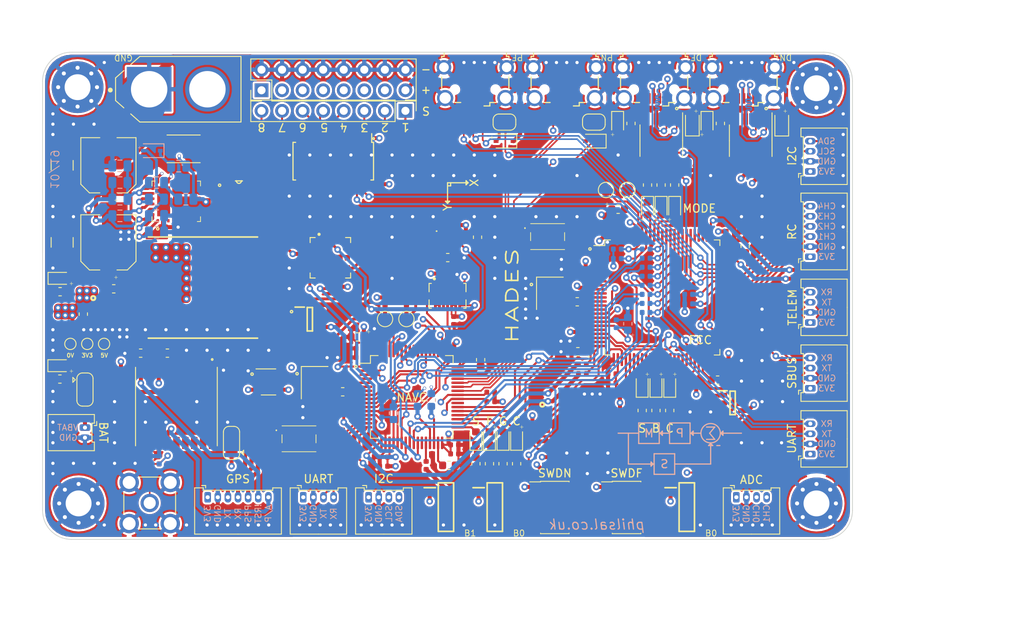
<source format=kicad_pcb>
(kicad_pcb (version 20241229) (generator "pcbnew") (generator_version "9.0")
  (layers (0 "F.Cu" signal) (4 "In1.Cu" signal) (6 "In2.Cu" signal) (2 "B.Cu" signal) (13 "F.Paste" user) (15 "B.Paste" user) (5 "F.SilkS" user) (7 "B.SilkS" user) (1 "F.Mask" user) (3 "B.Mask" user) (25 "Edge.Cuts" user))
  (net 0 "")
  (net 1 "+3V3")
  (net 2 "GND")
  (net 3 "ADC3_0_FCC")
  (net 4 "ADC3_1_FCC")
  (net 5 "Net-(ANT1-Pad1)")
  (net 6 "VIN+")
  (net 7 "REG_VIN")
  (net 8 "Net-(C3-Pad1)")
  (net 9 "Net-(C4-Pad1)")
  (net 10 "REG_BST")
  (net 11 "REG_CS")
  (net 12 "Net-(C6-Pad2)")
  (net 13 "+5V")
  (net 14 "REG_FB")
  (net 15 "Net-(C13-Pad1)")
  (net 16 "VDDA_FCC")
  (net 17 "VREF+_FCC")
  (net 18 "NRST_FCC")
  (net 19 "HSE_IN_FCC")
  (net 20 "Net-(C33-Pad1)")
  (net 21 "Net-(C37-Pad1)")
  (net 22 "NRST_NAVC")
  (net 23 "VDDA_NAVC")
  (net 24 "HSE_IN_NAVC")
  (net 25 "Net-(C53-Pad1)")
  (net 26 "Net-(C57-Pad1)")
  (net 27 "Net-(C57-Pad2)")
  (net 28 "Net-(C59-Pad1)")
  (net 29 "Net-(C68-Pad2)")
  (net 30 "Net-(C69-Pad2)")
  (net 31 "Net-(C70-Pad2)")
  (net 32 "Net-(D2-Pad1)")
  (net 33 "Net-(D2-Pad2)")
  (net 34 "Net-(D3-Pad2)")
  (net 35 "Net-(D3-Pad1)")
  (net 36 "Net-(D4-Pad1)")
  (net 37 "Net-(D5-Pad1)")
  (net 38 "Net-(FCC1-Pad1)")
  (net 39 "Net-(FCC1-Pad2)")
  (net 40 "Net-(FCC1-Pad3)")
  (net 41 "Net-(FCC1-Pad4)")
  (net 42 "Net-(FCC1-Pad5)")
  (net 43 "Net-(FCC1-Pad7)")
  (net 44 "Net-(FCC1-Pad8)")
  (net 45 "Net-(FCC1-Pad9)")
  (net 46 "HSE_OUT_FCC")
  (net 47 "Net-(FCC1-Pad15)")
  (net 48 "Net-(FCC1-Pad16)")
  (net 49 "UART4_TX_FCC")
  (net 50 "UART4_RX_FCC")
  (net 51 "UART2_TX_FCC")
  (net 52 "UART2_RX_FCC")
  (net 53 "SPI1_CS_FLASH_FCC")
  (net 54 "SPI1_SCK_FCC")
  (net 55 "SPI1_MISO_FCC")
  (net 56 "SPI1_MOSI_FCC")
  (net 57 "Net-(FCC1-Pad32)")
  (net 58 "Net-(FCC1-Pad33)")
  (net 59 "LED_A_FCC")
  (net 60 "LED_B_FCC")
  (net 61 "LED_C_FCC")
  (net 62 "Net-(FCC1-Pad37)")
  (net 63 "Net-(FCC1-Pad38)")
  (net 64 "Net-(FCC1-Pad39)")
  (net 65 "Net-(FCC1-Pad40)")
  (net 66 "Net-(FCC1-Pad41)")
  (net 67 "Net-(FCC1-Pad42)")
  (net 68 "Net-(FCC1-Pad43)")
  (net 69 "Net-(FCC1-Pad44)")
  (net 70 "Net-(FCC1-Pad45)")
  (net 71 "I2C2_SCL_FCC")
  (net 72 "I2C2_SDA_FCC")
  (net 73 "UART5_RX_FCC")
  (net 74 "UART5_TX_FCC")
  (net 75 "UART1_TX_FCC")
  (net 76 "UART1_RX_FCC")
  (net 77 "UART3_TX_FCC")
  (net 78 "UART3_RX_FCC")
  (net 79 "Net-(FCC1-Pad57)")
  (net 80 "Net-(FCC1-Pad58)")
  (net 81 "TIM4_CH1_FCC")
  (net 82 "TIM4_CH2_FCC")
  (net 83 "TIM4_CH3_FCC")
  (net 84 "TIM4_CH4_FCC")
  (net 85 "Net-(FCC1-Pad63)")
  (net 86 "Net-(FCC1-Pad64)")
  (net 87 "Net-(FCC1-Pad65)")
  (net 88 "I2C3_SDA_FCC")
  (net 89 "I2C3_SCL_FCC")
  (net 90 "USB_VBUS_FCC")
  (net 91 "USB_ID_FCC")
  (net 92 "USB_DM_FCC")
  (net 93 "USB_DP_FCC")
  (net 94 "SWDIO_FCC")
  (net 95 "SWCLK_FCC")
  (net 96 "Net-(FCC1-Pad77)")
  (net 97 "Net-(FCC1-Pad78)")
  (net 98 "Net-(FCC1-Pad79)")
  (net 99 "Net-(FCC1-Pad80)")
  (net 100 "GPIO_A_FCC")
  (net 101 "GPIO_B_FCC")
  (net 102 "GPIO_C_FCC")
  (net 103 "GPIO_D_FCC")
  (net 104 "GPIO_E_FCC")
  (net 105 "GPIO_F_FCC")
  (net 106 "GPIO_G_FCC")
  (net 107 "GPIO_H_FCC")
  (net 108 "LED_D_FCC")
  (net 109 "LED_E_FCC")
  (net 110 "LED_F_FCC")
  (net 111 "I2C1_SCL_FCC")
  (net 112 "I2C1_SDA_FCC")
  (net 113 "BOOT0_FCC")
  (net 114 "Net-(FCC1-Pad95)")
  (net 115 "Net-(FCC1-Pad96)")
  (net 116 "Net-(FCC1-Pad97)")
  (net 117 "Net-(FCC1-Pad98)")
  (net 118 "Net-(GPS_BAT1-Pad1)")
  (net 119 "UART1_TX_NAVC")
  (net 120 "UART1_RX_NAVC")
  (net 121 "GPS_PPS_NAVC")
  (net 122 "GPS_NRST_NAVC")
  (net 123 "GPS_LNA_EN_NAVC")
  (net 124 "I2C3_SCL_NAVC")
  (net 125 "I2C3_SDA_NAVC")
  (net 126 "USB_VBUS_NAVC")
  (net 127 "Net-(JP3-Pad2)")
  (net 128 "GPS_BAT_BACKUP")
  (net 129 "Net-(L2-Pad1)")
  (net 130 "Net-(LED1-Pad1)")
  (net 131 "Net-(LED2-Pad1)")
  (net 132 "Net-(LED3-Pad1)")
  (net 133 "Net-(LED4-Pad1)")
  (net 134 "Net-(LED5-Pad1)")
  (net 135 "Net-(LED6-Pad1)")
  (net 136 "Net-(LED7-Pad1)")
  (net 137 "Net-(LED8-Pad1)")
  (net 138 "Net-(LED9-Pad1)")
  (net 139 "LED_A_NAVC")
  (net 140 "LED_B_NAVC")
  (net 141 "Net-(LED10-Pad1)")
  (net 142 "Net-(LED11-Pad1)")
  (net 143 "LED_C_NAVC")
  (net 144 "LED_D_NAVC")
  (net 145 "Net-(LED12-Pad1)")
  (net 146 "Net-(LED13-Pad1)")
  (net 147 "Net-(LED14-Pad1)")
  (net 148 "Net-(NAVC1-Pad4)")
  (net 149 "HSE_OUT_NAVC")
  (net 150 "GPIO_A_NAVC")
  (net 151 "GPIO_B_NAVC")
  (net 152 "GPIO_C_NAVC")
  (net 153 "GPIO_D_NAVC")
  (net 154 "UART4_TX_NAVC")
  (net 155 "UART4_RX_NAVC")
  (net 156 "UART2_TX_NAVC")
  (net 157 "UART2_RX_NAVC")
  (net 158 "INT_ACC_NAVC")
  (net 159 "INT_GYR_NAVC")
  (net 160 "INT_MAG_NAVC")
  (net 161 "INT_BAR_NAVC")
  (net 162 "GPIO_E_NAVC")
  (net 163 "GPIO_F_NAVC")
  (net 164 "BAR_NRST_NAVC")
  (net 165 "Net-(NAVC1-Pad27)")
  (net 166 "BOOT1_NAVC")
  (net 167 "I2C2_SCL_NAVC")
  (net 168 "I2C2_SDA_NAVC")
  (net 169 "GPIO_G_NAVC")
  (net 170 "GPIO_H_NAVC")
  (net 171 "Net-(NAVC1-Pad39)")
  (net 172 "USB_ID_NAVC")
  (net 173 "USB_DM_NAVC")
  (net 174 "USB_DP_NAVC")
  (net 175 "SWDIO_NAVC")
  (net 176 "SWCLK_NAVC")
  (net 177 "Net-(NAVC1-Pad50)")
  (net 178 "UART3_TX_NAVC")
  (net 179 "UART3_RX_NAVC")
  (net 180 "Net-(NAVC1-Pad54)")
  (net 181 "Net-(NAVC1-Pad55)")
  (net 182 "Net-(NAVC1-Pad56)")
  (net 183 "Net-(NAVC1-Pad57)")
  (net 184 "BOOT0_NAVC")
  (net 185 "I2C1_SCL_NAVC")
  (net 186 "I2C1_SDA_NAVC")
  (net 187 "PWM_0")
  (net 188 "PWM_1")
  (net 189 "PWM_2")
  (net 190 "PWM_3")
  (net 191 "PWM_4")
  (net 192 "PWM_5")
  (net 193 "PWM_6")
  (net 194 "PWM_7")
  (net 195 "REG_EN")
  (net 196 "REG_PG")
  (net 197 "Net-(R22-Pad1)")
  (net 198 "Net-(R24-Pad2)")
  (net 199 "Net-(R25-Pad2)")
  (net 200 "Net-(R26-Pad1)")
  (net 201 "Net-(R27-Pad1)")
  (net 202 "Net-(R39-Pad2)")
  (net 203 "Net-(R52-Pad2)")
  (net 204 "Net-(R53-Pad2)")
  (net 205 "Net-(R54-Pad2)")
  (net 206 "Net-(R55-Pad2)")
  (net 207 "Net-(R56-Pad2)")
  (net 208 "Net-(R57-Pad2)")
  (net 209 "Net-(REG1-Pad3)")
  (net 210 "Net-(REG2-Pad4)")
  (net 211 "Net-(SWD1-Pad8)")
  (net 212 "Net-(SWD1-Pad7)")
  (net 213 "Net-(SWD1-Pad6)")
  (net 214 "Net-(SWD2-Pad6)")
  (net 215 "Net-(SWD2-Pad7)")
  (net 216 "Net-(SWD2-Pad8)")
  (net 217 "Net-(U2-Pad15)")
  (net 218 "Net-(U2-Pad16)")
  (net 219 "Net-(U2-Pad17)")
  (net 220 "Net-(U2-Pad18)")
  (net 221 "Net-(U2-Pad19)")
  (net 222 "Net-(U2-Pad20)")
  (net 223 "Net-(U2-Pad21)")
  (net 224 "Net-(U2-Pad22)")
  (net 225 "Net-(U2-Pad25)")
  (net 226 "Net-(U3-Pad5)")
  (net 227 "Net-(U5-Pad5)")
  (net 228 "Net-(U5-Pad1)")
  (net 229 "Net-(U5-Pad13)")
  (net 230 "Net-(U7-Pad1)")
  (net 231 "Net-(U7-Pad7)")
  (net 232 "Net-(U8-Pad2)")
  (net 233 "Net-(U8-Pad11)")
  (net 234 "Net-(U8-Pad12)")
  (net 235 "Net-(U9-Pad5)")
  (net 236 "Net-(U10-Pad5)")
  (net 237 "Net-(U10-Pad15)")
  (net 238 "Net-(U10-Pad16)")
  (net 239 "Net-(U10-Pad17)")
  (net 240 "Net-(U11-Pad4)")
  (net 241 "Net-(U11-Pad2)")
  (net 242 "Net-(U11-Pad1)")
  (net 243 "Net-(U12-Pad1)")
  (net 244 "Net-(U12-Pad2)")
  (net 245 "Net-(U12-Pad4)")
  (net 246 "Net-(USB3-Pad4)")
  (net 247 "Net-(USB4-Pad4)")
  (net 248 "Net-(C14-Pad1)")
  (net 249 "Net-(C38-Pad1)")
  (net 250 "Net-(C66-Pad2)")
  (net 251 "Net-(C71-Pad2)")
  (footprint "Resistor_SMD:R_0402_1005Metric" (layer "F.Cu") (at 92.075 58.674 180)
    (property "Reference" "R21" (hide yes))
    (property "Value" "47" (hide yes))
  )
  (footprint "Package_QFP:LQFP-100_14x14mm_P0.5mm" (layer "F.Cu") (at 101.981 55.7022)
    (property "Reference" "FCC")
    (property "Value" "STM32H753VITx" (hide yes))
  )
  (footprint "Resistor_SMD:R_0402_1005Metric" (layer "F.Cu") (at 106.172 66.144 90)
    (property "Reference" "R12" (hide yes))
    (property "Value" "4k7")
  )
  (footprint "Resistor_SMD:R_0402_1005Metric" (layer "F.Cu") (at 72.7964 76.454 90)
    (property "Reference" "R27" (hide yes))
    (property "Value" "10k")
  )
  (footprint "Resistor_SMD:R_0402_1005Metric" (layer "F.Cu") (at 67.7164 56.1824 -90)
    (property "Reference" "R29" (hide yes))
    (property "Value" "4k7")
  )
  (footprint "MountingHole:MountingHole_3.2mm_M3_Pad_Via" (layer "F.Cu") (at 121.031 29.845)
    (property "Reference" "REF**" (hide yes))
    (property "Value" "MountingHole_3.2mm_M3_Pad_Via" (hide yes))
  )
  (footprint "MountingHole:MountingHole_3.2mm_M3_Pad_Via" (layer "F.Cu") (at 29.845 81.153)
    (property "Reference" "REF**" (hide yes))
    (property "Value" "MountingHole_3.2mm_M3_Pad_Via" (hide yes))
  )
  (footprint "MountingHole:MountingHole_3.2mm_M3_Pad_Via" (layer "F.Cu") (at 121.031 81.153)
    (property "Reference" "REF**" (hide yes))
    (property "Value" "MountingHole_3.2mm_M3_Pad_Via" (hide yes))
  )
  (footprint "Connector_Molex:Molex_PicoBlade_53048-0410_1x04_P1.25mm_Horizontal" (layer "F.Cu") (at 111.125 80.391)
    (property "Reference" "ADC")
    (property "Value" "Conn_01x04" (hide yes))
  )
  (footprint "5-1814832-1:TE_5-1814832-1" (layer "F.Cu") (at 38.6334 81.1022)
    (property "Reference" "ANT1")
    (property "Value" "5-1814832-1" (hide yes))
  )
  (footprint "XT60-M:AMASS_XT60-M" (layer "F.Cu") (at 42.164 29.972)
    (property "Reference" "BAT1")
    (property "Value" "XT60-M" (hide yes))
  )
  (footprint "Capacitor_SMD:C_Elec_6.3x7.7" (layer "F.Cu") (at 33.528 39.3675 90)
    (property "Reference" "C1" (hide yes))
    (property "Value" "100u" (hide yes))
  )
  (footprint "Capacitor_SMD:C_Elec_6.3x7.7" (layer "F.Cu") (at 33.528 48.895 90)
    (property "Reference" "C8" (hide yes))
    (property "Value" "100u" (hide yes))
  )
  (footprint "Capacitor_SMD:C_1210_3225Metric" (layer "F.Cu") (at 27.813 48.895 90)
    (property "Reference" "C9")
    (property "Value" "47u" (hide yes))
  )
  (footprint "Capacitor_SMD:C_0402_1005Metric" (layer "F.Cu") (at 46.863 43.688 90)
    (property "Reference" "C10" (hide yes))
    (property "Value" "100n")
  )
  (footprint "Capacitor_SMD:C_0603_1608Metric" (layer "F.Cu") (at 34.1885 54.6354 180)
    (property "Reference" "C11" (hide yes))
    (property "Value" "10u")
  )
  (footprint "Capacitor_SMD:C_0603_1608Metric" (layer "F.Cu") (at 30.4292 57.7595 -90)
    (property "Reference" "C12" (hide yes))
    (property "Value" "10u")
  )
  (footprint "Capacitor_SMD:C_0603_1608Metric" (layer "F.Cu") (at 112.2172 49.3775 90)
    (property "Reference" "C14" (hide yes))
    (property "Value" "2u2")
  )
  (footprint "Capacitor_SMD:C_0603_1608Metric" (layer "F.Cu") (at 96.52 44.8056)
    (property "Reference" "C15" (hide yes))
    (property "Value" "10u")
  )
  (footprint "Capacitor_SMD:C_0402_1005Metric" (layer "F.Cu") (at 96.5176 46.2534)
    (property "Reference" "C16" (hide yes))
    (property "Value" "100n")
  )
  (footprint "Capacitor_SMD:C_0402_1005Metric" (layer "F.Cu") (at 92.0218 52.197 180)
    (property "Reference" "C17" (hide yes))
    (property "Value" "100n")
  )
  (footprint "Capacitor_SMD:C_0402_1005Metric" (layer "F.Cu") (at 95.758 65.151 180)
    (property "Reference" "C18" (hide yes))
    (property "Value" "100n")
  )
  (footprint "Capacitor_SMD:C_0402_1005Metric" (layer "F.Cu") (at 109.0422 64.0612 -90)
    (property "Reference" "C19" (hide yes))
    (property "Value" "100n")
  )
  (footprint "Capacitor_SMD:C_0402_1005Metric" (layer "F.Cu") (at 110.363 48.641)
    (property "Reference" "C20" (hide yes))
    (property "Value" "100n")
  )
  (footprint "Capacitor_SMD:C_0402_1005Metric" (layer "F.Cu") (at 94.4602 47.7012 180)
    (property "Reference" "C21" (hide yes))
    (property "Value" "100n")
  )
  (footprint "Capacitor_SMD:C_0402_1005Metric" (layer "F.Cu") (at 92.4814 54.0258 90)
    (property "Reference" "C22" (hide yes))
    (property "Value" "100n")
  )
  (footprint "Capacitor_SMD:C_0402_1005Metric" (layer "F.Cu") (at 95.7604 66.2686 180)
    (property "Reference" "C23" (hide yes))
    (property "Value" "100n")
  )
  (footprint "Capacitor_SMD:C_0402_1005Metric" (layer "F.Cu") (at 110.1598 64.0564 -90)
    (property "Reference" "C24" (hide yes))
    (property "Value" "100n")
  )
  (footprint "Capacitor_SMD:C_0402_1005Metric" (layer "F.Cu") (at 94.4602 46.5328 180)
    (property "Reference" "C25" (hide yes))
    (property "Value" "100n")
  )
  (footprint "Capacitor_SMD:C_0603_1608Metric" (layer "F.Cu") (at 91.5415 62.4078 180)
    (property "Reference" "C27" (hide yes))
    (property "Value" "1u")
  )
  (footprint "Capacitor_SMD:C_0402_1005Metric" (layer "F.Cu") (at 92.075 48.133 -90)
    (property "Reference" "C31" (hide yes))
    (property "Value" "100n")
  )
  (footprint "Capacitor_SMD:C_0402_1005Metric" (layer "F.Cu") (at 88.0872 52.4256)
    (property "Reference" "C32" (hide yes))
    (property "Value" "10p")
  )
  (footprint "Capacitor_SMD:C_0402_1005Metric" (layer "F.Cu") (at 88.0872 57.9628 180)
    (property "Reference" "C33" (hide yes))
    (property "Value" "10p")
  )
  (footprint "Capacitor_SMD:C_0402_1005Metric" (layer "F.Cu") (at 67.2084 41.2242 90)
    (property "Reference" "C34" (hide yes))
    (property "Value" "100n")
  )
  (footprint "Capacitor_SMD:C_0402_1005Metric" (layer "F.Cu") (at 110.6678 71.1454 180)
    (property "Reference" "C35" (hide yes))
    (property "Value" "100n")
  )
  (footprint "Capacitor_SMD:C_0402_1005Metric" (layer "F.Cu") (at 95.758 67.6402)
    (property "Reference" "C36" (hide yes))
    (property "Value" "100n")
  )
  (footprint "Capacitor_SMD:C_0603_1608Metric" (layer "F.Cu") (at 75.6159 76.454)
    (property "Reference" "C37" (hide yes))
    (property "Value" "2u2")
  )
  (footprint "Capacitor_SMD:C_0603_1608Metric" (layer "F.Cu") (at 79.5274 63.3983 90)
    (property "Reference" "C38" (hide yes))
    (property "Value" "2u2")
  )
  (footprint "Capacitor_SMD:C_0603_1608Metric" (layer "F.Cu") (at 64.3127 60.579 180)
    (property "Reference" "C39" (hide yes))
    (property "Value" "10u")
  )
  (footprint "Capacitor_SMD:C_0402_1005Metric" (layer "F.Cu") (at 66.9774 60.579)
    (property "Reference" "C41" (hide yes))
    (property "Value" "100n")
  )
  (footprint "Capacitor_SMD:C_0402_1005Metric" (layer "F.Cu") (at 76.9874 62.6872 90)
    (property "Reference" "C42" (hide yes))
    (property "Value" "100n")
  )
  (footprint "Capacitor_SMD:C_0402_1005Metric" (layer "F.Cu") (at 67.5362 75.438 180)
    (property "Reference" "C44" (hide yes))
    (property "Value" "100n")
  )
  (footprint "Capacitor_SMD:C_0402_1005Metric" (layer "F.Cu") (at 64.62 62.0014 180)
    (property "Reference" "C45" (hide yes))
    (property "Value" "100n")
  )
  (footprint "Capacitor_SMD:C_0402_1005Metric" (layer "F.Cu") (at 78.105 62.6872 90)
    (property "Reference" "C46" (hide yes))
    (property "Value" "100n")
  )
  (footprint "Capacitor_SMD:C_0402_1005Metric" (layer "F.Cu") (at 76.304 75.0316)
    (property "Reference" "C47" (hide yes))
    (property "Value" "100n")
  )
  (footprint "Capacitor_SMD:C_0402_1005Metric" (layer "F.Cu") (at 67.541 76.5556 180)
    (property "Reference" "C48" (hide yes))
    (property "Value" "100n")
  )
  (footprint "Capacitor_SMD:C_0402_1005Metric" (layer "F.Cu") (at 61.3664 73.152 -90)
    (property "Reference" "C49" (hide yes))
    (property "Value" "100n")
  )
  (footprint "Capacitor_SMD:C_0402_1005Metric" (layer "F.Cu") (at 59.0296 63.4492)
    (property "Reference" "C52" (hide yes))
    (property "Value" "10p")
  )
  (footprint "Capacitor_SMD:C_0402_1005Metric" (layer "F.Cu") (at 59.0296 69.0118 180)
    (property "Reference" "C53" (hide yes))
    (property "Value" "10p")
  )
  (footprint "Capacitor_SMD:C_0402_1005Metric" (layer "F.Cu") (at 76.2 58.5494 -90)
    (property "Reference" "C54" (hide yes))
    (property "Value" "100n")
  )
  (footprint "Capacitor_SMD:C_0402_1005Metric" (layer "F.Cu") (at 75.1816 52.9082)
    (property "Reference" "C55" (hide yes))
    (property "Value" "100n")
  )
  (footprint "Capacitor_SMD:C_0402_1005Metric" (layer "F.Cu") (at 53.3122 68.707 180)
    (property "Reference" "C56" (hide yes))
    (property "Value" "100n")
  )
  (footprint "Capacitor_SMD:C_0402_1005Metric" (layer "F.Cu") (at 64.5922 50.8 90)
    (property "Reference" "C57" (hide yes))
    (property "Value" "1n")
  )
  (footprint "Capacitor_SMD:C_0402_1005Metric" (layer "F.Cu") (at 57.3278 50.8 -90)
    (property "Reference" "C58" (hide yes))
    (property "Value" "100n")
  )
  (footprint "Capacitor_SMD:C_0603_1608Metric" (layer "F.Cu") (at 75.4633 50.7746)
    (property "Reference" "C59" (hide yes))
    (property "Value" "220n")
  )
  (footprint "Capacitor_SMD:C_0402_1005Metric" (layer "F.Cu") (at 75.715 45.9994 180)
    (property "Reference" "C60" (hide yes))
    (property "Value" "100n")
  )
  (footprint "Capacitor_SMD:C_0402_1005Metric" (layer "F.Cu") (at 77.6986 48.2624 -90)
    (property "Reference" "C61" (hide yes))
    (property "Value" "100n")
  )
  (footprint "Capacitor_SMD:C_0603_1608Metric" (layer "F.Cu") (at 79.1464 48.26 -90)
    (property "Reference" "C62" (hide yes))
    (property "Value" "10u")
  )
  (footprint "Capacitor_SMD:C_0402_1005Metric" (layer "F.Cu") (at 58.42 60.9346 180)
    (property "Reference" "C63" (hide yes))
    (property "Value" "100n")
  )
  (footprint "Capacitor_SMD:C_0603_1608Metric" (layer "F.Cu") (at 40.8179 62.5856)
    (property "Reference" "C65" (hide yes))
    (property "Value" "1u")
  )
  (footprint "Capacitor_SMD:C_0402_1005Metric" (layer "F.Cu") (at 98.5012 39.4716 90)
    (property "Reference" "C68" (hide yes))
    (property "Value" "100n" (hide yes))
  )
  (footprint "Capacitor_SMD:C_0402_1005Metric" (layer "F.Cu") (at 105.20426 39.48416 90)
    (property "Reference" "C69" (hide yes))
    (property "Value" "100n" (hide yes))
  )
  (footprint "Capacitor_SMD:C_0402_1005Metric" (layer "F.Cu") (at 109.54766 39.49178 90)
    (property "Reference" "C70" (hide yes))
    (property "Value" "100n" (hide yes))
  )
  (footprint "Capacitor_SMD:C_0402_1005Metric" (layer "F.Cu") (at 116.27866 39.48924 90)
    (property "Reference" "C71" (hide yes))
    (property "Value" "100n" (hide yes))
  )
  (footprint "Diode_SMD:D_SOD-323" (layer "F.Cu") (at 82.4865 36.3855 180)
    (property "Reference" "D2" (hide yes))
    (property "Value" "SD103AWS")
  )
  (footprint "Diode_SMD:D_SOD-323" (layer "F.Cu") (at 93.5355 36.3855 180)
    (property "Reference" "D3" (hide yes))
    (property "Value" "SD103AWS")
  )
  (footprint "Diode_SMD:D_SOD-323" (layer "F.Cu") (at 105.6894 34.2392 90)
    (property "Reference" "D4" (hide yes))
    (property "Value" "SD103AWS")
  )
  (footprint "Diode_SMD:D_SOD-323" (layer "F.Cu") (at 116.7384 34.2478 90)
    (property "Reference" "D5" (hide yes))
    (property "Value" "SD103AWS")
  )
  (footprint "Inductor_SMD:L_0402_1005Metric" (layer "F.Cu") (at 92.0726 59.9694 180)
    (property "Reference" "FB1" (hide yes))
    (property "Value" "Ferrite_Bead_Small")
  )
  (footprint "Inductor_SMD:L_0402_1005Metric" (layer "F.Cu") (at 63.0912 70.0532 180)
    (property "Reference" "FB2" (hide yes))
    (property "Value" "Ferrite_Bead_Small")
  )
  (footprint "Inductor_SMD:L_0402_1005Metric" (layer "F.Cu") (at 84.4042 29.3878 -90)
    (property "Reference" "FB3" (hide yes))
    (property "Value" "Ferrite_Bead_Small")
  )
  (footprint "Inductor_SMD:L_0402_1005Metric" (layer "F.Cu") (at 95.3262 29.3878 -90)
    (property "Reference" "FB4" (hide yes))
    (property "Value" "Ferrite_Bead_Small")
  )
  (footprint "Inductor_SMD:L_0402_1005Metric" (layer "F.Cu") (at 106.5276 29.3878 -90)
    (property "Reference" "FB5" (hide yes))
    (property "Value" "Ferrite_Bead_Small")
  )
  (footprint "Inductor_SMD:L_0402_1005Metric" (layer "F.Cu") (at 116.7384 36.8832 90)
    (property "Reference" "FB6" (hide yes))
    (property "Value" "Ferrite_Bead_Small")
  )
  (footprint "Connector_Molex:Molex_PicoBlade_53048-0210_1x02_P1.25mm_Horizontal" (layer "F.Cu") (at 30.6324 71.7804 -90)
    (property "Reference" "BAT")
    (property "Value" "Conn_01x02" (hide yes))
  )
  (footprint "Connector_Molex:Molex_PicoBlade_53048-0710_1x07_P1.25mm_Horizontal" (layer "F.Cu") (at 45.7962 80.391)
    (property "Reference" "GPS")
    (property "Value" "Conn_01x07" (hide yes))
  )
  (footprint "Crystal:Crystal_SMD_Abracon_ABM8G-4Pin_3.2x2.5mm" (layer "F.Cu") (at 88.0872 55.1942 -90)
    (property "Reference" "HSE1" (hide yes))
    (property "Value" "25MHz")
  )
  (footprint "Crystal:Crystal_SMD_Abracon_ABM8G-4Pin_3.2x2.5mm" (layer "F.Cu") (at 59.0178 66.2354 -90)
    (property "Reference" "HSE2" (hide yes))
    (property "Value" "25MHz")
  )
  (footprint "Connector_Molex:Molex_PicoBlade_53048-0410_1x04_P1.25mm_Horizontal" (layer "F.Cu") (at 120.269 40.132 90)
    (property "Reference" "I2C")
    (property "Value" "Conn_01x04" (hide yes))
  )
  (footprint "Connector_Molex:Molex_PicoBlade_53048-0410_1x04_P1.25mm_Horizontal" (layer "F.Cu") (at 65.6844 80.391)
    (property "Reference" "I2C")
    (property "Value" "Conn_01x04" (hide yes))
  )
  (footprint "Jumper:SolderJumper-2_P1.3mm_Open_RoundedPad1.0x1.5mm" (layer "F.Cu") (at 82.4715 34.036)
    (property "Reference" "JP1" (hide yes))
    (property "Value" "SolderJumper_2_Open")
  )
  (footprint "Jumper:SolderJumper-2_P1.3mm_Open_RoundedPad1.0x1.5mm" (layer "F.Cu") (at 93.5205 34.036)
    (property "Reference" "JP2" (hide yes))
    (property "Value" "SolderJumper_2_Open")
  )
  (footprint "Jumper:SolderJumper-3_P1.3mm_Open_RoundedPad1.0x1.5mm" (layer "F.Cu") (at 48.7426 73.6854 90)
    (property "Reference" "JP3" (hide yes))
    (property "Value" "SolderJumper_3_Open")
  )
  (footprint "Jumper:SolderJumper-3_P1.3mm_Open_RoundedPad1.0x1.5mm" (layer "F.Cu") (at 30.6324 67.0814 -90)
    (property "Reference" "JP4" (hide yes))
    (property "Value" "Jumper_3_Open")
  )
  (footprint "SRP1265A-150M:INDPM135125X650N" (layer "F.Cu") (at 45.212 54.483 180)
    (property "Reference" "L1")
    (property "Value" "15u" (hide yes))
  )
  (footprint "Inductor_SMD:L_0402_1005Metric" (layer "F.Cu") (at 40.282 76.2762 180)
    (property "Reference" "L2" (hide yes))
    (property "Value" "27n")
  )
  (footprint "LED_SMD:LED_0603_1608Metric" (layer "F.Cu") (at 27.5589 53.34)
    (property "Reference" "LED1" (hide yes))
    (property "Value" "G")
  )
  (footprint "LED_SMD:LED_0603_1608Metric" (layer "F.Cu") (at 27.5335 64.135)
    (property "Reference" "LED2" (hide yes))
    (property "Value" "G")
  )
  (footprint "LED_SMD:LED_0603_1608Metric" (layer "F.Cu") (at 99.4918 66.5481 90)
    (property "Reference" "LED3" (hide yes))
    (property "Value" "R")
  )
  (footprint "LED_SMD:LED_0603_1608Metric" (layer "F.Cu") (at 101.1936 66.5481 90)
    (property "Reference" "LED4" (hide yes))
    (property "Value" "R")
  )
  (footprint "LED_SMD:LED_0603_1608Metric" (layer "F.Cu") (at 102.8954 66.5481 90)
    (property "Reference" "LED5" (hide yes))
    (property "Value" "Y")
  )
  (footprint "LED_SMD:LED_0603_1608Metric" (layer "F.Cu") (at 103.505 44.7039 -90)
    (property "Reference" "LED6" (hide yes))
    (property "Value" "B")
  )
  (footprint "LED_SMD:LED_0603_1608Metric" (layer "F.Cu") (at 101.8286 44.704 -90)
    (property "Reference" "LED7" (hide yes))
    (property "Value" "B")
  )
  (footprint "LED_SMD:LED_0603_1608Metric" (layer "F.Cu") (at 100.1522 44.704 -90)
    (property "Reference" "LED8" (hide yes))
    (property "Value" "B")
  )
  (footprint "LED_SMD:LED_0603_1608Metric" (layer "F.Cu") (at 78.9432 73.1013 90)
    (property "Reference" "LED9" (hide yes))
    (property "Value" "R")
  )
  (footprint "LED_SMD:LED_0603_1608Metric" (layer "F.Cu") (at 83.9724 73.1011 90)
    (property "Reference" "LED12" (hide yes))
    (property "Value" "B")
  )
  (footprint "LED_SMD:LED_0603_1608Metric" (layer "F.Cu") (at 96.4565 34.201 -90)
    (property "Reference" "LED13" (hide yes))
    (property "Value" "G")
  )
  (footprint "LED_SMD:LED_0603_1608Metric" (layer "F.Cu") (at 107.5055 34.201 -90)
    (property "Reference" "LED14" (hide yes))
    (property "Value" "G")
  )
  (footprint "Connector_PinHeader_2.54mm:PinHeader_2x08_P2.54mm_Vertical" (layer "F.Cu") (at 52.451 30.099 90)
    (property "Reference" "PWM_POW1" (hide yes))
    (property "Value" "Conn_02x08_Odd_Even" (hide yes))
  )
  (footprint "Connector_PinHeader_2.54mm:PinHeader_1x08_P2.54mm_Vertical" (layer "F.Cu") (at 70.231 32.639 -90)
    (property "Reference" "PWM_SIG1" (hide yes))
    (property "Value" "2.54mm" (hide yes))
  )
  (footprint "Resistor_SMD:R_2512_6332Metric" (layer "F.Cu") (at 42.82 37.338)
    (property "Reference" "R1" (hide yes))
    (property "Value" "0.01" (hide yes))
  )
  (footprint "Resistor_SMD:R_0603_1608Metric" (layer "F.Cu") (at 27.559 54.991 180)
    (property "Reference" "R7" (hide yes))
    (property "Value" "560")
  )
  (footprint "Resistor_SMD:R_0603_1608Metric" (layer "F.Cu") (at 27.5335 65.786 180)
    (property "Reference" "R8" (hide yes))
    (property "Value" "240")
  )
  (footprint "Resistor_SMD:R_0603_1608Metric" (layer "F.Cu") (at 101.1936 69.6722 90)
    (property "Reference" "R16" (hide yes))
    (property "Value" "330")
  )
  (footprint "Resistor_SMD:R_0603_1608Metric" (layer "F.Cu") (at 102.8954 69.6723 90)
    (property "Reference" "R17" (hide yes))
    (property "Value" "330")
  )
  (footprint "Resistor_SMD:R_0603_1608Metric" (layer "F.Cu") (at 103.505 41.8083 -90)
    (property "Reference" "R18" (hide yes))
    (property "Value" "100")
  )
  (footprint "Resistor_SMD:R_0603_1608Metric" (layer "F.Cu") (at 100.1522 41.8084 -90)
    (property "Reference" "R20" (hide yes))
    (property "Value" "100")
  )
  (footprint "Resistor_SMD:R_0603_1608Metric" (layer "F.Cu") (at 91.4653 56.2356 180)
    (property "Reference" "R23" (hide yes))
    (property "Value" "620")
  )
  (footprint "Resistor_SMD:R_0402_1005Metric" (layer "F.Cu") (at 70.358 56.1824 -90)
    (property "Reference" "R28" (hide yes))
    (property "Value" "4k7")
  )
  (footprint "Resistor_SMD:R_0402_1005Metric" (layer "F.Cu") (at 80.7744 67.4116 180)
    (property "Reference" "R30" (hide yes))
    (property "Value" "4k7")
  )
  (footprint "Resistor_SMD:R_0402_1005Metric" (layer "F.Cu") (at 80.772 68.58 180)
    (property "Reference" "R31" (hide yes))
    (property "Value" "4k7")
  )
  (footprint "Resistor_SMD:R_0603_1608Metric" (layer "F.Cu") (at 62.4839 67.3608 180)
    (property "Reference" "R32" (hide yes))
    (property "Value" "620")
  )
  (footprint "Resistor_SMD:R_0603_1608Metric" (layer "F.Cu") (at 78.9432 76.2508 90)
    (property "Reference" "R33" (hide yes))
    (property "Value" "330")
  )
  (footprint "Resistor_SMD:R_0603_1608Metric" (layer "F.Cu") (at 80.6196 76.2508 90)
    (property "Reference" "R34" (hide yes))
    (property "Value" "330")
  )
  (footprint "Resistor_SMD:R_0603_1608Metric" (layer "F.Cu") (at 82.296 76.2508 90)
    (property "Reference" "R35" (hide yes))
    (property "Value" "330")
  )
  (footprint "Resistor_SMD:R_0603_1608Metric" (layer "F.Cu") (at 83.9724 76.2508 90)
    (property "Reference" "R36" (hide yes))
    (property "Value" "100")
  )
  (footprint "Resistor_SMD:R_0402_1005Metric" (layer "F.Cu") (at 61.595 54.3814 180)
    (property "Reference" "R37" (hide yes))
    (property "Value" "10k")
  )
  (footprint "Resistor_SMD:R_0402_1005Metric" (layer "F.Cu") (at 35.5576 64.6938)
    (property "Reference" "R38" (hide yes))
    (property "Value" "10k")
  )
  (footprint "Resistor_SMD:R_0402_1005Metric" (layer "F.Cu") (at 41.9354 75.7706 90)
    (property "Reference" "R39" (hide yes))
    (property "Value" "10")
  )
  (footprint "Resistor_SMD:R_0402_1005Metric" (layer "F.Cu") (at 92.098 63.9826)
    (property "Reference" "R49" (hide yes))
    (property "Value" "10")
  )
  (footprint "Resistor_SMD:R_0402_1005Metric" (layer "F.Cu") (at 78.613 33.7082 90)
    (property "Reference" "R52" (hide yes))
    (property "Value" "22")
  )
  (footprint "Resistor_SMD:R_0402_1005Metric" (layer "F.Cu") (at 89.662 33.7082 90)
    (property "Reference" "R55" (hide yes))
    (property "Value" "22")
  )
  (footprint "Resistor_SMD:R_0402_1005Metric" (layer "F.Cu") (at 90.8304 33.7058 90)
    (property "Reference" "R56" (hide yes))
    (property "Value" "22")
  )
  (footprint "Resistor_SMD:R_0603_1608Metric" (layer "F.Cu") (at 98.1075 34.201 -90)
    (property "Reference" "R58" (hide yes))
    (property "Value" "560")
  )
  (footprint "Resistor_SMD:R_0603_1608Metric" (layer "F.Cu") (at 109.1565 34.201 -90)
    (property "Reference" "R59" (hide yes))
    (property "Value" "560")
  )
  (footprint "LD39200PU33R:SON95P300X300X100-7N-D" (layer "F.Cu") (at 33.5534 57.4294)
    (property "Reference" "REG2")
    (property "Value" "LD39200PU33R" (hide yes))
  )
  (footprint "SKRPANE010:SKRPADE010" (layer "F.Cu") (at 87.6808 48.1838)
    (property "Reference" "SW1")
    (property "Value" "SKRPANE010")
  )
  (footprint "TDD01H0SB1R:SOT175P420X230-3N" (layer "F.Cu") (at 81.28 81.6102)
    (property "Reference" "SW3")
    (property "Value" "TDD01H0SB1R" (hide yes))
  )
  (footprint "TDD01H0SB1R:SOT175P420X230-3N" (layer "F.Cu") (at 75.2414 81.6102)
    (property "Reference" "SW4")
    (property "Value" "TDD01H0SB1R" (hide yes))
  )
  (footprint "SKRPANE010:SKRPADE010" (layer "F.Cu") (at 56.9566 73.1692)
    (property "Reference" "SW5")
    (property "Value" "SKRPANE010" (hide yes))
  )
  (footprint "Connector_PinHeader_1.27mm:PinHeader_2x05_P1.27mm_Vertical_SMD" (layer "F.Cu") (at 97.5614 81.661)
    (property "Reference" "SWDF")
    (property "Value" "Conn_02x05_Odd_Even" (hide yes))
  )
  (footprint "Connector_PinHeader_1.27mm:PinHeader_2x05_P1.27mm_Vertical_SMD" (layer "F.Cu") (at 88.6968 81.661)
    (property "Reference" "SWDN")
    (property "Value" "Conn_02x05_Odd_Even" (hide yes))
  )
  (footprint "TestPoint:TestPoint_Pad_D1.5mm" (layer "F.Cu") (at 95.0214 42.418)
    (property "Reference" "TP2" (hide yes))
    (property "Value" "I2C1")
  )
  (footprint "TestPoint:TestPoint_Pad_D1.5mm" (layer "F.Cu") (at 67.7164 58.3692)
    (property "Reference" "TP4" (hide yes))
    (property "Value" "I2C1")
  )
  (footprint "INA219AIDCNR:SOT65P280X145-8N" (layer "F.Cu") (at 49.657 42.799)
    (property "Reference" "U1")
    (property "Value" "INA219AIDCNR" (hide yes))
  )
  (footprint "Package_SO:TSSOP-28_4.4x9.7mm_P0.65mm" (layer "F.Cu") (at 61.3156 38.862 -90)
    (property "Reference" "U2" (hide yes))
    (property "Value" "PCA9685PW" (hide yes))
  )
  (footprint "24CW1280T-I_OT:SOT95P280X145-5N" (layer "F.Cu") (at 110.6678 68.7324)
    (property "Reference" "U3")
    (property "Value" "24CW1280T-I_OT" (hide yes))
  )
  (footprint "BMI088:PQFN50P450X300X100-16N" (layer "F.Cu") (at 75.438 55.499)
    (property "Reference" "U5")
    (property "Value" "BMI088" (hide yes))
  )
  (footprint "Package_TO_SOT_SMD:SOT-23-6" (layer "F.Cu") (at 53.3146 66.1416)
    (property "Reference" "U6")
    (property "Value" "TMP100")
  )
  (footprint "MPRLS0025PA00001A:XDCR_MPRLS0025PA00001A" (layer "F.Cu") (at 60.96 50.8)
    (property "Reference" "U7")
    (property "Value" "MPRLS0025PA00001A" (hide yes))
  )
  (footprint "IIS2MDCTR:IIS2MDCTR" (layer "F.Cu") (at 75.438 48.26)
    (property "Reference" "U8")
    (property "Value" "IIS2MDCTR" (hide yes))
  )
  (footprint "24CW1280T-I_OT:SOT95P280X145-5N" (layer "F.Cu") (at 58.42 58.3946)
    (property "Reference" "U9")
    (property "Value" "24CW1280T-I_OT" (hide yes))
  )
  (footprint "Package_SO:SSOP-8_3.9x5.05mm_P1.27mm" (layer "F.Cu") (at 101.854 36.322 -90)
    (property "Reference" "U11" (hide yes))
    (property "Value" "otter:CH330" (hide yes))
  )
  (footprint "Package_SO:SSOP-8_3.9x5.05mm_P1.27mm" (layer "F.Cu") (at 112.903 36.33 -90)
    (property "Reference" "U12" (hide yes))
    (property "Value" "otter:CH330" (hide yes))
  )
  (footprint "Connector_Molex:Molex_PicoBlade_53048-0410_1x04_P1.25mm_Horizontal" (layer "F.Cu") (at 120.269 58.801 90)
    (property "Reference" "TELEM")
    (property "Value" "Conn_01x04" (hide yes))
  )
  (footprint "Connector_Molex:Molex_PicoBlade_53048-0410_1x04_P1.25mm_Horizontal" (layer "F.Cu") (at 57.6072 80.391)
    (property "Reference" "UART")
    (property "Value" "Conn_01x04" (hide yes))
  )
  (footprint "Connector_USB:USB_Micro-B_Wuerth_629105150521_CircularHoles" (layer "F.Cu") (at 78.867 29.21 180)
    (property "Reference" "USB1" (hide yes))
    (property "Value" "USB_B_Micro")
  )
  (footprint "Connector_USB:USB_Micro-B_Wuerth_629105150521_CircularHoles" (layer "F.Cu") (at 100.965 29.21 180)
    (property "Reference" "USB3" (hide yes))
    (property "Value" "USB_B_Micro")
  )
  (footprint "Connector_USB:USB_Micro-B_Wuerth_629105150521_CircularHoles" (layer "F.Cu") (at 112.014 29.21 180)
    (property "Reference" "USB4" (hide yes))
    (property "Value" "USB_B_Micro")
  )
  (footprint "Capacitor_SMD:C_1210_3225Metric" (layer "F.Cu") (at 27.813 39.373 90)
    (property "Reference" "C2" (hide yes))
    (property "Value" "47u" (hide yes))
  )
  (footprint "MIC26903YJL-TR:MIC24054YJLTR" (layer "F.Cu") (at 41.911 43.823 90)
    (property "Reference" "REG1")
    (property "Value" "MIC26903YJL-TR" (hide yes))
  )
  (footprint "Connector_Molex:Molex_PicoBlade_53048-0610_1x06_P1.25mm_Horizontal" (layer "F.Cu") (at 120.269 50.673 90)
    (property "Reference" "RC")
    (property "Value" "Conn_01x06" (hide yes))
  )
  (footprint "Connector_Molex:Molex_PicoBlade_53048-0410_1x04_P1.25mm_Horizontal" (layer "F.Cu") (at 120.269 66.929 90)
    (property "Reference" "SBUS")
    (property "Value" "Conn_01x04" (hide yes))
  )
  (footprint "Connector_USB:USB_Micro-B_Wuerth_629105150521_CircularHoles" (layer "F.Cu") (at 89.916 29.21 180)
    (property "Reference" "USB2" (hide yes))
    (property "Value" "USB_B_Micro")
  )
  (footprint "Capacitor_SMD:C_0402_1005Metric" (layer "F.Cu") (at 38.6334 75.796 90)
    (property "Reference" "C66" (hide yes))
    (property "Value" "22p")
  )
  (footprint "Package_QFP:LQFP-64_10x10mm_P0.5mm" (layer "F.Cu") (at 71.0184 67.9958)
    (property "Reference" "NAVC")
    (property "Value" "STM32F405RGTx")
  )
  (footprint "Capacitor_SMD:C_0603_1608Metric" (layer "F.Cu") (at 108.8135 65.913)
    (property "Reference" "C13" (hide yes))
    (property "Value" "2u2")
  )
  (footprint "Connector_Molex:Molex_PicoBlade_53048-0410_1x04_P1.25mm_Horizontal" (layer "F.Cu") (at 120.269 75.057 90)
    (property "Reference" "UART")
    (property "Value" "Conn_01x04" (hide yes))
  )
  (footprint "Resistor_SMD:R_0402_1005Metric" (layer "F.Cu") (at 85.471 76.7842 90)
    (property "Reference" "R26" (hide yes))
    (property "Value" "10k")
  )
  (footprint "W25N01GVZEIG_TR:SON127P800X600X80-9N-D" (layer "F.Cu") (at 91.5162 71.5772)
    (property "Reference" "U4" (hide yes))
    (property "Value" "W25N01GVZEIG_TR" (hide yes))
  )
  (footprint "Resistor_SMD:R_0402_1005Metric" (layer "F.Cu") (at 85.9282 71.7272 -90)
    (property "Reference" "R25" (hide yes))
    (property "Value" "10k")
  )
  (footprint "Resistor_SMD:R_0603_1608Metric" (layer "F.Cu") (at 99.4918 69.6722 90)
    (property "Reference" "R15" (hide yes))
    (property "Value" "330")
  )
  (footprint "Resistor_SMD:R_0402_1005Metric" (layer "F.Cu") (at 96.774 70.3072 -90)
    (property "Reference" "R24" (hide yes))
    (property "Value" "10k")
  )
  (footprint "MODULE-GPS-SMD-MAX-7Q-0_18P-9.6X10MM_:GPS18P-SMD-1.1-10X9.6MM" (layer "F.Cu") (at 41.9334 69.1854 -90)
    (property "Reference" "U10")
    (property "Value" "u-blox MAX-8Q" (hide yes))
  )
  (footprint "TestPoint:TestPoint_Pad_D1.0mm" (layer "F.Cu") (at 32.9946 61.4426)
    (property "Reference" "5V" (hide yes))
    (property "Value" "TestPoint_Pad_D1.0mm")
  )
  (footprint "TestPoint:TestPoint_Pad_D1.0mm" (layer "F.Cu") (at 30.9118 61.4426)
    (property "Reference" "5V" (hide yes))
    (property "Value" "TestPoint_Pad_D1.0mm")
  )
  (footprint "TestPoint:TestPoint_Pad_D1.0mm" (layer "F.Cu") (at 28.829 61.4426)
    (property "Reference" "5V" (hide yes))
    (property "Value" "TestPoint_Pad_D1.0mm")
  )
  (footprint "TDD01H0SB1R:SOT175P420X230-3N" (layer "F.Cu") (at 105.0036 81.6102)
    (property "Reference" "SW2")
    (property "Value" "TDD01H0SB1R" (hide yes))
  )
  (footprint "Resistor_SMD:R_0402_1005Metric" (layer "F.Cu") (at 106.5252 77.343 180)
    (property "Reference" "R22" (hide yes))
    (property "Value" "10k")
  )
  (footprint "MountingHole:MountingHole_3.2mm_M3_Pad_Via" (layer "F.Cu") (at 29.718 29.718)
    (property "Reference" "REF**" (hide yes))
    (property "Value" "MountingHole_3.2mm_M3_Pad_Via" (hide yes))
  )
  (footprint "Capacitor_SMD:C_0603_1608Metric" (layer "F.Cu") (at 37.5158 62.5856 180)
    (property "Reference" "C64" (hide yes))
    (property "Value" "1u")
  )
  (footprint "Resistor_SMD:R_0402_1005Metric" (layer "F.Cu") (at 79.7814 33.7082 90)
    (property "Reference" "R53" (hide yes))
    (property "Value" "22")
  )
  (footprint "Resistor_SMD:R_0402_1005Metric" (layer "F.Cu") (at 77.4446 33.7082 90)
    (property "Reference" "R54" (hide yes))
    (property "Value" "560")
  )
  (footprint "Resistor_SMD:R_0402_1005Metric" (layer "F.Cu") (at 92.1004 65.1256)
    (property "Reference" "R48" (hide yes))
    (property "Value" "10")
  )
  (footprint "Capacitor_SMD:C_0402_1005Metric" (layer "F.Cu") (at 110.363 47.5488)
    (property "Reference" "C26" (hide yes))
    (property "Value" "100n")
  )
  (footprint "Resistor_SMD:R_0402_1005Metric" (layer "F.Cu") (at 88.4936 33.7058 90)
    (property "Reference" "R57" (hide yes))
    (property "Value" "560")
  )
  (footprint "TestPoint:TestPoint_Pad_D1.5mm" (layer "F.Cu") (at 97.663 42.418)
    (property "Reference" "TP1" (hide yes))
    (property "Value" "I2C1")
  )
  (footprint "Capacitor_SMD:C_0402_1005Metric" (layer "F.Cu") (at 64.62 63.119 180)
    (property "Reference" "C40" (hide yes))
    (property "Value" "100n")
  )
  (footprint "Resistor_SMD:R_0603_1608Metric" (layer "F.Cu") (at 101.8286 41.8084 -90)
    (property "Reference" "R19" (hide yes))
    (property "Value" "100")
  )
  (footprint "Capacitor_SMD:C_0402_1005Metric" (layer "F.Cu") (at 92.075 61.0616 180)
    (property "Reference" "C28" (hide yes))
    (property "Value" "100n")
  )
  (footprint "Resistor_SMD:R_0402_1005Metric" (layer "F.Cu") (at 105.0036 66.144 90)
    (property "Reference" "R11" (hide yes))
    (property "Value" "4k7")
  )
  (footprint "Capacitor_SMD:C_0402_1005Metric" (layer "F.Cu") (at 76.304 73.914)
    (property "Reference" "C43" (hide yes))
    (property "Value" "100n")
  )
  (footprint "LED_SMD:LED_0603_1608Metric" (layer "F.Cu") (at 82.296 73.1013 90)
    (property "Reference" "LED11" (hide yes))
    (property "Value" "Y")
  )
  (footprint "LED_SMD:LED_0603_1608Metric" (layer "F.Cu") (at 80.6196 73.1012 90)
    (property "Reference" "LED10" (hide yes))
    (property "Value" "R")
  )
  (footprint "TestPoint:TestPoint_Pad_D1.5mm" (layer "F.Cu") (at 70.358 58.3692)
    (property "Reference" "TP3" (hide yes))
    (property "Value" "I2C1")
  )
  (footprint "Resistor_SMD:R_0402_1005Metric" (layer "B.Cu") (at 99.972 54.2036)
    (property "Reference" "R43" (hide yes))
    (property "Value" "10")
  )
  (footprint "Resistor_SMD:R_0402_1005Metric" (layer "B.Cu") (at 99.972 56.4388)
    (property "Reference" "R41" (hide yes))
    (property "Value" "10")
  )
  (footprint "Resistor_SMD:R_0402_1005Metric" (layer "B.Cu") (at 99.9744 55.3212)
    (property "Reference" "R42" (hide yes))
    (property "Value" "10")
  )
  (footprint "Resistor_SMD:R_0402_1005Metric" (layer "B.Cu") (at 99.972 57.5564)
    (property "Reference" "R40" (hide yes))
    (property "Value" "10")
  )
  (footprint "Capacitor_SMD:C_0805_2012Metric" (layer "B.Cu") (at 39.4693 47.625)
    (property "Reference" "C3" (hide yes))
    (property "Value" "2u2" (hide yes))
  )
  (footprint "Capacitor_SMD:C_0805_2012Metric" (layer "B.Cu") (at 39.4716 45.593)
    (property "Reference" "C4" (hide yes))
    (property "Value" "2u2" (hide yes))
  )
  (footprint "Capacitor_SMD:C_0805_2012Metric" (layer "B.Cu") (at 42.2171 39.4716 180)
    (property "Reference" "C5" (hide yes))
    (property "Value" "100n" (hide yes))
  )
  (footprint "Capacitor_SMD:C_0805_2012Metric" (layer "B.Cu") (at 43.1038 43.561 180)
    (property "Reference" "C6" (hide yes))
    (property "Value" "100n" (hide yes))
  )
  (footprint "Capacitor_SMD:C_0805_2012Metric" (layer "B.Cu") (at 34.9527 43.561)
    (property "Reference" "C7" (hide yes))
    (property "Value" "4n7" (hide yes))
  )
  (footprint "Capacitor_SMD:C_0603_1608Metric" (layer "B.Cu") (at 97.7138 58.9534 90)
    (property "Reference" "C29" (hide yes))
    (property "Value" "1u" (hide yes))
  )
  (footprint "Capacitor_SMD:C_0402_1005Metric" (layer "B.Cu") (at 96.2914 58.9534 90)
    (property "Reference" "C30" (hide yes))
    (property "Value" "100n")
  )
  (footprint "Capacitor_SMD:C_0603_1608Metric" (layer "B.Cu") (at 68.7578 70.0024 90)
    (property "Reference" "C50" (hide yes))
    (property "Value" "1u")
  )
  (footprint "Capacitor_SMD:C_0402_1005Metric" (layer "B.Cu") (at 67.31 70.0024 90)
    (property "Reference" "C51" (hide yes))
    (property "Value" "100n")
  )
  (footprint "Capacitor_SMD:C_0402_1005Metric" (layer "B.Cu") (at 39.8018 75.7912 90)
    (property "Reference" "C67" (hide yes))
    (property "Value" "10n")
  )
  (footprint "Diode_SMD:D_SOD-323" (layer "B.Cu") (at 38.896 37.5666 180)
    (property "Reference" "D1" (hide yes))
    (property "Value" "SD103AWS" (hide yes))
  )
  (footprint "Resistor_SMD:R_0805_2012Metric" (layer "B.Cu") (at 34.9527 45.6184)
    (property "Reference" "R2" (hide yes))
    (property "Value" "10k" (hide yes))
  )
  (footprint "Resistor_SMD:R_0805_2012Metric" (layer "B.Cu") (at 39.4739 41.5036 180)
    (property "Reference" "R4" (hide yes))
    (property "Value" "19k6" (hide yes))
  )
  (footprint "Resistor_SMD:R_0805_2012Metric" (layer "B.Cu") (at 34.9527 41.5036)
    (property "Reference" "R5" (hide yes))
    (property "Value" "6k8" (hide yes))
  )
  (footprint "Resistor_SMD:R_0805_2012Metric" (layer "B.Cu") (at 34.9527 39.4462)
    (property "Reference" "R6" (hide yes))
    (property "Value" "1k3" (hide yes))
  )
  (footprint "Resistor_SMD:R_0402_1005Metric" (layer "B.Cu") (at 96.416 50.9016)
    (property "Reference" "R9" (hide yes))
    (property "Value" "4k7")
  )
  (footprint "Resistor_SMD:R_0402_1005Metric" (layer "B.Cu") (at 96.416 49.7332)
    (property "Reference" "R10" (hide yes))
    (property "Value" "4k7")
  )
  (footprint "Resistor_SMD:R_0402_1005Metric" (layer "B.Cu") (at 105.2298 55.3212)
    (property "Reference" "R13" (hide yes))
    (property "Value" "4k7")
  )
  (footprint "Resistor_SMD:R_0402_1005Metric" (layer "B.Cu") (at 105.2322 56.4896)
    (property "Reference" "R14" (hide yes))
    (property "Value" "4k7")
  )
  (footprint "Resistor_SMD:R_0402_1005Metric" (layer "B.Cu") (at 99.972 53.086)
    (property "Reference" "R44" (hide yes))
    (property "Value" "10")
  )
  (footprint "Resistor_SMD:R_0402_1005Metric" (layer "B.Cu") (at 99.972 51.9684)
    (property "Reference" "R45" (hide yes))
    (property "Value" "10")
  )
  (footprint "Resistor_SMD:R_0402_1005Metric" (layer "B.Cu") (at 99.9744 50.8508)
    (property "Reference" "R46" (hide yes))
    (property "Value" "10")
  )
  (footprint "Resistor_SMD:R_0402_1005Metric" (layer "B.Cu") (at 99.972 49.7332)
    (property "Reference" "R47" (hide yes))
    (property "Value" "10")
  )
  (footprint "Resistor_SMD:R_0603_1608Metric" (layer "B.Cu") (at 71.7296 68.3768 90)
    (property "Reference" "R50" (hide yes))
    (property "Value" "0")
  )
  (footprint "Resistor_SMD:R_0603_1608Metric" (layer "B.Cu") (at 73.4314 68.3768 90)
    (property "Reference" "R51" (hide yes))
    (property "Value" "0")
  )
  (footprint "Resistor_SMD:R_0805_2012Metric" (layer "B.Cu") (at 39.4693 43.561)
    (property "Reference" "R3" (hide yes))
    (property "Value" "10k" (hide yes))
  )
  (gr_line (start 77.724 41.783) (end 77.978 41.529) (stroke (width 0.15)) (layer "F.SilkS"))
  (gr_line (start 75.184 43.815) (end 75.438 44.069) (stroke (width 0.15)) (layer "F.SilkS"))
  (gr_circle (center 47.2694 41.8338) (end 47.3202 41.8846) (stroke (width 0.15)) (fill no) (layer "F.SilkS"))
  (gr_circle (center 51.2826 65.1764) (end 51.3334 65.2272) (stroke (width 0.15)) (fill no) (layer "F.SilkS"))
  (gr_circle (center 93.0402 49.7078) (end 93.091 49.7586) (stroke (width 0.15)) (fill no) (layer "F.SilkS"))
  (gr_circle (center 64.1096 64.2366) (end 64.1604 64.2874) (stroke (width 0.15)) (fill no) (layer "F.SilkS"))
  (gr_circle (center 56.1594 57.4548) (end 56.2102 57.5056) (stroke (width 0.15)) (fill no) (layer "F.SilkS"))
  (gr_circle (center 56.8452 65.1256) (end 56.896 65.1764) (stroke (width 0.15)) (fill no) (layer "F.SilkS"))
  (gr_circle (center 103.759 32.3596) (end 103.8098 32.4104) (stroke (width 0.15)) (fill no) (layer "F.SilkS"))
  (gr_circle (center 114.808 32.3596) (end 114.8588 32.4104) (stroke (width 0.15)) (fill no) (layer "F.SilkS"))
  (gr_circle (center 85.8012 54.102) (end 85.852 54.1528) (stroke (width 0.15)) (fill no) (layer "F.SilkS"))
  (gr_circle (center 66.304521 36.068) (end 66.329921 36.0934) (stroke (width 0.15)) (fill no) (layer "F.SilkS"))
  (gr_line (start 75.692 43.815) (end 75.184 43.815) (stroke (width 0.15)) (layer "F.SilkS"))
  (gr_line (start 77.724 41.275) (end 77.724 41.783) (stroke (width 0.15)) (layer "F.SilkS"))
  (gr_circle (center 39.624 47.2186) (end 39.6748 47.2694) (stroke (width 0.15)) (fill no) (layer "F.SilkS"))
  (gr_line (start 75.438 44.069) (end 75.692 43.815) (stroke (width 0.15)) (layer "F.SilkS"))
  (gr_line (start 75.438 41.529) (end 77.978 41.529) (stroke (width 0.15)) (layer "F.SilkS"))
  (gr_line (start 75.438 41.529) (end 75.438 44.069) (stroke (width 0.15)) (layer "F.SilkS"))
  (gr_line (start 77.978 41.529) (end 77.724 41.275) (stroke (width 0.15)) (layer "F.SilkS"))
  (gr_line (start 75.819 41.91) (end 75.819 41.529) (stroke (width 0.15)) (layer "F.SilkS"))
  (gr_line (start 75.438 41.91) (end 75.819 41.91) (stroke (width 0.15)) (layer "F.SilkS"))
  (gr_line (start 109.474 72.7329) (end 109.22 72.4789) (stroke (width 0.15)) (layer "B.SilkS"))
  (gr_line (start 105.41 73.7489) (end 105.41 72.4789) (stroke (width 0.15)) (layer "B.SilkS"))
  (gr_line (start 101.6 73.7489) (end 101.6 72.4789) (stroke (width 0.15)) (layer "B.SilkS"))
  (gr_line (start 100.965 77.5589) (end 100.965 76.2889) (stroke (width 0.15)) (layer "B.SilkS"))
  (gr_line (start 107.95 76.2889) (end 107.95 73.677015) (stroke (width 0.15)) (layer "B.SilkS"))
  (gr_line (start 108.204 74.0029) (end 107.95 73.7489) (stroke (width 0.15)) (layer "B.SilkS"))
  (gr_line (start 105.791 72.7329) (end 105.537 72.4789) (stroke (width 0.15)) (layer "B.SilkS"))
  (gr_line (start 101.981 72.7329) (end 101.727 72.4789) (stroke (width 0.15)) (layer "B.SilkS"))
  (gr_line (start 100.584 76.5429) (end 100.838 76.2889) (stroke (width 0.15)) (layer "B.SilkS"))
  (gr_line (start 100.965 75.0189) (end 103.505 75.0189) (stroke (width 0.15)) (layer "B.SilkS"))
  (gr_line (start 99.06 71.2089) (end 99.06 73.7489) (stroke (width 0.15)) (layer "B.SilkS"))
  (gr_line (start 106.751885 72.4789) (end 105.41 72.4789) (stroke (width 0.15)) (layer "B.SilkS"))
  (gr_line (start 100.965 76.2889) (end 100.965 75.0189) (stroke (width 0.15)) (layer "B.SilkS"))
  (gr_line (start 105.41 71.2089) (end 102.87 71.2089) (stroke (width 0.15)) (layer "B.SilkS"))
  (gr_line (start 105.791 72.2249) (end 105.791 72.7329) (stroke (width 0.15)) (layer "B.SilkS"))
  (gr_line (start 111.76 72.4789) (end 109.22 72.4789) (stroke (width 0.15)) (layer "B.SilkS"))
  (gr_line (start 108.712 74.0029) (end 109.093 74.0029) (stroke (width 0.15)) (layer "B.SilkS"))
  (gr_circle (center 107.95 72.4789) (end 108.966 73.1139) (stroke (width 0.15)) (fill no) (layer "B.SilkS"))
  (gr_line (start 108.458 71.7169) (end 107.823 72.4789) (stroke (width 0.15)) (layer "B.SilkS"))
  (gr_line (start 99.06 73.7489) (end 101.6 73.7489) (stroke (width 0.15)) (layer "B.SilkS"))
  (gr_line (start 101.6 72.4789) (end 101.6 71.2089) (stroke (width 0.15)) (layer "B.SilkS"))
  (gr_line (start 100.584 76.0349) (end 100.584 76.5429) (stroke (width 0.15)) (layer "B.SilkS"))
  (gr_line (start 97.79 76.2889) (end 100.965 76.2889) (stroke (width 0.15)) (layer "B.SilkS"))
  (gr_line (start 102.87 73.7489) (end 105.41 73.7489) (stroke (width 0.15)) (layer "B.SilkS"))
  (gr_line (start 105.41 72.4789) (end 105.41 71.2089) (stroke (width 0.15)) (layer "B.SilkS"))
  (gr_line (start 101.727 72.4789) (end 101.981 72.2249) (stroke (width 0.15)) (layer "B.SilkS"))
  (gr_line (start 97.79 72.4789) (end 97.79 76.2889) (stroke (width 0.15)) (layer "B.SilkS"))
  (gr_line (start 107.95 73.7489) (end 107.696 74.0029) (stroke (width 0.15)) (layer "B.SilkS"))
  (gr_line (start 107.696 74.0029) (end 108.204 74.0029) (stroke (width 0.15)) (layer "B.SilkS"))
  (gr_line (start 109.474 72.2249) (end 109.474 72.7329) (stroke (width 0.15)) (layer "B.SilkS"))
  (gr_line (start 103.505 76.2889) (end 107.95 76.2889) (stroke (width 0.15)) (layer "B.SilkS"))
  (gr_line (start 102.87 72.4789) (end 101.6 72.4789) (stroke (width 0.15)) (layer "B.SilkS"))
  (gr_line (start 105.537 72.4789) (end 105.791 72.2249) (stroke (width 0.15)) (layer "B.SilkS"))
  (gr_line (start 100.838 76.2889) (end 100.584 76.0349) (stroke (width 0.15)) (layer "B.SilkS"))
  (gr_line (start 108.458 73.2409) (end 107.442 73.2409) (stroke (width 0.15)) (layer "B.SilkS"))
  (gr_line (start 107.823 72.4789) (end 108.458 73.2409) (stroke (width 0.15)) (layer "B.SilkS"))
  (gr_line (start 96.52 72.4789) (end 99.06 72.4789) (stroke (width 0.15)) (layer "B.SilkS"))
  (gr_line (start 102.87 71.2089) (end 102.87 73.7489) (stroke (width 0.15)) (layer "B.SilkS"))
  (gr_line (start 103.505 77.5589) (end 100.965 77.5589) (stroke (width 0.15)) (layer "B.SilkS"))
  (gr_line (start 107.442 71.7169) (end 108.458 71.7169) (stroke (width 0.15)) (layer "B.SilkS"))
  (gr_line (start 109.22 72.4789) (end 109.474 72.2249) (stroke (width 0.15)) (layer "B.SilkS"))
  (gr_line (start 101.981 72.2249) (end 101.981 72.7329) (stroke (width 0.15)) (layer "B.SilkS"))
  (gr_line (start 101.6 71.2089) (end 99.06 71.2089) (stroke (width 0.15)) (layer "B.SilkS"))
  (gr_line (start 103.505 75.0189) (end 103.505 77.5589) (stroke (width 0.15)) (layer "B.SilkS"))
  (gr_line (start 29.082999 25.400001) (end 121.92 25.4) (stroke (width 0.1)) (layer "Edge.Cuts"))
  (gr_line (start 125.476 28.956) (end 125.476 82.042) (stroke (width 0.1)) (layer "Edge.Cuts"))
  (gr_line (start 121.92 85.598) (end 28.956 85.598) (stroke (width 0.1)) (layer "Edge.Cuts"))
  (gr_line (start 25.4 82.042) (end 25.397734 28.956001) (stroke (width 0.1)) (layer "Edge.Cuts"))
  (gr_arc (start 28.956 85.598) (mid 26.441528 84.556472) (end 25.4 82.042) (stroke (width 0.1)) (layer "Edge.Cuts"))
  (gr_arc (start 25.397734 28.956001) (mid 26.485235 26.395419) (end 29.082999 25.400001) (stroke (width 0.1)) (layer "Edge.Cuts"))
  (gr_arc (start 125.476 82.042) (mid 124.434472 84.556472) (end 121.92 85.598) (stroke (width 0.1)) (layer "Edge.Cuts"))
  (gr_arc (start 121.92 25.4) (mid 124.434472 26.441528) (end 125.476 28.956) (stroke (width 0.1)) (layer "Edge.Cuts"))
  (gr_text "+" (at 72.771 30.0355 0) (layer "F.SilkS") (effects (font (size 1 1))))
  (gr_text "S" (at 72.771 32.639 180) (layer "F.SilkS") (effects (font (size 1 1))))
  (gr_text "PF" (at 84.074 26.035 180) (layer "F.SilkS") (effects (font (size 0.75 0.75) (thickness 0.1))))
  (gr_text "PN" (at 95.123 26.035 180) (layer "F.SilkS") (effects (font (size 0.75 0.75) (thickness 0.1))))
  (gr_text "DF" (at 106.172 26.035 180) (layer "F.SilkS") (effects (font (size 0.75 0.75) (thickness 0.1))))
  (gr_text "DN" (at 117.221 26.035 180) (layer "F.SilkS") (effects (font (size 0.75 0.75) (thickness 0.1))))
  (gr_text "B1" (at 78.232 84.836 0) (layer "F.SilkS") (effects (font (size 0.75 0.75) (thickness 0.1))))
  (gr_text "B0" (at 84.2645 84.836 0) (layer "F.SilkS") (effects (font (size 0.75 0.75) (thickness 0.1))))
  (gr_text "B0" (at 108.0135 84.836 0) (layer "F.SilkS") (effects (font (size 0.75 0.75) (thickness 0.1))))
  (gr_text "S" (at 78.9432 70.993 0) (layer "F.SilkS") (effects (font (size 1 1))))
  (gr_text "F" (at 80.6196 70.993 0) (layer "F.SilkS") (effects (font (size 1 1))))
  (gr_text "G" (at 82.296 70.993 0) (layer "F.SilkS") (effects (font (size 1 1))))
  (gr_text "C" (at 83.9724 70.993 0) (layer "F.SilkS") (effects (font (size 1 1))))
  (gr_text "MODE" (at 106.553 44.704 0) (layer "F.SilkS") (effects (font (size 1 1))))
  (gr_text "GND" (at 35.3822 26.0858 180) (layer "F.SilkS") (effects (font (size 0.75 0.75) (thickness 0.1))))
  (gr_text "B" (at 101.1936 71.882 0) (layer "F.SilkS") (effects (font (size 1 1))))
  (gr_text "C" (at 102.8954 71.882 0) (layer "F.SilkS") (effects (font (size 1 1))))
  (gr_text "1" (at 70.231 34.671 180) (layer "F.SilkS") (effects (font (size 1 1))))
  (gr_text "2" (at 67.691 34.671 180) (layer "F.SilkS") (effects (font (size 1 1))))
  (gr_text "3" (at 65.151 34.671 180) (layer "F.SilkS") (effects (font (size 1 1))))
  (gr_text "4" (at 62.611 34.671 180) (layer "F.SilkS") (effects (font (size 1 1))))
  (gr_text "5" (at 60.198 34.671 180) (layer "F.SilkS") (effects (font (size 1 1))))
  (gr_text "6" (at 57.531 34.671 180) (layer "F.SilkS") (effects (font (size 1 1))))
  (gr_text "7" (at 54.991 34.671 180) (layer "F.SilkS") (effects (font (size 1 1))))
  (gr_text "8" (at 52.451 34.671 180) (layer "F.SilkS") (effects (font (size 1 1))))
  (gr_text "Y" (at 75.438 44.577 90) (layer "F.SilkS") (effects (font (size 1 1))))
  (gr_text "HADES" (at 83.439 55.499 90) (layer "F.SilkS") (effects (font (size 1.5 2.5) (thickness 0.2))))
  (gr_text "+" (at 28.956 64.77 0) (layer "F.SilkS") (effects (font (size 0.5 0.5) (thickness 0.05))))
  (gr_text "+" (at 117.1702 32.639 0) (layer "F.SilkS") (effects (font (size 0.5 0.5) (thickness 0.05))))
  (gr_text "+" (at 106.1466 32.639 0) (layer "F.SilkS") (effects (font (size 0.5 0.5) (thickness 0.05))))
  (gr_text "+" (at 91.9734 35.9156 0) (layer "F.SilkS") (effects (font (size 0.5 0.5) (thickness 0.05))))
  (gr_text "+" (at 80.9244 35.8902 0) (layer "F.SilkS") (effects (font (size 0.5 0.5) (thickness 0.05))))
  (gr_text "+" (at 79.5782 71.6788 0) (layer "F.SilkS") (effects (font (size 0.5 0.5) (thickness 0.05))))
  (gr_text "+" (at 81.2546 71.6788 0) (layer "F.SilkS") (effects (font (size 0.5 0.5) (thickness 0.05))))
  (gr_text "+" (at 82.931 71.6788 0) (layer "F.SilkS") (effects (font (size 0.5 0.5) (thickness 0.05))))
  (gr_text "+" (at 84.6074 71.6788 0) (layer "F.SilkS") (effects (font (size 0.5 0.5) (thickness 0.05))))
  (gr_text "+" (at 100.1268 65.151 0) (layer "F.SilkS") (effects (font (size 0.5 0.5) (thickness 0.05))))
  (gr_text "+" (at 101.8286 65.151 0) (layer "F.SilkS") (effects (font (size 0.5 0.5) (thickness 0.05))))
  (gr_text "+" (at 103.5304 65.151 0) (layer "F.SilkS") (effects (font (size 0.5 0.5) (thickness 0.05))))
  (gr_text "+" (at 99.5172 46.0248 0) (layer "F.SilkS") (effects (font (size 0.5 0.5) (thickness 0.05))))
  (gr_text "+" (at 101.1936 46.0248 0) (layer "F.SilkS") (effects (font (size 0.5 0.5) (thickness 0.05))))
  (gr_text "+" (at 102.87 46.0248 0) (layer "F.SilkS") (effects (font (size 0.5 0.5) (thickness 0.05))))
  (gr_text "+" (at 106.8832 35.5346 0) (layer "F.SilkS") (effects (font (size 0.5 0.5) (thickness 0.05))))
  (gr_text "+" (at 95.8342 35.5346 0) (layer "F.SilkS") (effects (font (size 0.5 0.5) (thickness 0.05))))
  (gr_text "+" (at 34.4678 43.6626 0) (layer "F.SilkS") (effects (font (size 0.5 0.5) (thickness 0.05))))
  (gr_text "+" (at 34.4678 53.1876 0) (layer "F.SilkS") (effects (font (size 0.5 0.5) (thickness 0.05))))
  (gr_text "+" (at 95.1484 44.1452 0) (layer "F.SilkS") (effects (font (size 0.5 0.5) (thickness 0.05))))
  (gr_text "+" (at 92.9132 62.992 0) (layer "F.SilkS") (effects (font (size 0.5 0.5) (thickness 0.05))))
  (gr_text "+" (at 65.6844 59.9186 0) (layer "F.SilkS") (effects (font (size 0.5 0.5) (thickness 0.05))))
  (gr_text "+" (at 69.3674 71.3232 0) (layer "F.SilkS") (effects (font (size 0.5 0.5) (thickness 0.05))))
  (gr_text "+" (at 28.956 53.9496 0) (layer "F.SilkS") (effects (font (size 0.5 0.5) (thickness 0.05))))
  (gr_text "S" (at 99.4918 71.882 0) (layer "F.SilkS") (effects (font (size 1 1))))
  (gr_text "X" (at 78.74 41.529 90) (layer "F.SilkS") (effects (font (size 1 1))))
  (gr_text "-" (at 72.771 27.4955 0) (layer "F.SilkS") (effects (font (size 1 1))))
  (gr_text "SCL" (at 122.301 37.6428 0) (layer "B.SilkS") (effects (font (size 0.75 0.75) (thickness 0.1)) (justify mirror)))
  (gr_text "GND" (at 122.301 38.8874 0) (layer "B.SilkS") (effects (font (size 0.75 0.75) (thickness 0.1)) (justify mirror)))
  (gr_text "3V3" (at 122.301 40.132 0) (layer "B.SilkS") (effects (font (size 0.75 0.75) (thickness 0.1)) (justify mirror)))
  (gr_text "CH4" (at 122.301 44.4246 0) (layer "B.SilkS") (effects (font (size 0.75 0.75) (thickness 0.1)) (justify mirror)))
  (gr_text "CH3" (at 122.301 45.6946 0) (layer "B.SilkS") (effects (font (size 0.75 0.75) (thickness 0.1)) (justify mirror)))
  (gr_text "CH2" (at 122.301 46.9265 0) (layer "B.SilkS") (effects (font (size 0.75 0.75) (thickness 0.1)) (justify mirror)))
  (gr_text "CH1" (at 122.301 48.1838 0) (layer "B.SilkS") (effects (font (size 0.75 0.75) (thickness 0.1)) (justify mirror)))
  (gr_text "GND" (at 122.301 49.4284 0) (layer "B.SilkS") (effects (font (size 0.75 0.75) (thickness 0.1)) (justify mirror)))
  (gr_text "3V3" (at 122.301 50.673 0) (layer "B.SilkS") (effects (font (size 0.75 0.75) (thickness 0.1)) (justify mirror)))
  (gr_text "RX" (at 122.301 55.0545 0) (layer "B.SilkS") (effects (font (size 0.75 0.75) (thickness 0.1)) (justify mirror)))
  (gr_text "TX" (at 122.301 56.3118 0) (layer "B.SilkS") (effects (font (size 0.75 0.75) (thickness 0.1)) (justify mirror)))
  (gr_text "GND" (at 122.301 57.5564 0) (layer "B.SilkS") (effects (font (size 0.75 0.75) (thickness 0.1)) (justify mirror)))
  (gr_text "3V3" (at 122.301 58.801 0) (layer "B.SilkS") (effects (font (size 0.75 0.75) (thickness 0.1)) (justify mirror)))
  (gr_text "RX" (at 122.301 63.1825 0) (layer "B.SilkS") (effects (font (size 0.75 0.75) (thickness 0.1)) (justify mirror)))
  (gr_text "TX" (at 122.301 64.4398 0) (layer "B.SilkS") (effects (font (size 0.75 0.75) (thickness 0.1)) (justify mirror)))
  (gr_text "GND" (at 122.301 65.6844 0) (layer "B.SilkS") (effects (font (size 0.75 0.75) (thickness 0.1)) (justify mirror)))
  (gr_text "3V3" (at 122.301 66.929 0) (layer "B.SilkS") (effects (font (size 0.75 0.75) (thickness 0.1)) (justify mirror)))
  (gr_text "RX" (at 122.301 71.3105 0) (layer "B.SilkS") (effects (font (size 0.75 0.75) (thickness 0.1)) (justify mirror)))
  (gr_text "TX" (at 122.301 72.5678 0) (layer "B.SilkS") (effects (font (size 0.75 0.75) (thickness 0.1)) (justify mirror)))
  (gr_text "GND" (at 122.301 73.787 0) (layer "B.SilkS") (effects (font (size 0.75 0.75) (thickness 0.1)) (justify mirror)))
  (gr_text "3V3" (at 122.301 75.057 0) (layer "B.SilkS") (effects (font (size 0.75 0.75) (thickness 0.1)) (justify mirror)))
  (gr_text "CH1" (at 114.8715 82.423 90) (layer "B.SilkS") (effects (font (size 0.75 0.75) (thickness 0.1)) (justify mirror)))
  (gr_text "CH0" (at 113.6142 82.423 90) (layer "B.SilkS") (effects (font (size 0.75 0.75) (thickness 0.1)) (justify mirror)))
  (gr_text "GND" (at 112.3696 82.423 90) (layer "B.SilkS") (effects (font (size 0.75 0.75) (thickness 0.1)) (justify mirror)))
  (gr_text "3V3" (at 111.125 82.423 90) (layer "B.SilkS") (effects (font (size 0.75 0.75) (thickness 0.1)) (justify mirror)))
  (gr_text "SDA" (at 69.4436 82.423 90) (layer "B.SilkS") (effects (font (size 0.75 0.75) (thickness 0.1)) (justify mirror)))
  (gr_text "SCL" (at 68.199 82.423 90) (layer "B.SilkS") (effects (font (size 0.75 0.75) (thickness 0.1)) (justify mirror)))
  (gr_text "GND" (at 66.929 82.423 90) (layer "B.SilkS") (effects (font (size 0.75 0.75) (thickness 0.1)) (justify mirror)))
  (gr_text "3V3" (at 65.6844 82.423 90) (layer "B.SilkS") (effects (font (size 0.75 0.75) (thickness 0.1)) (justify mirror)))
  (gr_text "RX" (at 61.3664 82.423 90) (layer "B.SilkS") (effects (font (size 0.75 0.75) (thickness 0.1)) (justify mirror)))
  (gr_text "TX" (at 60.1218 82.423 90) (layer "B.SilkS") (effects (font (size 0.75 0.75) (thickness 0.1)) (justify mirror)))
  (gr_text "GND" (at 58.8645 82.423 90) (layer "B.SilkS") (effects (font (size 0.75 0.75) (thickness 0.1)) (justify mirror)))
  (gr_text "A/P" (at 53.2892 82.423 90) (layer "B.SilkS") (effects (font (size 0.75 0.75) (thickness 0.1)) (justify mirror)))
  (gr_text "!RST" (at 52.0446 82.423 90) (layer "B.SilkS") (effects (font (size 0.75 0.75) (thickness 0.1)) (justify mirror)))
  (gr_text "PPS" (at 50.8 82.423 90) (layer "B.SilkS") (effects (font (size 0.75 0.75) (thickness 0.1)) (justify mirror)))
  (gr_text "RX" (at 49.5554 82.423 90) (layer "B.SilkS") (effects (font (size 0.75 0.75) (thickness 0.1)) (justify mirror)))
  (gr_text "TX" (at 48.2854 82.423 90) (layer "B.SilkS") (effects (font (size 0.75 0.75) (thickness 0.1)) (justify mirror)))
  (gr_text "GND" (at 47.0408 82.423 90) (layer "B.SilkS") (effects (font (size 0.75 0.75) (thickness 0.1)) (justify mirror)))
  (gr_text "3V3" (at 45.7835 82.423 90) (layer "B.SilkS") (effects (font (size 0.75 0.75) (thickness 0.1)) (justify mirror)))
  (gr_text "GND" (at 28.575 73.025 0) (layer "B.SilkS") (effects (font (size 0.75 0.75) (thickness 0.1)) (justify mirror)))
  (gr_text "VBAT" (at 28.5115 71.7804 0) (layer "B.SilkS") (effects (font (size 0.75 0.75) (thickness 0.1)) (justify mirror)))
  (gr_text "3V3" (at 57.6072 82.423 90) (layer "B.SilkS") (effects (font (size 0.75 0.75) (thickness 0.1)) (justify mirror)))
  (gr_text "philsal.co.uk" (at 93.9165 83.7565 0) (layer "B.SilkS") (effects (font (size 1.25 1.25) (thickness 0.15) (italic yes)) (justify mirror)))
  (gr_text "10/19" (at 26.8732 39.878 270) (layer "B.SilkS") (effects (font (size 1 1) (thickness 0.1)) (justify mirror)))
  (gr_text "+" (at 37.3888 37.1602 0) (layer "B.SilkS") (effects (font (size 0.5 0.5) (thickness 0.05)) (justify mirror)))
  (gr_text "+" (at 98.3234 60.2996 0) (layer "B.SilkS") (effects (font (size 0.5 0.5) (thickness 0.05)) (justify mirror)))
  (gr_text "SDA" (at 122.301 36.3855 0) (layer "B.SilkS") (effects (font (size 0.75 0.75) (thickness 0.1)) (justify mirror)))
  (gr_text "M" (at 100.33 72.4789 0) (layer "B.SilkS") (effects (font (size 1 1)) (justify mirror)))
  (gr_text "S" (at 102.235 76.2889 0) (layer "B.SilkS") (effects (font (size 1 1)) (justify mirror)))
  (gr_text "P" (at 104.14 72.4789 0) (layer "B.SilkS") (effects (font (size 1 1)) (justify mirror)))
  (segment (start 95.4162 69.6722) (end 96.624 69.6722) (width 0.5) (layer "F.Cu") (net 1))
  (segment (start 96.624 69.6722) (end 96.774 69.8222) (width 0.5) (layer "F.Cu") (net 1))
  (segment (start 59.6852 59.3598) (end 59.67 59.3446) (width 0.5) (layer "F.Cu") (net 1))
  (segment (start 74.5442 52.7558) (end 74.6966 52.9082) (width 0.5) (layer "F.Cu") (net 1))
  (segment (start 95.981 48.0272) (end 95.2712 48.0272) (width 0.25) (layer "F.Cu") (net 1))
  (segment (start 74.7684 73.981) (end 75.819 75.0316) (width 0.25) (layer "F.Cu") (net 1))
  (segment (start 55.626 49.6316) (end 56.3118 50.3174) (width 0.35) (layer "F.Cu") (net 1))
  (segment (start 94.306 54.7022) (end 92.6728 54.7022) (width 0.25) (layer "F.Cu") (net 1))
  (segment (start 31.782401 62.313201) (end 31.782401 64.631399) (width 0.5) (layer "F.Cu") (net 1))
  (segment (start 76.438 56.659) (end 76.438 57.8264) (width 0.2025) (layer "F.Cu") (net 1))
  (segment (start 96.481 63.3772) (end 96.481 64.913) (width 0.25) (layer "F.Cu") (net 1))
  (segment (start 66.7004 55.7022) (end 67.7116 55.7022) (width 0.5) (layer "F.Cu") (net 1))
  (segment (start 96.7486 68.707) (end 96.7486 69.7968) (width 0.5) (layer "F.Cu") (net 1))
  (segment (start 29.972 55.753) (end 30.861 55.753) (width 1) (layer "F.Cu") (net 1))
  (segment (start 31.4325 55.1815) (end 30.861 55.753) (width 1) (layer "F.Cu") (net 1))
  (segment (start 111.9178 69.6824) (end 111.9178 70.3804) (width 0.35) (layer "F.Cu") (net 1))
  (segment (start 66.949 62.0014) (end 67.2684 62.3208) (width 0.25) (layer "F.Cu") (net 1))
  (segment (start 95.981 48.0272) (end 95.981 46.305) (width 0.25) (layer "F.Cu") (net 1))
  (segment (start 65.105 63.119) (end 66.4702 63.119) (width 0.25) (layer "F.Cu") (net 1))
  (segment (start 77.0314 64.2458) (end 78.105 63.1722) (width 0.25) (layer "F.Cu") (net 1))
  (segment (start 68.0212 75.438) (end 68.0212 76.5508) (width 0.25) (layer "F.Cu") (net 1))
  (segment (start 30.861 55.753) (end 31.5874 56.4794) (width 1) (layer "F.Cu") (net 1))
  (segment (start 109.878 49.4802) (end 109.656 49.7022) (width 0.25) (layer "F.Cu") (net 1))
  (segment (start 48.5958 44.577) (end 54.864 44.577) (width 0.35) (layer "F.Cu") (net 1))
  (segment (start 29.083 57.912) (end 28.194 57.912) (width 1) (layer "F.Cu") (net 1))
  (segment (start 75.938 57.8024) (end 76.2 58.0644) (width 0.2025) (layer "F.Cu") (net 1))
  (segment (start 28.194 56.9722) (end 28.194 57.912) (width 1) (layer "F.Cu") (net 1))
  (segment (start 48.387 43.7642) (end 47.2718 43.7642) (width 0.25) (layer "F.Cu") (net 1))
  (segment (start 96.2454 67.6378) (end 96.243 67.6402) (width 0.25) (layer "F.Cu") (net 1))
  (segment (start 68.0466 75.4126) (end 68.0212 75.438) (width 0.5) (layer "F.Cu") (net 1))
  (segment (start 31.75 56.201001) (end 32.028399 56.4794) (width 1) (layer "F.Cu") (net 1))
  (segment (start 76.188 48.01) (end 77.466 48.01) (width 0.2025) (layer "F.Cu") (net 1))
  (segment (start 28.194 56.9722) (end 27.305 56.9722) (width 1) (layer "F.Cu") (net 1))
  (segment (start 109.878 47.5488) (end 109.878 48.641) (width 0.25) (layer "F.Cu") (net 1))
  (segment (start 74.938 53.1496) (end 74.6966 52.9082) (width 0.2025) (layer "F.Cu") (net 1))
  (segment (start 75.938 56.1665) (end 75.438 55.6665) (width 0.2025) (layer "F.Cu") (net 1))
  (segment (start 76.26739 61.37521) (end 76.26739 62.87219) (width 0.5) (layer "F.Cu") (net 1))
  (segment (start 106.172 66.629) (end 105.0036 66.629) (width 0.25) (layer "F.Cu") (net 1))
  (segment (start 67.2684 62.3208) (end 66.4924 61.5448) (width 0.25) (layer "F.Cu") (net 1))
  (segment (start 75.438 55.6665) (end 74.938 55.6665) (width 0.2025) (layer "F.Cu") (net 1))
  (segment (start 90.6018 59.9694) (end 91.5876 59.9694) (width 0.5) (layer "F.Cu") (net 1))
  (segment (start 68.0212 76.5508) (end 68.026 76.5556) (width 0.25) (layer "F.Cu") (net 1))
  (segment (start 65.105 62.0014) (end 66.949 62.0014) (width 0.25) (layer "F.Cu") (net 1))
  (segment (start 75.938 56.659) (end 75.938 57.8024) (width 0.2025) (layer "F.Cu") (net 1))
  (segment (start 94.4626 45.466) (end 94.9452 45.9486) (width 0.5) (layer "F.Cu") (net 1))
  (segment (start 31.75 54.864) (end 31.75 56.201001) (width 1) (layer "F.Cu") (net 1))
  (segment (start 74.938 54.339) (end 74.938 53.1496) (width 0.2025) (layer "F.Cu") (net 1))
  (segment (start 30.861 55.753) (end 30.861 56.5402) (width 1) (layer "F.Cu") (net 1))
  (segment (start 74.938 55.6665) (end 74.938 54.8315) (width 0.2025) (layer "F.Cu") (net 1))
  (segment (start 95.7325 44.8056) (end 95.7325 45.9533) (width 0.25) (layer "F.Cu") (net 1))
  (segment (start 76.438 56.659) (end 76.438 55.346252) (width 0.2025) (layer "F.Cu") (net 1))
  (segment (start 75.938 56.659) (end 75.938 56.1665) (width 0.2025) (layer "F.Cu") (net 1))
  (segment (start 75.819 75.0316) (end 75.819 73.914) (width 0.25) (layer "F.Cu") (net 1))
  (segment (start 77.5462 53.1622) (end 77.5462 53.7308) (width 0.25) (layer "F.Cu") (net 1))
  (segment (start 76.438 57.8264) (end 76.2 58.0644) (width 0.2025) (layer "F.Cu") (net 1))
  (segment (start 96.7486 68.707) (end 96.7486 68.1458) (width 0.5) (layer "F.Cu") (net 1))
  (segment (start 74.438 56.659) (end 74.438 56.1665) (width 0.2025) (layer "F.Cu") (net 1))
  (segment (start 27.305 57.912) (end 28.194 57.912) (width 1) (layer "F.Cu") (net 1))
  (segment (start 108.8898 47.5488) (end 109.878 47.5488) (width 0.5) (layer "F.Cu") (net 1))
  (segment (start 96.243 65.151) (end 96.243 66.2662) (width 0.25) (layer "F.Cu") (net 1))
  (segment (start 96.7486 69.7968) (end 96.774 69.8222) (width 0.5) (layer "F.Cu") (net 1))
  (segment (start 67.0052 36.0172) (end 65.5458 36.0172) (width 0.5) (layer "F.Cu") (net 1))
  (segment (start 94.4626 45.466) (end 95.0721 45.466) (width 0.5) (layer "F.Cu") (net 1))
  (segment (start 96.243 66.2662) (end 96.2454 66.2686) (width 0.25) (layer "F.Cu") (net 1))
  (segment (start 92.512 52.2022) (end 92.5068 52.197) (width 0.25) (layer "F.Cu") (net 1))
  (segment (start 58.1128 49.53) (end 57.3278 50.315) (width 0.35) (layer "F.Cu") (net 1))
  (segment (start 76.9874 63.1722) (end 76.9874 63.9518) (width 0.25) (layer "F.Cu") (net 1))
  (segment (start 39.7334 62.8826) (end 39.7334 64.6854) (width 0.5) (layer "F.Cu") (net 1))
  (segment (start 59.67 59.3446) (end 59.67 60.1696) (width 0.5) (layer "F.Cu") (net 1))
  (segment (start 27.305 56.9722) (end 27.305 57.912) (width 1) (layer "F.Cu") (net 1))
  (segment (start 94.306 52.2022) (end 92.512 52.2022) (width 0.25) (layer "F.Cu") (net 1))
  (segment (start 85.9282 70.2818) (end 85.9282 71.2422) (width 0.5) (layer "F.Cu") (net 1))
  (segment (start 29.083 57.912) (end 29.083 59.6138) (width 0.5) (layer "F.Cu") (net 1))
  (segment (start 75.819 73.914) (end 75.0116 73.914) (width 0.25) (layer "F.Cu") (net 1))
  (segment (start 31.535799 56.972) (end 32.028399 56.4794) (width 1) (layer "F.Cu") (net 1))
  (segment (start 29.972 54.864) (end 30.861 54.864) (width 1) (layer "F.Cu") (net 1))
  (segment (start 94.9452 47.9806) (end 94.9452 47.7012) (width 0.5) (layer "F.Cu") (net 1))
  (segment (start 30.4292 56.972) (end 31.570999 56.972) (width 1) (layer "F.Cu") (net 1))
  (segment (start 92.5068 51.2064) (end 92.5068 52.197) (width 0.5) (layer "F.Cu") (net 1))
  (segment (start 76.5556 61.1886) (end 76.454 61.1886) (width 0.5) (layer "F.Cu") (net 1))
  (segment (start 75.0116 73.914) (end 74.7684 73.6708) (width 0.25) (layer "F.Cu") (net 1))
  (segment (start 54.4146 66.1416) (end 54.4146 67.0916) (width 0.5) (layer "F.Cu") (net 1))
  (segment (start 29.972 55.753) (end 29.972 56.5148) (width 1) (layer "F.Cu") (net 1))
  (segment (start 30.4292 56.972) (end 31.535799 56.972) (width 1) (layer "F.Cu") (net 1))
  (segment (start 66.4702 63.119) (end 67.2684 62.3208) (width 0.25) (layer "F.Cu") (net 1))
  (segment (start 75.938 56.659) (end 76.438 56.659) (width 0.2025) (layer "F.Cu") (net 1))
  (segment (start 63.0936 54.3814) (end 62.08 54.3814) (width 0.5) (layer "F.Cu") (net 1))
  (segment (start 79.2734 79.8668) (end 79.28 79.8602) (width 0.5) (layer "F.Cu") (net 1))
  (segment (start 68.2684 75.1908) (end 68.0212 75.438) (width 0.25) (layer "F.Cu") (net 1))
  (segment (start 65.3434 64.2458) (end 61.916 64.2458) (width 0.25) (layer "F.Cu") (net 1))
  (segment (start 68.2244 41.7068) (end 67.2108 41.7068) (width 0.5) (layer "F.Cu") (net 1))
  (segment (start 69.0118 75.4126) (end 68.0466 75.4126) (width 0.5) (layer "F.Cu") (net 1))
  (segment (start 48.387 44.3682) (end 48.5958 44.577) (width 0.35) (layer "F.Cu") (net 1))
  (segment (start 102.997 80.899) (end 102.997 79.8668) (width 0.5) (layer "F.Cu") (net 1))
  (segment (start 35.0774 63.627) (end 35.0774 64.689) (width 0.5) (layer "F.Cu") (net 1))
  (segment (start 74.688 48.51) (end 75.320748 48.51) (width 0.2025) (layer "F.Cu") (net 1))
  (segment (start 106.172 67.691) (end 106.172 66.629) (width 0.5) (layer "F.Cu") (net 1))
  (segment (start 92.4814 54.5108) (end 91.6964 54.5108) (width 0.5) (layer "F.Cu") (net 1))
  (segment (start 111.9178 70.3804) (end 111.1528 71.1454) (width 0.35) (layer "F.Cu") (net 1))
  (segment (start 48.7426 76.5556) (end 48.7426 74.9854) (width 0.5) (layer "F.Cu") (net 1))
  (segment (start 76.938 54.846252) (end 76.938 54.339) (width 0.2025) (layer "F.Cu") (net 1))
  (segment (start 65.105 64.0074) (end 65.3434 64.2458) (width 0.25) (layer "F.Cu") (net 1))
  (segment (start 31.782401 64.631399) (end 31.157174 65.256626) (width 0.5) (layer "F.Cu") (net 1))
  (segment (start 65.105 63.119) (end 65.105 64.0074) (width 0.25) (layer "F.Cu") (net 1))
  (segment (start 31.157174 65.256626) (end 30.6324 65.7814) (width 0.5) (layer "F.Cu") (net 1))
  (segment (start 73.2282 80.899) (end 73.2282 79.8734) (width 0.5) (layer "F.Cu") (net 1))
  (segment (start 58.86 49.53) (end 58.1128 49.53) (width 0.35) (layer "F.Cu") (net 1))
  (segment (start 94.9452 46.5328) (end 94.9452 47.7012) (width 0.25) (layer "F.Cu") (net 1))
  (segment (start 96.481 64.913) (end 96.243 65.151) (width 0.25) (layer "F.Cu") (net 1))
  (segment (start 54.4146 67.0916) (end 54.4146 68.0896) (width 0.5) (layer "F.Cu") (net 1))
  (segment (start 109.878 48.641) (end 109.878 49.4802) (width 0.25) (layer "F.Cu") (net 1))
  (segment (start 56.3118 50.3174) (end 57.3254 50.3174) (width 0.5) (layer "F.Cu") (net 1))
  (segment (start 59.67 60.1696) (end 58.905 60.9346) (width 0.5) (layer "F.Cu") (net 1))
  (segment (start 65.1002 60.579) (end 65.1002 61.9966) (width 0.25) (layer "F.Cu") (net 1))
  (segment (start 84.963 79.121) (end 86.7468 79.121) (width 0.5) (layer "F.Cu") (net 1))
  (segment (start 81.2594 67.4116) (end 81.2594 68.5776) (width 0.5) (layer "F.Cu") (net 1))
  (segment (start 92.6728 54.7022) (end 92.4814 54.5108) (width 0.25) (layer "F.Cu") (net 1))
  (segment (start 55.7784 67.1068) (end 54.4298 67.1068) (width 0.5) (layer "F.Cu") (net 1))
  (segment (start 29.083 56.9722) (end 28.194 56.9722) (width 1) (layer "F.Cu") (net 1))
  (segment (start 107.981 63.3772) (end 108.8432 63.3772) (width 0.25) (layer "F.Cu") (net 1))
  (segment (start 31.5874 56.4794) (end 32.028399 56.4794) (width 1) (layer "F.Cu") (net 1))
  (segment (start 76.438 55.346252) (end 76.938 54.846252) (width 0.2025) (layer "F.Cu") (net 1))
  (segment (start 74.7014 52.9034) (end 74.6966 52.9082) (width 0.5) (layer "F.Cu") (net 1))
  (segment (start 68.2684 73.6708) (end 68.2684 75.1908) (width 0.25) (layer "F.Cu") (net 1))
  (segment (start 110.155 63.5762) (end 110.1598 63.5714) (width 0.25) (layer "F.Cu") (net 1))
  (segment (start 75.565 72.5424) (end 75.565 73.66) (width 0.5) (layer "F.Cu") (net 1))
  (segment (start 61.0362 59.3598) (end 59.6852 59.3598) (width 0.5) (layer "F.Cu") (net 1))
  (segment (start 76.962 46.7614) (end 76.2 45.9994) (width 0.5) (layer "F.Cu") (net 1))
  (segment (start 52.1994 67.1068) (end 52.2146 67.0916) (width 0.5) (layer "F.Cu") (net 1))
  (segment (start 65.1002 59.309) (end 65.1002 60.579) (width 0.5) (layer "F.Cu") (net 1))
  (segment (start 69.0118 76.5556) (end 68.026 76.5556) (width 0.5) (layer "F.Cu") (net 1))
  (segment (start 54.4146 68.0896) (end 53.7972 68.707) (width 0.5) (layer "F.Cu") (net 1))
  (segment (start 30.023 56.972) (end 30.4292 56.972) (width 1) (layer "F.Cu") (net 1))
  (segment (start 31.72 64.6938) (end 30.6324 65.7814) (width 0.5) (layer "F.Cu") (net 1))
  (segment (start 55.626 45.339) (end 55.626 49.6316) (width 0.35) (layer "F.Cu") (net 1))
  (segment (start 76.9874 63.9518) (end 76.6934 64.2458) (width 0.25) (layer "F.Cu") (net 1))
  (segment (start 79.2734 80.899) (end 79.2734 79.8668) (width 0.5) (layer "F.Cu") (net 1))
  (segment (start 95.981 46.305) (end 96.0326 46.2534) (width 0.25) (layer "F.Cu") (net 1))
  (segment (start 38.3033 62.5856) (end 40.0304 62.5856) (width 0.5) (layer "F.Cu") (net 1))
  (segment (start 61.916 64.2458) (end 61.8744 64.2874) (width 0.25) (layer "F.Cu") (net 1))
  (segment (start 110.1598 62.5856) (end 110.1598 63.5714) (width 0.5) (layer "F.Cu") (net 1))
  (segment (start 96.2454 66.2686) (end 96.2454 67.6378) (width 0.25) (layer "F.Cu") (net 1))
  (segment (start 76.26739 62.87219) (end 76.5674 63.1722) (width 0.5) (layer "F.Cu") (net 1))
  (segment (start 29.972 54.864) (end 29.972 55.753) (width 1) (layer "F.Cu") (net 1))
  (segment (start 95.0721 45.466) (end 95.7325 44.8056) (width 0.5) (layer "F.Cu") (net 1))
  (segment (start 112.5626 69.6824) (end 113.284 68.961) (width 0.5) (layer "F.Cu") (net 1))
  (segment (start 54.4298 67.1068) (end 54.4146 67.0916) (width 0.5) (layer "F.Cu") (net 1))
  (segment (start 74.938 54.8315) (end 74.938 54.339) (width 0.2025) (layer "F.Cu") (net 1))
  (segment (start 31.570999 56.972) (end 32.028399 57.4294) (width 1) (layer "F.Cu") (net 1))
  (segment (start 30.4292 56.972) (end 29.0832 56.972) (width 1) (layer "F.Cu") (net 1))
  (segment (start 31.75 54.864) (end 31.4325 55.1815) (width 1) (layer "F.Cu") (net 1))
  (segment (start 30.861 54.864) (end 31.75 54.864) (width 1) (layer "F.Cu") (net 1))
  (segment (start 30.9118 61.5442) (end 28.321 64.135) (width 0.5) (layer "F.Cu") (net 1))
  (segment (start 77.6986 47.7774) (end 78.8415 47.7774) (width 0.2025) (layer "F.Cu") (net 1))
  (segment (start 75.320748 48.51) (end 75.820748 48.01) (width 0.2025) (layer "F.Cu") (net 1))
  (segment (start 76.6934 64.2458) (end 77.0314 64.2458) (width 0.25) (layer "F.Cu") (net 1))
  (segment (start 30.861 54.864) (end 30.861 55.753) (width 1) (layer "F.Cu") (net 1))
  (segment (start 67.2084 41.7092) (end 65.5434 41.7092) (width 0.25) (layer "F.Cu") (net 1))
  (segment (start 74.438 56.1665) (end 74.938 55.6665) (width 0.2025) (layer "F.Cu") (net 1))
  (segment (start 94.9452 45.9486) (end 94.9452 46.5328) (width 0.5) (layer "F.Cu") (net 1))
  (segment (start 77.216 58.0644) (end 76.2 58.0644) (width 0.5) (layer "F.Cu") (net 1))
  (segment (start 73.2282 79.8734) (end 73.2414 79.8602) (width 0.5) (layer "F.Cu") (net 1))
  (segment (start 66.4924 61.5448) (end 66.4924 60.579) (width 0.25) (layer "F.Cu") (net 1))
  (segment (start 57.3254 50.3174) (end 57.3278 50.315) (width 0.5) (layer "F.Cu") (net 1))
  (segment (start 82.2452 68.58) (end 81.257 68.58) (width 0.5) (layer "F.Cu") (net 1))
  (segment (start 102.997 79.8668) (end 103.0036 79.8602) (width 0.5) (layer "F.Cu") (net 1))
  (segment (start 95.7325 45.9533) (end 96.0326 46.2534) (width 0.25) (layer "F.Cu") (net 1))
  (segment (start 32.0534 57.4294) (end 32.0534 56.4794) (width 0.5) (layer "F.Cu") (net 1))
  (segment (start 94.2086 48.7172) (end 94.9452 47.9806) (width 0.5) (layer "F.Cu") (net 1))
  (segment (start 78.8415 47.7774) (end 79.1464 47.4725) (width 0.2025) (layer "F.Cu") (net 1))
  (segment (start 109.0422 63.5762) (end 110.155 63.5762) (width 0.25) (layer "F.Cu") (net 1))
  (segment (start 67.7116 55.7022) (end 67.7164 55.6974) (width 0.5) (layer "F.Cu") (net 1))
  (segment (start 77.466 48.01) (end 77.6986 47.7774) (width 0.2025) (layer "F.Cu") (net 1))
  (segment (start 65.5458 36.0172) (end 65.5406 36.012) (width 0.5) (layer "F.Cu") (net 1))
  (segment (start 111.9178 69.6824) (end 112.5626 69.6824) (width 0.5) (layer "F.Cu") (net 1))
  (segment (start 94.9452 46.5328) (end 95.7532 46.5328) (width 0.25) (layer "F.Cu") (net 1))
  (segment (start 50.8 67.1068) (end 52.1994 67.1068) (width 0.5) (layer "F.Cu") (net 1))
  (segment (start 62.611 70.058) (end 62.6062 70.0532) (width 0.35) (layer "F.Cu") (net 1))
  (segment (start 70.358 55.6974) (end 67.7164 55.6974) (width 0.5) (layer "F.Cu") (net 1))
  (segment (start 30.861 56.5402) (end 30.4292 56.972) (width 1) (layer "F.Cu") (net 1))
  (segment (start 35.0726 64.6938) (end 31.72 64.6938) (width 0.5) (layer "F.Cu") (net 1))
  (segment (start 76.454 61.1886) (end 76.26739 61.37521) (width 0.5) (layer "F.Cu") (net 1))
  (segment (start 73.938 56.659) (end 74.438 56.659) (width 0.2025) (layer "F.Cu") (net 1))
  (segment (start 65.5434 41.7092) (end 65.5406 41.712) (width 0.25) (layer "F.Cu") (net 1))
  (segment (start 75.565 73.66) (end 75.819 73.914) (width 0.5) (layer "F.Cu") (net 1))
  (segment (start 30.9118 61.4426) (end 30.9118 61.5442) (width 0.5) (layer "F.Cu") (net 1))
  (segment (start 73.3806 52.7558) (end 74.5442 52.7558) (width 0.5) (layer "F.Cu") (net 1))
  (segment (start 95.2712 48.0272) (end 94.9452 47.7012) (width 0.25) (layer "F.Cu") (net 1))
  (segment (start 76.188 47.51) (end 76.188 46.0114) (width 0.2025) (layer "F.Cu") (net 1))
  (segment (start 78.105 63.1722) (end 76.9874 63.1722) (width 0.25) (layer "F.Cu") (net 1))
  (segment (start 76.5674 63.1722) (end 76.9874 63.1722) (width 0.5) (layer "F.Cu") (net 1))
  (segment (start 29.083 56.9722) (end 29.083 57.912) (width 1) (layer "F.Cu") (net 1))
  (segment (start 30.9118 61.4426) (end 31.782401 62.313201) (width 0.5) (layer "F.Cu") (net 1))
  (segment (start 29.083 59.6138) (end 30.9118 61.4426) (width 0.5) (layer "F.Cu") (net 1))
  (segment (start 40.0304 62.5856) (end 39.7334 62.8826) (width 0.5) (layer "F.Cu") (net 1))
  (segment (start 48.387 43.7642) (end 48.387 44.3682) (width 0.35) (layer "F.Cu") (net 1))
  (segment (start 74.7684 73.6708) (end 74.7684 73.981) (width 0.25) (layer "F.Cu") (net 1))
  (segment (start 96.7486 68.1458) (end 96.243 67.6402) (width 0.5) (layer "F.Cu") (net 1))
  (segment (start 93.8276 79.121) (end 95.6114 79.121) (width 0.5) (layer "F.Cu") (net 1))
  (segment (start 39.751 66.294) (end 39.751 64.703) (width 0.5) (layer "F.Cu") (net 1))
  (segment (start 66.4924 60.579) (end 65.1002 60.579) (width 0.25) (layer "F.Cu") (net 1))
  (segment (start 91.6964 54.5108) (end 91.44 54.2544) (width 0.5) (layer "F.Cu") (net 1))
  (segment (start 29.0832 56.972) (end 29.083 56.9722) (width 1) (layer "F.Cu") (net 1))
  (segment (start 81.2594 68.5776) (end 81.257 68.58) (width 0.5) (layer "F.Cu") (net 1))
  (segment (start 62.611 71.12) (end 62.611 70.058) (width 0.35) (layer "F.Cu") (net 1))
  (segment (start 77.6986 46.7614) (end 76.962 46.7614) (width 0.5) (layer "F.Cu") (net 1))
  (segment (start 67.2108 41.7068) (end 67.2084 41.7092) (width 0.5) (layer "F.Cu") (net 1))
  (segment (start 77.6986 46.7614) (end 77.6986 47.7774) (width 0.5) (layer "F.Cu") (net 1))
  (segment (start 95.7532 46.5328) (end 96.0326 46.2534) (width 0.25) (layer "F.Cu") (net 1))
  (segment (start 77.5462 53.7308) (end 76.938 54.339) (width 0.25) (layer "F.Cu") (net 1))
  (segment (start 35.0774 64.689) (end 35.0726 64.6938) (width 0.5) (layer "F.Cu") (net 1))
  (segment (start 76.188 47.51) (end 76.188 48.01) (width 0.2025) (layer "F.Cu") (net 1))
  (segment (start 65.105 62.0014) (end 65.105 63.119) (width 0.25) (layer "F.Cu") (net 1))
  (segment (start 75.820748 48.01) (end 76.188 48.01) (width 0.2025) (layer "F.Cu") (net 1))
  (segment (start 47.2718 43.7642) (end 46.863 44.173) (width 0.25) (layer "F.Cu") (net 1))
  (segment (start 108.8432 63.3772) (end 109.0422 63.5762) (width 0.25) (layer "F.Cu") (net 1))
  (segment (start 76.188 46.0114) (end 76.2 45.9994) (width 0.2025) (layer "F.Cu") (net 1))
  (segment (start 29.972 56.5148) (end 30.4292 56.972) (width 1) (layer "F.Cu") (net 1))
  (segment (start 54.864 44.577) (end 55.626 45.339) (width 0.35) (layer "F.Cu") (net 1))
  (segment (start 65.1002 61.9966) (end 65.105 62.0014) (width 0.25) (layer "F.Cu") (net 1))
  (segment (start 38.6334 64.6854) (end 39.7334 64.6854) (width 0.5) (layer "F.Cu") (net 1))
  (segment (start 39.751 64.703) (end 39.7334 64.6854) (width 0.5) (layer "F.Cu") (net 1))
  (segment (start 29.083 57.912) (end 30.023 56.972) (width 1) (layer "F.Cu") (net 1))
  (via (at 29.083 57.912) (size 0.8) (drill 0.4) (layers "F.Cu" "B.Cu") (net 1))
  (via (at 27.305 57.912) (size 0.8) (drill 0.4) (layers "F.Cu" "B.Cu") (net 1))
  (via (at 28.194 57.912) (size 0.8) (drill 0.4) (layers "F.Cu" "B.Cu") (net 1))
  (via (at 29.972 55.753) (size 0.8) (drill 0.4) (layers "F.Cu" "B.Cu") (net 1))
  (via (at 30.861 55.753) (size 0.8) (drill 0.4) (layers "F.Cu" "B.Cu") (net 1))
  (via (at 29.972 54.864) (size 0.8) (drill 0.4) (layers "F.Cu" "B.Cu") (net 1))
  (via (at 29.083 56.9722) (size 0.8) (drill 0.4) (layers "F.Cu" "B.Cu") (net 1))
  (via (at 28.194 56.9722) (size 0.8) (drill 0.4) (layers "F.Cu" "B.Cu") (net 1))
  (via (at 30.861 54.864) (size 0.8) (drill 0.4) (layers "F.Cu" "B.Cu") (net 1))
  (via (at 31.75 54.864) (size 0.8) (drill 0.4) (layers "F.Cu" "B.Cu") (net 1))
  (via (at 39.751 66.294) (size 0.8) (drill 0.4) (layers "F.Cu" "B.Cu") (net 1))
  (via (at 50.8 67.1068) (size 0.8) (drill 0.4) (layers "F.Cu" "B.Cu") (net 1))
  (via (at 55.7784 67.1068) (size 0.8) (drill 0.4) (layers "F.Cu" "B.Cu") (net 1))
  (via (at 61.0362 59.3598) (size 0.8) (drill 0.4) (layers "F.Cu" "B.Cu") (net 1))
  (via (at 65.1002 59.309) (size 0.8) (drill 0.4) (layers "F.Cu" "B.Cu") (net 1))
  (via (at 62.611 71.12) (size 0.8) (drill 0.4) (layers "F.Cu" "B.Cu") (net 1))
  (via (at 69.0118 75.4126) (size 0.8) (drill 0.4) (layers "F.Cu" "B.Cu") (net 1))
  (via (at 69.0118 76.5556) (size 0.8) (drill 0.4) (layers "F.Cu" "B.Cu") (net 1))
  (via (at 75.565 72.5424) (size 0.8) (drill 0.4) (layers "F.Cu" "B.Cu") (net 1))
  (via (at 76.5556 61.1886) (size 0.8) (drill 0.4) (layers "F.Cu" "B.Cu") (net 1))
  (via (at 77.216 58.0644) (size 0.8) (drill 0.4) (layers "F.Cu" "B.Cu") (net 1))
  (via (at 77.5462 53.1622) (size 0.8) (drill 0.4) (layers "F.Cu" "B.Cu") (net 1))
  (via (at 73.3806 52.7558) (size 0.8) (drill 0.4) (layers "F.Cu" "B.Cu") (net 1))
  (via (at 77.6986 46.7614) (size 0.8) (drill 0.4) (layers "F.Cu" "B.Cu") (net 1))
  (via (at 94.4626 45.466) (size 0.8) (drill 0.4) (layers "F.Cu" "B.Cu") (net 1))
  (via (at 92.5068 51.2064) (size 0.8) (drill 0.4) (layers "F.Cu" "B.Cu") (net 1))
  (via (at 91.44 54.2544) (size 0.8) (drill 0.4) (layers "F.Cu" "B.Cu") (net 1))
  (via (at 90.6018 59.9694) (size 0.8) (drill 0.4) (layers "F.Cu" "B.Cu") (net 1))
  (via (at 96.7486 68.707) (size 0.8) (drill 0.4) (layers "F.Cu" "B.Cu") (net 1))
  (via (at 85.9282 70.2818) (size 0.8) (drill 0.4) (layers "F.Cu" "B.Cu") (net 1))
  (via (at 82.2452 68.58) (size 0.8) (drill 0.4) (layers "F.Cu" "B.Cu") (net 1))
  (via (at 63.0936 54.3814) (size 0.8) (drill 0.4) (layers "F.Cu" "B.Cu") (net 1))
  (via (at 56.3118 50.3174) (size 0.8) (drill 0.4) (layers "F.Cu" "B.Cu") (net 1))
  (via (at 68.2244 41.7068) (size 0.8) (drill 0.4) (layers "F.Cu" "B.Cu") (net 1))
  (via (at 67.0052 36.0172) (size 0.8) (drill 0.4) (layers "F.Cu" "B.Cu") (net 1))
  (via (at 108.8898 47.5488) (size 0.8) (drill 0.4) (layers "F.Cu" "B.Cu") (net 1))
  (via (at 94.2086 48.7172) (size 0.8) (drill 0.4) (layers "F.Cu" "B.Cu") (net 1))
  (via (at 113.284 68.961) (size 0.8) (drill 0.4) (layers "F.Cu" "B.Cu") (net 1))
  (via (at 110.1598 62.5856) (size 0.8) (drill 0.4) (layers "F.Cu" "B.Cu") (net 1))
  (via (at 35.0774 63.627) (size 0.8) (drill 0.4) (layers "F.Cu" "B.Cu") (net 1))
  (via (at 48.7426 76.5556) (size 0.8) (drill 0.4) (layers "F.Cu" "B.Cu") (net 1))
  (via (at 106.172 67.691) (size 0.8) (drill 0.4) (layers "F.Cu" "B.Cu") (net 1))
  (via (at 84.963 79.121) (size 0.8) (drill 0.4) (layers "F.Cu" "B.Cu") (net 1))
  (via (at 79.2734 80.899) (size 0.8) (drill 0.4) (layers "F.Cu" "B.Cu") (net 1))
  (via (at 73.2282 80.899) (size 0.8) (drill 0.4) (layers "F.Cu" "B.Cu") (net 1))
  (via (at 93.8276 79.121) (size 0.8) (drill 0.4) (layers "F.Cu" "B.Cu") (net 1))
  (via (at 102.997 80.899) (size 0.8) (drill 0.4) (layers "F.Cu" "B.Cu") (net 1))
  (via (at 66.7004 55.7022) (size 0.8) (drill 0.4) (layers "F.Cu" "B.Cu") (net 1))
  (via (at 95.9358 51.8414) (size 0.8) (drill 0.4) (layers "F.Cu" "B.Cu") (net 1))
  (via (at 61.8744 64.2874) (size 0.8) (drill 0.4) (layers "F.Cu" "B.Cu") (net 1))
  (via (at 56.1594 64.3636) (size 0.8) (drill 0.4) (layers "F.Cu" "B.Cu") (net 1))
  (via (at 104.7496 57.4802) (size 0.8) (drill 0.4) (layers "F.Cu" "B.Cu") (net 1))
  (via (at 27.305 56.9722) (size 0.8) (drill 0.4) (layers "F.Cu" "B.Cu") (net 1))
  (segment (start 104.7448 55.3212) (end 104.7448 56.4872) (width 0.5) (layer "B.Cu") (net 1))
  (segment (start 95.931 49.7332) (end 95.931 50.9016) (width 0.25) (layer "B.Cu") (net 1))
  (segment (start 62.6872 63.4746) (end 61.8744 64.2874) (width 0.5) (layer "B.Cu") (net 1))
  (segment (start 104.7472 57.4778) (end 104.7496 57.4802) (width 0.5) (layer "B.Cu") (net 1))
  (segment (start 62.6872 60.445115) (end 62.6872 63.4746) (width 0.5) (layer "B.Cu") (net 1))
  (segment (start 62.611 71.12) (end 66.9036 75.4126) (width 0.5) (layer "B.Cu") (net 1))
  (segment (start 61.0362 59.3598) (end 61.601885 59.3598) (width 0.5) (layer "B.Cu") (net 1))
  (segment (start 66.9036 75.4126) (end 69.0118 75.4126) (width 0.5) (layer "B.Cu") (net 1))
  (segment (start 61.601885 59.3598) (end 62.6872 60.445115) (width 0.5) (layer "B.Cu") (net 1))
  (segment (start 95.9358 50.9064) (end 95.931 50.9016) (width 0.5) (layer "B.Cu") (net 1))
  (segment (start 95.9358 51.8414) (end 95.9358 50.9064) (width 0.5) (layer "B.Cu") (net 1))
  (segment (start 104.7472 56.4896) (end 104.7472 57.4778) (width 0.5) (layer "B.Cu") (net 1))
  (segment (start 104.7448 56.4872) (end 104.7472 56.4896) (width 0.5) (layer "B.Cu") (net 1))
  (segment (start 42.1436 47.0154) (end 42.1436 47.0154) (width 0.5) (layer "F.Cu") (net 2))
  (segment (start 34.544 44.831) (end 34.29 44.577) (width 1) (layer "F.Cu") (net 2))
  (segment (start 76.2508 50.7746) (end 77.47 50.7746) (width 0.35) (layer "F.Cu") (net 2))
  (segment (start 67.0512 76.5508) (end 67.056 76.5556) (width 0.25) (layer "F.Cu") (net 2))
  (segment (start 50.927 41.8338) (end 50.927 42.4688) (width 0.25) (layer "F.Cu") (net 2))
  (segment (start 88.6968 83.951) (end 88.6968 81.911) (width 0.5) (layer "F.Cu") (net 2))
  (segment (start 95.981 63.3772) (end 95.273 64.0852) (width 0.25) (layer "F.Cu") (net 2))
  (segment (start 32.6034 58.3794) (end 33.5534 57.4294) (width 0.5) (layer "F.Cu") (net 2))
  (segment (start 110.556 50.2022) (end 110.848 49.9102) (width 0.25) (layer "F.Cu") (net 2))
  (segment (start 95.6564 49.3268) (end 95.1992 48.8696) (width 0.2025) (layer "F.Cu") (net 2))
  (segment (start 66.961285 59.563) (end 67.4624 60.064115) (width 0.5) (layer "F.Cu") (net 2))
  (segment (start 97.5614 81.911) (end 97.3114 81.661) (width 0.5) (layer "F.Cu") (net 2))
  (segment (start 40.286 46.923) (end 40.3784 47.0154) (width 0.5) (layer "F.Cu") (net 2))
  (segment (start 58.1128 52.07) (end 57.3278 51.285) (width 0.35) (layer "F.Cu") (net 2))
  (segment (start 58.3668 69.1896) (end 58.5446 69.0118) (width 0.25) (layer "F.Cu") (net 2))
  (segment (start 77.6986 48.7474) (end 78.8463 48.7474) (width 0.2025) (layer "F.Cu") (net 2))
  (segment (start 40.3784 47.0154) (end 42.1436 47.0154) (width 0.5) (layer "F.Cu") (net 2))
  (segment (start 33.5534 57.530757) (end 33.5534 57.4294) (width 1) (layer "F.Cu") (net 2))
  (segment (start 67.7684 62.3208) (end 67.7684 60.885) (width 0.25) (layer "F.Cu") (net 2))
  (segment (start 64.135 61.1888) (end 63.5252 60.579) (width 0.25) (layer "F.Cu") (net 2))
  (segment (start 92.815568 53.874968) (end 92.4814 53.5408) (width 0.25) (layer "F.Cu") (net 2))
  (segment (start 58.3946 60.055) (end 58.3946 58.5442) (width 0.5) (layer "F.Cu") (net 2))
  (segment (start 32.0534 58.3794) (end 30.5968 58.3794) (width 0.5) (layer "F.Cu") (net 2))
  (segment (start 42.886 46.223) (end 43.536 46.223) (width 0.5) (layer "F.Cu") (net 2))
  (segment (start 76.789 75.0316) (end 76.789 76.0684) (width 0.25) (layer "F.Cu") (net 2))
  (segment (start 33.401 57.277) (end 33.5534 57.4294) (width 1) (layer "F.Cu") (net 2))
  (segment (start 67.4624 60.159) (end 67.4624 60.579) (width 0.5) (layer "F.Cu") (net 2))
  (segment (start 40.286 43.748) (end 40.361 43.823) (width 0.5) (layer "F.Cu") (net 2))
  (segment (start 49.657 42.7696) (end 49.657 42.1386) (width 0.25) (layer "F.Cu") (net 2))
  (segment (start 96.668432 46.587568) (end 97.0026 46.2534) (width 0.25) (layer "F.Cu") (net 2))
  (segment (start 30.48 58.5978) (end 30.4292 58.547) (width 1) (layer "F.Cu") (net 2))
  (segment (start 76.188 48.51) (end 77.4612 48.51) (width 0.2025) (layer "F.Cu") (net 2))
  (segment (start 58.1678 67.3354) (end 58.1678 68.635) (width 0.25) (layer "F.Cu") (net 2))
  (segment (start 67.2618 69.7458) (end 68.834 68.1736) (width 0.25) (layer "F.Cu") (net 2))
  (segment (start 110.848 47.5488) (end 110.848 48.641) (width 0.25) (layer "F.Cu") (net 2))
  (segment (start 36.7283 62.5856) (end 35.5854 62.5856) (width 0.5) (layer "F.Cu") (net 2))
  (segment (start 63.5906 36.012) (end 64.2406 36.012) (width 0.25) (layer "F.Cu") (net 2))
  (segment (start 34.925 59.69) (end 34.925 60.579) (width 1) (layer "F.Cu") (net 2))
  (segment (start 41.529 26.162) (end 51.054 26.162) (width 1) (layer "F.Cu") (net 2))
  (segment (start 33.5534 59.2074) (end 33.5534 57.4294) (width 1) (layer "F.Cu") (net 2))
  (segment (start 79.1188 62.2022) (end 79.5274 62.6108) (width 0.25) (layer "F.Cu") (net 2))
  (segment (start 94.306 54.2022) (end 93.161032 54.2022) (width 0.25) (layer "F.Cu") (net 2))
  (segment (start 33.528 46.3575) (end 33.7845 46.3575) (width 1) (layer "F.Cu") (net 2))
  (segment (start 110.848 49.9102) (end 110.848 49.061) (width 0.25) (layer "F.Cu") (net 2))
  (segment (start 34.036 59.69) (end 34.925 59.69) (width 1) (layer "F.Cu") (net 2))
  (segment (start 78.8463 48.7474) (end 79.1464 49.0475) (width 0.2025) (layer "F.Cu") (net 2))
  (segment (start 88.4468 84.201) (end 88.6968 83.951) (width 0.5) (layer "F.Cu") (net 2))
  (segment (start 34.428 46.3575) (end 34.544 46.2415) (width 1) (layer "F.Cu") (net 2))
  (segment (start 33.5534 58.3946) (end 33.5534 57.4294) (width 1) (layer "F.Cu") (net 2))
  (segment (start 42.1436 47.0154) (end 42.236 46.923) (width 0.5) (layer "F.Cu") (net 2))
  (segment (start 96.0346 58.7022) (end 97.7138 57.023) (width 0.25) (layer "F.Cu") (net 2))
  (segment (start 67.4624 60.064115) (end 67.4624 60.159) (width 0.5) (layer "F.Cu") (net 2))
  (segment (start 67.7684 74.702568) (end 67.385368 75.0856) (width 0.25) (layer "F.Cu") (net 2))
  (segment (start 53.2446 66.1416) (end 52.2146 66.1416) (width 0.5) (layer "F.Cu") (net 2))
  (segment (start 87.2372 56.2942) (end 87.2372 57.5978) (width 0.25) (layer "F.Cu") (net 2))
  (segment (start 42.236 46.223) (end 42.886 46.223) (width 0.5) (layer "F.Cu") (net 2))
  (segment (start 32.258 58.826157) (end 33.5534 57.530757) (width 1) (layer "F.Cu") (net 2))
  (segment (start 35.941 31.115) (end 35.941 34.417) (width 4) (layer "F.Cu") (net 2))
  (segment (start 40.361 43.098) (end 40.361 43.823) (width 0.25) (layer "F.Cu") (net 2))
  (segment (start 64.135 62.0014) (end 64.135 63.119) (width 0.25) (layer "F.Cu") (net 2))
  (segment (start 76.789 73.914) (end 76.789 75.0316) (width 0.25) (layer "F.Cu") (net 2))
  (segment (start 95.6114 80.391) (end 95.6114 81.661) (width 0.5) (layer "F.Cu") (net 2))
  (segment (start 67.385368 75.0856) (end 67.385368 75.103832) (width 0.25) (layer "F.Cu") (net 2))
  (segment (start 76.438 53.6796) (end 75.6666 52.9082) (width 0.2025) (layer "F.Cu") (net 2))
  (segment (start 53.3146 67.7996) (end 53.3146 66.2116) (width 0.5) (layer "F.Cu") (net 2))
  (segment (start 109.656 50.2022) (end 110.556 50.2022) (width 0.25) (layer "F.Cu") (net 2))
  (segment (start 40.286 41.423) (end 40.286 43.748) (width 0.5) (layer "F.Cu") (net 2))
  (segment (start 86.7468 84.201) (end 88.4468 84.201) (width 0.5) (layer "F.Cu") (net 2))
  (segment (start 97.3114 84.201) (end 97.5614 83.951) (width 0.5) (layer "F.Cu") (net 2))
  (segment (start 59.8194 63.1444) (end 59.5146 63.4492) (width 0.25) (layer "F.Cu") (net 2))
  (segment (start 30.48 59.69) (end 31.369 59.69) (width 1) (layer "F.Cu") (net 2))
  (segment (start 38.564 29.972) (end 38.564 31.452) (width 4) (layer "F.Cu") (net 2))
  (segment (start 58.245 58.3946) (end 57.17 58.3946) (width 0.5) (layer "F.Cu") (net 2))
  (segment (start 53.3146 66.2116) (end 53.2446 66.1416) (width 0.5) (layer "F.Cu") (net 2))
  (segment (start 38.564 29.127) (end 41.529 26.162) (width 1) (layer "F.Cu") (net 2))
  (segment (start 66.3956 59.563) (end 66.961285 59.563) (width 0.5) (layer "F.Cu") (net 2))
  (segment (start 32.258 59.69) (end 33.5534 58.3946) (width 1) (layer "F.Cu") (net 2))
  (segment (start 97.0026 46.2534) (end 97.0026 45.1105) (width 0.25) (layer "F.Cu") (net 2))
  (segment (start 35.5854 62.5856) (end 35.56 62.611) (width 0.5) (layer "F.Cu") (net 2))
  (segment (start 91.59 61.5718) (end 90.754 62.4078) (width 0.25) (layer "F.Cu") (net 2))
  (segment (start 37.084 29.972) (end 35.941 31.115) (width 4) (layer "F.Cu") (net 2))
  (segment (start 34.544 46.2415) (end 34.544 44.831) (width 1) (layer "F.Cu") (net 2))
  (segment (start 43.536 46.223) (end 44.186 46.223) (width 0.5) (layer "F.Cu") (net 2))
  (segment (start 42.236 46.923) (end 42.236 46.223) (width 0.5) (layer "F.Cu") (net 2))
  (segment (start 36.068 47.625) (end 36.068 48.514) (width 1) (layer "F.Cu") (net 2))
  (segment (start 97.3114 81.661) (end 95.6114 81.661) (width 0.5) (layer "F.Cu") (net 2))
  (segment (start 35.052 47.625) (end 35.052 48.514) (width 1) (layer "F.Cu") (net 2))
  (segment (start 52.8272 68.707) (end 52.8272 68.287) (width 0.5) (layer "F.Cu") (net 2))
  (segment (start 39.011 42.198) (end 39.461 42.198) (width 0.25) (layer "F.Cu") (net 2))
  (segment (start 88.6968 81.911) (end 88.4468 81.661) (width 0.5) (layer "F.Cu") (net 2))
  (segment (start 34.036 59.69) (end 33.5534 59.2074) (width 1) (layer "F.Cu") (net 2))
  (segment (start 57.5564 69.1896) (end 58.3668 69.1896) (width 0.25) (layer "F.Cu") (net 2))
  (segment (start 107.481 63.3772) (end 107.481 64.242902) (width 0.25) (layer "F.Cu") (net 2))
  (segment (start 67.385368 75.103832) (end 67.0512 75.438) (width 0.25) (layer "F.Cu") (net 2))
  (segment (start 87.2372 57.5978) (end 87.6022 57.9628) (width 0.25) (layer "F.Cu") (net 2))
  (segment (start 67.7684 60.885) (end 67.4624 60.579) (width 0.25) (layer "F.Cu") (net 2))
  (segment (start 75.438 54.339) (end 75.438 53.1368) (width 0.2025) (layer "F.Cu") (net 2))
  (segment (start 58.3946 58.5442) (end 58.245 58.3946) (width 0.5) (layer "F.Cu") (net 2))
  (segment (start 33.528 46.3575) (end 34.428 46.3575) (width 1) (layer "F.Cu") (net 2))
  (segment (start 58.1678 68.635) (end 58.5446 69.0118) (width 0.25) (layer "F.Cu") (net 2))
  (segment (start 57.935 60.9346) (end 57.935 60.5146) (width 0.5) (layer "F.Cu") (net 2))
  (segment (start 86.7468 81.661) (end 86.7468 80.391) (width 0.5) (layer "F.Cu") (net 2))
  (segment (start 33.147 59.69) (end 32.258 59.69) (width 1) (layer "F.Cu") (net 2))
  (segment (start 33.528 46.3575) (end 33.528 46.99) (width 1) (layer "F.Cu") (net 2))
  (segment (start 96.668432 46.6058) (end 96.668432 46.587568) (width 0.25) (layer "F.Cu") (net 2))
  (segment (start 95.273 65.151) (end 95.273 66.2662) (width 0.25) (layer "F.Cu") (net 2))
  (segment (start 34.925 59.69) (end 35.814 59.69) (width 1) (layer "F.Cu") (net 2))
  (segment (start 67.0512 75.438) (end 67.0512 76.5508) (width 0.25) (layer "F.Cu") (net 2))
  (segment (start 40.286 46.223) (end 40.286 43.898) (width 0.5) (layer "F.Cu") (net 2))
  (segment (start 33.401 54.6354) (end 33.401 57.277) (width 1) (layer "F.Cu") (net 2))
  (segment (start 30.48 59.69) (end 30.48 58.5978) (width 1) (layer "F.Cu") (net 2))
  (segment (start 93.161032 54.2022) (end 92.8338 53.874968) (width 0.25) (layer "F.Cu") (net 2))
  (segment (start 110.848 48.641) (end 112.1662 48.641) (width 0.25) (layer "F.Cu") (net 2))
  (segment (start 99.665 31.11) (end 99.665 31.856) (width 0.35) (layer "F.Cu") (net 2))
  (segment (start 49.657 42.1386) (end 49.9618 41.8338) (width 0.25) (layer "F.Cu") (net 2))
  (segment (start 97.0026 45.1105) (end 97.3075 44.8056) (width 0.25) (layer "F.Cu") (net 2))
  (segment (start 33.528 46.99) (end 35.052 48.514) (width 1) (layer "F.Cu") (net 2))
  (segment (start 67.7684 73.6708) (end 67.7684 74.702568) (width 0.25) (layer "F.Cu") (net 2))
  (segment (start 30.5968 58.3794) (end 30.4292 58.547) (width 0.5) (layer "F.Cu") (net 2))
  (segment (start 96.481 48.0272) (end 96.481 46.793232) (width 0.25) (layer "F.Cu") (net 2))
  (segment (start 35.052 48.514) (end 36.068 48.514) (width 1) (layer "F.Cu") (net 2))
  (segment (start 76.438 54.339) (end 76.438 53.6796) (width 0.2025) (layer "F.Cu") (net 2))
  (segment (start 46.3334 64.6854) (end 47.7436 64.6854) (width 0.5) (layer "F.Cu") (net 2))
  (segment (start 59.8678 65.1354) (end 59.8678 63.8024) (width 0.25) (layer "F.Cu") (net 2))
  (segment (start 33.7845 46.3575) (end 35.052 47.625) (width 1) (layer "F.Cu") (net 2))
  (segment (start 38.564 29.972) (end 38.564 29.127) (width 1) (layer "F.Cu") (net 2))
  (segment (start 88.9372 52.7906) (end 88.5722 52.4256) (width 0.25) (layer "F.Cu") (net 2))
  (segment (start 76.9874 62.2022) (end 78.105 62.2022) (width 0.25) (layer "F.Cu") (net 2))
  (segment (start 77.4612 48.51) (end 77.6986 48.7474) (width 0.2025) (layer "F.Cu") (net 2))
  (segment (start 38.564 29.972) (end 38.564 31.794) (width 4) (layer "F.Cu") (net 2))
  (segment (start 51.054 26.162) (end 52.451 27.559) (width 1) (layer "F.Cu") (net 2))
  (segment (start 89.6112 73.4822) (end 91.5162 71.5772) (width 0.5) (layer "F.Cu") (net 2))
  (segment (start 34.925 60.579) (end 34.036 59.69) (width 1) (layer "F.Cu") (net 2))
  (segment (start 91.59 61.0616) (end 91.59 61.5718) (width 0.25) (layer "F.Cu") (net 2))
  (segment (start 88.7754 52.2224) (end 88.5722 52.4256) (width 0.25) (layer "F.Cu") (net 2))
  (segment (start 107.784298 64.5462) (end 108.6222 64.5462) (width 0.25) (layer "F.Cu") (net 2))
  (segment (start 76.6064 52.8574) (end 75.7174 52.8574) (width 0.35) (layer "F.Cu") (net 2))
  (segment (start 39.461 42.198) (end 40.361 43.098) (width 0.25) (layer "F.Cu") (net 2))
  (segment (start 96.481 48.9272) (end 96.0814 49.3268) (width 0.2025) (layer "F.Cu") (net 2))
  (segment (start 110.714 31.856) (end 109.1565 33.4135) (width 0.35) (layer "F.Cu") (net 2))
  (segment (start 88.4468 81.661) (end 86.7468 81.661) (width 0.5) (layer "F.Cu") (net 2))
  (segment (start 96.0814 49.3268) (end 95.6564 49.3268) (width 0.2025) (layer "F.Cu") (net 2))
  (segment (start 107.481 64.242902) (end 107.784298 64.5462) (width 0.25) (layer "F.Cu") (net 2))
  (segment (start 75.688 49.01) (end 75.688 50.2118) (width 0.2025) (layer "F.Cu") (net 2))
  (segment (start 95.273 64.0852) (end 95.273 65.151) (width 0.25) (layer "F.Cu") (net 2))
  (segment (start 75.7174 52.8574) (end 75.6666 52.9082) (width 0.35) (layer "F.Cu") (net 2))
  (segment (start 97.5614 83.951) (end 97.5614 81.911) (width 0.5) (layer "F.Cu") (net 2))
  (segment (start 33.5534 59.2836) (end 33.147 59.69) (width 1) (layer "F.Cu") (net 2))
  (segment (start 77.47 50.7746) (end 77.4954 50.8) (width 0.35) (layer "F.Cu") (net 2))
  (segment (start 35.941 34.417) (end 33.528 36.83) (width 4) (layer "F.Cu") (net 2))
  (segment (start 32.258 59.69) (end 32.258 58.826157) (width 1) (layer "F.Cu") (net 2))
  (segment (start 38.564 31.794) (end 35.941 34.417) (width 4) (layer "F.Cu") (net 2))
  (segment (start 49.2974 43.1292) (end 49.657 42.7696) (width 0.25) (layer "F.Cu") (net 2))
  (segment (start 32.0534 58.3794) (end 32.6034 58.3794) (width 0.5) (layer "F.Cu") (net 2))
  (segment (start 34.036 59.69) (end 33.147 59.69) (width 1) (layer "F.Cu") (net 2))
  (segment (start 95.2754 66.2686) (end 95.2754 67.6378) (width 0.25) (layer "F.Cu") (net 2))
  (segment (start 40.286 43.898) (end 40.361 43.823) (width 0.5) (layer "F.Cu") (net 2))
  (segment (start 35.814 60.579) (end 35.814 59.69) (width 1) (layer "F.Cu") (net 2))
  (segment (start 40.286 46.223) (end 40.286 46.923) (width 0.5) (layer "F.Cu") (net 2))
  (segment (start 110.155 64.5462) (end 110.1598 64.5414) (width 0.25) (layer "F.Cu") (net 2))
  (segment (start 34.29 44.577) (end 33.274 44.577) (width 1) (layer "F.Cu") (net 2))
  (segment (start 87.2974 58.2676) (end 87.6022 57.9628) (width 0.25) (layer "F.Cu") (net 2))
  (segment (start 65.3434 69.7458) (end 67.2618 69.7458) (width 0.25) (layer "F.Cu") (net 2))
  (segment (start 64.135 62.0014) (end 64.135 61.1888) (width 0.25) (layer "F.Cu") (net 2))
  (segment (start 95.273 66.2662) (end 95.2754 66.2686) (width 0.25) (layer "F.Cu") (net 2))
  (segment (start 96.481 46.793232) (end 96.668432 46.6058) (width 0.25) (layer "F.Cu") (net 2))
  (segment (start 87.6162 73.4822) (end 87.8662 73.4822) (width 0.25) (layer "F.Cu") (net 2))
  (segment (start 33.5534 57.4294) (end 33.5534 59.2836) (width 1) (layer "F.Cu") (net 2))
  (segment (start 58.86 52.07) (end 58.1128 52.07) (width 0.35) (layer "F.Cu") (net 2))
  (segment (start 48.387 43.1292) (end 49.2974 43.1292) (width 0.25) (layer "F.Cu") (net 2))
  (segment (start 108.6222 64.5462) (end 109.0422 64.5462) (width 0.25) (layer "F.Cu") (net 2))
  (segment (start 62.2906 41.712) (end 62.9406 41.712) (width 0.25) (layer "F.Cu") (net 2))
  (segment (start 32.075545 59.008612) (end 32.258 58.826157) (width 1) (layer "F.Cu") (net 2))
  (segment (start 59.8678 63.8024) (end 59.5146 63.4492) (width 0.25) (layer "F.Cu") (net 2))
  (segment (start 110.848 49.061) (end 110.848 48.641) (width 0.25) (layer "F.Cu") (net 2))
  (segment (start 49.9618 41.8338) (end 50.927 41.8338) (width 0.25) (layer "F.Cu") (net 2))
  (segment (start 92.8338 53.874968) (end 92.815568 53.874968) (width 0.25) (layer "F.Cu") (net 2))
  (segment (start 87.6162 73.4822) (end 89.6112 73.4822) (width 0.5) (layer "F.Cu") (net 2))
  (segment (start 30.890812 59.008612) (end 32.075545 59.008612) (width 1) (layer "F.Cu") (net 2))
  (segment (start 86.5124 58.2676) (end 87.2974 58.2676) (width 0.25) (layer "F.Cu") (net 2))
  (segment (start 112.1662 48.641) (end 112.2172 48.59) (width 0.25) (layer "F.Cu") (net 2))
  (segment (start 95.6114 84.201) (end 97.3114 84.201) (width 0.5) (layer "F.Cu") (net 2))
  (segment (start 60.5536 63.1444) (end 59.8194 63.1444) (width 0.25) (layer "F.Cu") (net 2))
  (segment (start 75.438 53.1368) (end 75.6666 52.9082) (width 0.2025) (layer "F.Cu") (net 2))
  (segment (start 88.9372 54.0942) (end 88.9372 52.7906) (width 0.25) (layer "F.Cu") (net 2))
  (segment (start 89.5096 52.2224) (end 88.7754 52.2224) (width 0.25) (layer "F.Cu") (net 2))
  (segment (start 30.4292 58.547) (end 30.890812 59.008612) (width 1) (layer "F.Cu") (net 2))
  (segment (start 78.105 62.2022) (end 79.1188 62.2022) (width 0.25) (layer "F.Cu") (net 2))
  (segment (start 46.9368 43.1292) (end 46.863 43.203) (width 0.25) (layer "F.Cu") (net 2))
  (segment (start 52.8272 68.287) (end 53.3146 67.7996) (width 0.5) (layer "F.Cu") (net 2))
  (segment (start 95.2754 67.6378) (end 95.273 67.6402) (width 0.25) (layer "F.Cu") (net 2))
  (segment (start 38.564 29.972) (end 37.084 29.972) (width 4) (layer "F.Cu") (net 2))
  (segment (start 64.2406 36.012) (end 64.8906 36.012) (width 0.25) (layer "F.Cu") (net 2))
  (segment (start 47.7436 64.6854) (end 47.752 64.6938) (width 0.5) (layer "F.Cu") (net 2))
  (segment (start 109.0422 64.5462) (end 110.155 64.5462) (width 0.25) (layer "F.Cu") (net 2))
  (segment (start 99.665 31.856) (end 98.1075 33.4135) (width 0.35) (layer "F.Cu") (net 2))
  (segment (start 34.925 60.579) (end 35.814 60.579) (width 1) (layer "F.Cu") (net 2))
  (segment (start 48.387 43.1292) (end 46.9368 43.1292) (width 0.25) (layer "F.Cu") (net 2))
  (segment (start 75.688 50.2118) (end 76.2508 50.7746) (width 0.2025) (layer "F.Cu") (net 2))
  (segment (start 94.306 58.7022) (end 96.0346 58.7022) (width 0.25) (layer "F.Cu") (net 2))
  (segment (start 76.789 76.0684) (end 76.4034 76.454) (width 0.25) (layer "F.Cu") (net 2))
  (segment (start 110.714 31.11) (end 110.714 31.856) (width 0.35) (layer "F.Cu") (net 2))
  (segment (start 96.481 48.0272) (end 96.481 48.9272) (width 0.2025) (layer "F.Cu") (net 2))
  (segment (start 62.9406 36.012) (end 63.5906 36.012) (width 0.25) (layer "F.Cu") (net 2))
  (segment (start 31.369 59.69) (end 32.258 59.69) (width 1) (layer "F.Cu") (net 2))
  (segment (start 57.935 60.5146) (end 58.3946 60.055) (width 0.5) (layer "F.Cu") (net 2))
  (via (at 26.67 67.31) (size 0.8) (drill 0.4) (layers "F.Cu" "B.Cu") (net 2))
  (via (at 73.66 38.1) (size 0.8) (drill 0.4) (layers "F.Cu" "B.Cu") (net 2))
  (via (at 78.74 40.64) (size 0.8) (drill 0.4) (layers "F.Cu" "B.Cu") (net 2))
  (via (at 26.67 59.69) (size 0.8) (drill 0.4) (layers "F.Cu" "B.Cu") (net 2))
  (via (at 26.67 62.23) (size 0.8) (drill 0.4) (layers "F.Cu" "B.Cu") (net 2))
  (via (at 26.67 68.58) (size 0.8) (drill 0.4) (layers "F.Cu" "B.Cu") (net 2))
  (via (at 26.67 71.12) (size 0.8) (drill 0.4) (layers "F.Cu" "B.Cu") (net 2))
  (via (at 26.67 72.39) (size 0.8) (drill 0.4) (layers "F.Cu" "B.Cu") (net 2))
  (via (at 26.67 73.66) (size 0.8) (drill 0.4) (layers "F.Cu" "B.Cu") (net 2))
  (via (at 26.67 76.2) (size 0.8) (drill 0.4) (layers "F.Cu" "B.Cu") (net 2))
  (via (at 26.67 77.47) (size 0.8) (drill 0.4) (layers "F.Cu" "B.Cu") (net 2))
  (via (at 26.67 52.07) (size 0.8) (drill 0.4) (layers "F.Cu" "B.Cu") (net 2))
  (via (at 26.67 45.72) (size 0.8) (drill 0.4) (layers "F.Cu" "B.Cu") (net 2))
  (via (at 26.67 44.45) (size 0.8) (drill 0.4) (layers "F.Cu" "B.Cu") (net 2))
  (via (at 26.67 35.56) (size 0.8) (drill 0.4) (layers "F.Cu" "B.Cu") (net 2))
  (via (at 26.67 34.29) (size 0.8) (drill 0.4) (layers "F.Cu" "B.Cu") (net 2))
  (via (at 26.67 33.02) (size 0.8) (drill 0.4) (layers "F.Cu" "B.Cu") (net 2))
  (via (at 33.02 26.67) (size 0.8) (drill 0.4) (layers "F.Cu" "B.Cu") (net 2))
  (via (at 77.47 26.67) (size 0.8) (drill 0.4) (layers "F.Cu" "B.Cu") (net 2))
  (via (at 78.74 26.67) (size 0.8) (drill 0.4) (layers "F.Cu" "B.Cu") (net 2))
  (via (at 80.01 26.67) (size 0.8) (drill 0.4) (layers "F.Cu" "B.Cu") (net 2))
  (via (at 87.63 26.67) (size 0.8) (drill 0.4) (layers "F.Cu" "B.Cu") (net 2))
  (via (at 88.9 26.67) (size 0.8) (drill 0.4) (layers "F.Cu" "B.Cu") (net 2))
  (via (at 90.17 26.67) (size 0.8) (drill 0.4) (layers "F.Cu" "B.Cu") (net 2))
  (via (at 91.44 26.67) (size 0.8) (drill 0.4) (layers "F.Cu" "B.Cu") (net 2))
  (via (at 81.28 26.67) (size 0.8) (drill 0.4) (layers "F.Cu" "B.Cu") (net 2))
  (via (at 99.06 26.67) (size 0.8) (drill 0.4) (layers "F.Cu" "B.Cu") (net 2))
  (via (at 100.33 26.67) (size 0.8) (drill 0.4) (layers "F.Cu" "B.Cu") (net 2))
  (via (at 101.6 26.67) (size 0.8) (drill 0.4) (layers "F.Cu" "B.Cu") (net 2))
  (via (at 102.87 26.67) (size 0.8) (drill 0.4) (layers "F.Cu" "B.Cu") (net 2))
  (via (at 110.49 26.67) (size 0.8) (drill 0.4) (layers "F.Cu" "B.Cu") (net 2))
  (via (at 111.76 26.67) (size 0.8) (drill 0.4) (layers "F.Cu" "B.Cu") (net 2))
  (via (at 113.03 26.67) (size 0.8) (drill 0.4) (layers "F.Cu" "B.Cu") (net 2))
  (via (at 114.3 26.67) (size 0.8) (drill 0.4) (layers "F.Cu" "B.Cu") (net 2))
  (via (at 118.237 26.67) (size 0.8) (drill 0.4) (layers "F.Cu" "B.Cu") (net 2))
  (via (at 124.333 33.02) (size 0.8) (drill 0.4) (layers "F.Cu" "B.Cu") (net 2))
  (via (at 33.147 59.69) (size 0.8) (drill 0.4) (layers "F.Cu" "B.Cu") (net 2))
  (via (at 32.258 59.69) (size 0.8) (drill 0.4) (layers "F.Cu" "B.Cu") (net 2))
  (via (at 31.369 59.69) (size 0.8) (drill 0.4) (layers "F.Cu" "B.Cu") (net 2))
  (via (at 30.48 59.69) (size 0.8) (drill 0.4) (layers "F.Cu" "B.Cu") (net 2))
  (via (at 71.12 40.64) (size 0.8) (drill 0.4) (layers "F.Cu" "B.Cu") (net 2))
  (via (at 34.29 68.58) (size 0.8) (drill 0.4) (layers "F.Cu" "B.Cu") (net 2))
  (via (at 57.5564 69.1896) (size 0.8) (drill 0.4) (layers "F.Cu" "B.Cu") (net 2))
  (via (at 90.551 61.087) (size 0.8) (drill 0.4) (layers "F.Cu" "B.Cu") (net 2))
  (via (at 46.99 83.82) (size 0.8) (drill 0.4) (layers "F.Cu" "B.Cu") (net 2))
  (via (at 63.5 38.1) (size 0.8) (drill 0.4) (layers "F.Cu" "B.Cu") (net 2))
  (via (at 48.26 62.23) (size 0.8) (drill 0.4) (layers "F.Cu" "B.Cu") (net 2))
  (via (at 92.71 74.93) (size 0.8) (drill 0.4) (layers "F.Cu" "B.Cu") (net 2))
  (via (at 34.29 71.12) (size 0.8) (drill 0.4) (layers "F.Cu" "B.Cu") (net 2))
  (via (at 96.52 38.1) (size 0.8) (drill 0.4) (layers "F.Cu" "B.Cu") (net 2))
  (via (at 35.814 60.579) (size 0.8) (drill 0.4) (layers "F.Cu" "B.Cu") (net 2))
  (via (at 29.21 45.72) (size 0.8) (drill 0.4) (layers "F.Cu" "B.Cu") (net 2))
  (via (at 36.068 48.514) (size 0.8) (drill 0.4) (layers "F.Cu" "B.Cu") (net 2))
  (via (at 63.5 45.72) (size 0.8) (drill 0.4) (layers "F.Cu" "B.Cu") (net 2))
  (via (at 64.77 83.82) (size 0.8) (drill 0.4) (layers "F.Cu" "B.Cu") (net 2))
  (via (at 31.75 76.2) (size 0.8) (drill 0.4) (layers "F.Cu" "B.Cu") (net 2))
  (via (at 77.4954 50.8) (size 0.8) (drill 0.4) (layers "F.Cu" "B.Cu") (net 2))
  (via (at 124.333 38.1) (size 0.8) (drill 0.4) (layers "F.Cu" "B.Cu") (net 2))
  (via (at 42.1436 47.0154) (size 0.8) (drill 0.4) (layers "F.Cu" "B.Cu") (net 2))
  (via (at 97.7138 57.023) (size 0.8) (drill 0.4) (layers "F.Cu" "B.Cu") (net 2))
  (via (at 50.8 59.69) (size 0.8) (drill 0.4) (layers "F.Cu" "B.Cu") (net 2))
  (via (at 81.28 83.82) (size 0.8) (drill 0.4) (layers "F.Cu" "B.Cu") (net 2))
  (via (at 36.83 76.2) (size 0.8) (drill 0.4) (layers "F.Cu" "B.Cu") (net 2))
  (via (at 114.3 83.82) (size 0.8) (drill 0.4) (layers "F.Cu" "B.Cu") (net 2))
  (via (at 90.17 74.93) (size 0.8) (drill 0.4) (layers "F.Cu" "B.Cu") (net 2))
  (via (at 81.28 45.72) (size 0.8) (drill 0.4) (layers "F.Cu" "B.Cu") (net 2))
  (via (at 40.64 59.69) (size 0.8) (drill 0.4) (layers "F.Cu" "B.Cu") (net 2))
  (via (at 68.58 45.72) (size 0.8) (drill 0.4) (layers "F.Cu" "B.Cu") (net 2))
  (via (at 61.849 63.119) (size 0.8) (drill 0.4) (layers "F.Cu" "B.Cu") (net 2))
  (via (at 36.068 47.625) (size 0.8) (drill 0.4) (layers "F.Cu" "B.Cu") (net 2))
  (via (at 77.47 83.82) (size 0.8) (drill 0.4) (layers "F.Cu" "B.Cu") (net 2))
  (via (at 114.3 73.66) (size 0.8) (drill 0.4) (layers "F.Cu" "B.Cu") (net 2))
  (via (at 105.41 69.85) (size 0.8) (drill 0.4) (layers "F.Cu" "B.Cu") (net 2))
  (via (at 92.3544 67.6402) (size 0.8) (drill 0.4) (layers "F.Cu" "B.Cu") (net 2))
  (via (at 81.28 53.34) (size 0.8) (drill 0.4) (layers "F.Cu" "B.Cu") (net 2))
  (via (at 38.1 71.12) (size 0.8) (drill 0.4) (layers "F.Cu" "B.Cu") (net 2))
  (via (at 124.333 35.56) (size 0.8) (drill 0.4) (layers "F.Cu" "B.Cu") (net 2))
  (via (at 78.74 45.72) (size 0.8) (drill 0.4) (layers "F.Cu" "B.Cu") (net 2))
  (via (at 67.31 83.82) (size 0.8) (drill 0.4) (layers "F.Cu" "B.Cu") (net 2))
  (via (at 74.93 83.82) (size 0.8) (drill 0.4) (layers "F.Cu" "B.Cu") (net 2))
  (via (at 45.72 59.69) (size 0.8) (drill 0.4) (layers "F.Cu" "B.Cu") (net 2))
  (via (at 47.752 64.6938) (size 0.8) (drill 0.4) (layers "F.Cu" "B.Cu") (net 2))
  (via (at 68.58 40.64) (size 0.8) (drill 0.4) (layers "F.Cu" "B.Cu") (net 2))
  (via (at 114.3 43.18) (size 0.8) (drill 0.4) (layers "F.Cu" "B.Cu") (net 2))
  (via (at 89.5096 52.2224) (size 0.8) (drill 0.4) (layers "F.Cu" "B.Cu") (net 2))
  (via (at 76.6064 52.8574) (size 0.8) (drill 0.4) (layers "F.Cu" "B.Cu") (net 2))
  (via (at 45.72 83.82) (size 0.8) (drill 0.4) (layers "F.Cu" "B.Cu") (net 2))
  (via (at 60.5536 63.1444) (size 0.8) (drill 0.4) (layers "F.Cu" "B.Cu") (net 2))
  (via (at 55.88 43.18) (size 0.8) (drill 0.4) (layers "F.Cu" "B.Cu") (net 2))
  (via (at 116.84 68.58) (size 0.8) (drill 0.4) (layers "F.Cu" "B.Cu") (net 2))
  (via (at 124.333 46.99) (size 0.8) (drill 0.4) (layers "F.Cu" "B.Cu") (net 2))
  (via (at 48.26 59.69) (size 0.8) (drill 0.4) (layers "F.Cu" "B.Cu") (net 2))
  (via (at 44.45 71.12) (size 0.8) (drill 0.4) (layers "F.Cu" "B.Cu") (net 2))
  (via (at 85.09 53.34) (size 0.8) (drill 0.4) (layers "F.Cu" "B.Cu") (net 2))
  (via (at 44.45 68.58) (size 0.8) (drill 0.4) (layers "F.Cu" "B.Cu") (net 2))
  (via (at 40.64 71.12) (size 0.8) (drill 0.4) (layers "F.Cu" "B.Cu") (net 2))
  (via (at 86.5124 58.2676) (size 0.8) (drill 0.4) (layers "F.Cu" "B.Cu") (net 2))
  (via (at 124.333 40.64) (size 0.8) (drill 0.4) (layers "F.Cu" "B.Cu") (net 2))
  (via (at 81.28 38.1) (size 0.8) (drill 0.4) (layers "F.Cu" "B.Cu") (net 2))
  (via (at 50.8 62.23) (size 0.8) (drill 0.4) (layers "F.Cu" "B.Cu") (net 2))
  (via (at 58.42 83.82) (size 0.8) (drill 0.4) (layers "F.Cu" "B.Cu") (net 2))
  (via (at 60.96 45.72) (size 0.8) (drill 0.4) (layers "F.Cu" "B.Cu") (net 2))
  (via (at 60.96 38.1) (size 0.8) (drill 0.4) (layers "F.Cu" "B.Cu") (net 2))
  (via (at 114.3 59.69) (size 0.8) (drill 0.4) (layers "F.Cu" "B.Cu") (net 2))
  (via (at 116.84 66.04) (size 0.8) (drill 0.4) (layers "F.Cu" "B.Cu") (net 2))
  (via (at 68.834 68.1736) (size 0.8) (drill 0.4) (layers "F.Cu" "B.Cu") (net 2))
  (via (at 93.3196 67.6402) (size 0.8) (drill 0.4) (layers "F.Cu" "B.Cu") (net 2))
  (via (at 50.8 83.82) (size 0.8) (drill 0.4) (layers "F.Cu" "B.Cu") (net 2))
  (via (at 81.28 50.8) (size 0.8) (drill 0.4) (layers "F.Cu" "B.Cu") (net 2))
  (via (at 94.2848 67.6402) (size 0.8) (drill 0.4) (layers "F.Cu" "B.Cu") (net 2))
  (via (at 58.42 43.18) (size 0.8) (drill 0.4) (layers "F.Cu" "B.Cu") (net 2))
  (via (at 48.26 83.82) (size 0.8) (drill 0.4) (layers "F.Cu" "B.Cu") (net 2))
  (via (at 43.18 83.82) (size 0.8) (drill 0.4) (layers "F.Cu" "B.Cu") (net 2))
  (via (at 35.814 59.69) (size 0.8) (drill 0.4) (layers "F.Cu" "B.Cu") (net 2))
  (via (at 85.09 57.15) (size 0.8) (drill 0.4) (layers "F.Cu" "B.Cu") (net 2))
  (via (at 59.69 83.82) (size 0.8) (drill 0.4) (layers "F.Cu" "B.Cu") (net 2))
  (via (at 38.1 59.69) (size 0.8) (drill 0.4) (layers "F.Cu" "B.Cu") (net 2))
  (via (at 86.36 45.72) (size 0.8) (drill 0.4) (layers "F.Cu" "B.Cu") (net 2))
  (via (at 91.44 40.64) (size 0.8) (drill 0.4) (layers "F.Cu" "B.Cu") (net 2))
  (via (at 29.21 76.2) (size 0.8) (drill 0.4) (layers "F.Cu" "B.Cu") (net 2))
  (via (at 85.09 54.61) (size 0.8) (drill 0.4) (layers "F.Cu" "B.Cu") (net 2))
  (via (at 68.58 38.1) (size 0.8) (drill 0.4) (layers "F.Cu" "B.Cu") (net 2))
  (via (at 45.72 62.23) (size 0.8) (drill 0.4) (layers "F.Cu" "B.Cu") (net 2))
  (via (at 107.95 40.64) (size 0.8) (drill 0.4) (layers "F.Cu" "B.Cu") (net 2))
  (via (at 66.04 83.82) (size 0.8) (drill 0.4) (layers "F.Cu" "B.Cu") (net 2))
  (via (at 95.25 77.343) (size 0.8) (drill 0.4) (layers "F.Cu" "B.Cu") (net 2))
  (via (at 33.02 83.82) (size 0.8) (drill 0.4) (layers "F.Cu" "B.Cu") (net 2))
  (via (at 111.76 66.04) (size 0.8) (drill 0.4) (layers "F.Cu" "B.Cu") (net 2))
  (via (at 114.3 57.15) (size 0.8) (drill 0.4) (layers "F.Cu" "B.Cu") (net 2))
  (via (at 49.53 83.82) (size 0.8) (drill 0.4) (layers "F.Cu" "B.Cu") (net 2))
  (via (at 34.036 59.69) (size 0.8) (drill 0.4) (layers "F.Cu" "B.Cu") (net 2))
  (via (at 58.42 38.1) (size 0.8) (drill 0.4) (layers "F.Cu" "B.Cu") (net 2))
  (via (at 124.333 49.53) (size 0.8) (drill 0.4) (layers "F.Cu" "B.Cu") (net 2))
  (via (at 34.29 76.2) (size 0.8) (drill 0.4) (layers "F.Cu" "B.Cu") (net 2))
  (via (at 39.37 83.82) (size 0.8) (drill 0.4) (layers "F.Cu" "B.Cu") (net 2))
  (via (at 111.76 73.66) (size 0.8) (drill 0.4) (layers "F.Cu" "B.Cu") (net 2))
  (via (at 113.157 83.82) (size 0.8) (drill 0.4) (layers "F.Cu" "B.Cu") (net 2))
  (via (at 48.26 71.12) (size 0.8) (drill 0.4) (layers "F.Cu" "B.Cu") (net 2))
  (via (at 53.34 83.82) (size 0.8) (drill 0.4) (layers "F.Cu" "B.Cu") (net 2))
  (via (at 31.75 34.29) (size 0.8) (drill 0.4) (layers "F.Cu" "B.Cu") (net 2))
  (via (at 111.76 83.82) (size 0.8) (drill 0.4) (layers "F.Cu" "B.Cu") (net 2))
  (via (at 66.04 45.72) (size 0.8) (drill 0.4) (layers "F.Cu" "B.Cu") (net 2))
  (via (at 55.88 54.61) (size 0.8) (drill 0.4) (layers "F.Cu" "B.Cu") (net 2))
  (via (at 60.96 83.82) (size 0.8) (drill 0.4) (layers "F.Cu" "B.Cu") (net 2))
  (via (at 69.85 83.82) (size 0.8) (drill 0.4) (layers "F.Cu" "B.Cu") (net 2))
  (via (at 95.1992 48.8696) (size 0.8) (drill 0.4) (layers "F.Cu" "B.Cu") (net 2))
  (via (at 43.18 62.23) (size 0.8) (drill 0.4) (layers "F.Cu" "B.Cu") (net 2))
  (via (at 68.58 53.34) (size 0.8) (drill 0.4) (layers "F.Cu" "B.Cu") (net 2))
  (via (at 81.28 48.26) (size 0.8) (drill 0.4) (layers "F.Cu" "B.Cu") (net 2))
  (via (at 62.23 83.82) (size 0.8) (drill 0.4) (layers "F.Cu" "B.Cu") (net 2))
  (via (at 106.68 83.82) (size 0.8) (drill 0.4) (layers "F.Cu" "B.Cu") (net 2))
  (via (at 71.12 45.72) (size 0.8) (drill 0.4) (layers "F.Cu" "B.Cu") (net 2))
  (via (at 34.925 60.579) (size 0.8) (drill 0.4) (layers "F.Cu" "B.Cu") (net 2))
  (via (at 114.3 66.04) (size 0.8) (drill 0.4) (layers "F.Cu" "B.Cu") (net 2))
  (via (at 55.88 52.07) (size 0.8) (drill 0.4) (layers "F.Cu" "B.Cu") (net 2))
  (via (at 68.58 83.82) (size 0.8) (drill 0.4) (layers "F.Cu" "B.Cu") (net 2))
  (via (at 66.04 38.1) (size 0.8) (drill 0.4) (layers "F.Cu" "B.Cu") (net 2))
  (via (at 124.333 44.45) (size 0.8) (drill 0.4) (layers "F.Cu" "B.Cu") (net 2))
  (via (at 78.74 38.1) (size 0.8) (drill 0.4) (layers "F.Cu" "B.Cu") (net 2))
  (via (at 38.1 83.82) (size 0.8) (drill 0.4) (layers "F.Cu" "B.Cu") (net 2))
  (via (at 35.052 48.514) (size 0.8) (drill 0.4) (layers "F.Cu" "B.Cu") (net 2))
  (via (at 76.2 40.64) (size 0.8) (drill 0.4) (layers "F.Cu" "B.Cu") (net 2))
  (via (at 34.925 59.69) (size 0.8) (drill 0.4) (layers "F.Cu" "B.Cu") (net 2))
  (via (at 73.66 45.72) (size 0.8) (drill 0.4) (layers "F.Cu" "B.Cu") (net 2))
  (via (at 73.66 40.64) (size 0.8) (drill 0.4) (layers "F.Cu" "B.Cu") (net 2))
  (via (at 95.25 74.93) (size 0.8) (drill 0.4) (layers "F.Cu" "B.Cu") (net 2))
  (via (at 89.5096 51.0032) (size 0.8) (drill 0.4) (layers "F.Cu" "B.Cu") (net 2))
  (via (at 116.713 73.66) (size 0.8) (drill 0.4) (layers "F.Cu" "B.Cu") (net 2))
  (via (at 66.3956 59.563) (size 0.8) (drill 0.4) (layers "F.Cu" "B.Cu") (net 2))
  (via (at 114.3 68.58) (size 0.8) (drill 0.4) (layers "F.Cu" "B.Cu") (net 2))
  (via (at 57.5564 70.5612) (size 0.8) (drill 0.4) (layers "F.Cu" "B.Cu") (net 2))
  (via (at 89.4588 61.1124) (size 0.8) (drill 0.4) (layers "F.Cu" "B.Cu") (net 2))
  (via (at 92.71 77.47) (size 0.8) (drill 0.4) (layers "F.Cu" "B.Cu") (net 2))
  (via (at 50.8 64.77) (size 0.8) (drill 0.4) (layers "F.Cu" "B.Cu") (net 2))
  (via (at 89.4588 62.4078) (size 0.8) (drill 0.4) (layers "F.Cu" "B.Cu") (net 2))
  (via (at 114.3 63.5) (size 0.8) (drill 0.4) (layers "F.Cu" "B.Cu") (net 2))
  (via (at 114.3 48.26) (size 0.8) (drill 0.4) (layers "F.Cu" "B.Cu") (net 2))
  (via (at 76.2 38.1) (size 0.8) (drill 0.4) (layers "F.Cu" "B.Cu") (net 2))
  (via (at 111.76 63.5) (size 0.8) (drill 0.4) (layers "F.Cu" "B.Cu") (net 2))
  (via (at 52.07 83.82) (size 0.8) (drill 0.4) (layers "F.Cu" "B.Cu") (net 2))
  (via (at 81.28 40.64) (size 0.8) (drill 0.4) (layers "F.Cu" "B.Cu") (net 2))
  (via (at 57.15 83.82) (size 0.8) (drill 0.4) (layers "F.Cu" "B.Cu") (net 2))
  (via (at 88.9 45.72) (size 0.8) (drill 0.4) (layers "F.Cu" "B.Cu") (net 2))
  (via (at 34.29 73.66) (size 0.8) (drill 0.4) (layers "F.Cu" "B.Cu") (net 2))
  (via (at 85.09 58.2676) (size 0.8) (drill 0.4) (layers "F.Cu" "B.Cu") (net 2))
  (via (at 26.67 60.96) (size 0.8) (drill 0.4) (layers "F.Cu" "B.Cu") (net 2))
  (via (at 35.56 62.611) (size 0.8) (drill 0.4) (layers "F.Cu" "B.Cu") (net 2))
  (via (at 71.12 38.1) (size 0.8) (drill 0.4) (layers "F.Cu" "B.Cu") (net 2))
  (via (at 55.88 38.1) (size 0.8) (drill 0.4) (layers "F.Cu" "B.Cu") (net 2))
  (via (at 91.44 45.72) (size 0.8) (drill 0.4) (layers "F.Cu" "B.Cu") (net 2))
  (via (at 68.58 48.26) (size 0.8) (drill 0.4) (layers "F.Cu" "B.Cu") (net 2))
  (via (at 58.42 45.72) (size 0.8) (drill 0.4) (layers "F.Cu" "B.Cu") (net 2))
  (via (at 115.57 83.82) (size 0.8) (drill 0.4) (layers "F.Cu" "B.Cu") (net 2))
  (via (at 85.09 55.88) (size 0.8) (drill 0.4) (layers "F.Cu" "B.Cu") (net 2))
  (via (at 60.96 43.18) (size 0.8) (drill 0.4) (layers "F.Cu" "B.Cu") (net 2))
  (via (at 29.21 34.29) (size 0.8) (drill 0.4) (layers "F.Cu" "B.Cu") (net 2))
  (via (at 114.3 45.72) (size 0.8) (drill 0.4) (layers "F.Cu" "B.Cu") (net 2))
  (via (at 110.49 83.82) (size 0.8) (drill 0.4) (layers "F.Cu" "B.Cu") (net 2))
  (via (at 38.1 68.58) (size 0.8) (drill 0.4) (layers "F.Cu" "B.Cu") (net 2))
  (via (at 111.76 45.72) (size 0.8) (drill 0.4) (layers "F.Cu" "B.Cu") (net 2))
  (via (at 53.34 62.23) (size 0.8) (drill 0.4) (layers "F.Cu" "B.Cu") (net 2))
  (via (at 35.052 47.625) (size 0.8) (drill 0.4) (layers "F.Cu" "B.Cu") (net 2))
  (via (at 107.95 69.85) (size 0.8) (drill 0.4) (layers "F.Cu" "B.Cu") (net 2))
  (via (at 43.18 59.69) (size 0.8) (drill 0.4) (layers "F.Cu" "B.Cu") (net 2))
  (segment (start 97.4113 58.4684) (end 97.7138 58.1659) (width 0.25) (layer "B.Cu") (net 2))
  (segment (start 68.4553 69.5174) (end 68.7578 69.2149) (width 0.25) (layer "B.Cu") (net 2))
  (segment (start 97.7138 57.023) (end 97.7138 58.1659) (width 0.25) (layer "B.Cu") (net 2))
  (segment (start 38.564 29.972) (end 38.564 32.1242) (width 4) (layer "B.Cu") (net 2))
  (segment (start 38.564 29.972) (end 37.6174 29.972) (width 4) (layer "B.Cu") (net 2))
  (segment (start 96.2914 58.4684) (end 97.4113 58.4684) (width 0.25) (layer "B.Cu") (net 2))
  (segment (start 40.4091 47.6227) (end 40.4068 47.625) (width 0.5) (layer "B.Cu") (net 2))
  (segment (start 37.6174 29.972) (end 35.3568 32.2326) (width 4) (layer "B.Cu") (net 2))
  (segment (start 38.564 32.1242) (end 36.576 34.1122) (width 4) (layer "B.Cu") (net 2))
  (segment (start 68.7578 69.2149) (end 68.7578 68.2498) (width 0.25) (layer "B.Cu") (net 2))
  (segment (start 67.31 69.5174) (end 68.4553 69.5174) (width 0.25) (layer "B.Cu") (net 2))
  (segment (start 40.4091 45.593) (end 40.4091 47.6227) (width 0.5) (layer "B.Cu") (net 2))
  (segment (start 40.4068 47.625) (end 41.534 47.625) (width 0.5) (layer "B.Cu") (net 2))
  (segment (start 41.534 47.625) (end 42.1436 47.0154) (width 0.5) (layer "B.Cu") (net 2))
  (segment (start 68.7578 68.2498) (end 68.834 68.1736) (width 0.25) (layer "B.Cu") (net 2))
  (segment (start 96.139 54.5846) (end 96.139 54.5846) (width 0.25) (layer "F.Cu") (net 3))
  (segment (start 95.100992 57.7022) (end 95.768799 57.034393) (width 0.25) (layer "F.Cu") (net 3))
  (segment (start 95.768799 57.034393) (end 95.768799 54.954801) (width 0.25) (layer "F.Cu") (net 3))
  (segment (start 94.306 57.7022) (end 95.100992 57.7022) (width 0.25) (layer "F.Cu") (net 3))
  (segment (start 95.768799 54.954801) (end 96.139 54.5846) (width 0.25) (layer "F.Cu") (net 3))
  (via (at 96.139 54.5846) (size 0.8) (drill 0.4) (layers "F.Cu" "B.Cu") (net 3))
  (segment (start 96.4438 57.1754) (end 96.4438 57.1754) (width 0.25) (layer "F.Cu") (net 4))
  (segment (start 95.206 58.2022) (end 96.2328 57.1754) (width 0.25) (layer "F.Cu") (net 4))
  (segment (start 96.2328 57.1754) (end 96.4438 57.1754) (width 0.25) (layer "F.Cu") (net 4))
  (segment (start 94.306 58.2022) (end 95.206 58.2022) (width 0.25) (layer "F.Cu") (net 4))
  (via (at 96.4438 57.1754) (size 0.8) (drill 0.4) (layers "F.Cu" "B.Cu") (net 4))
  (segment (start 38.6334 76.281) (end 38.6334 81.1022) (width 0.19722) (layer "F.Cu") (net 5))
  (segment (start 40.813 75.2602) (end 40.8432 75.2602) (width 0.19722) (layer "F.Cu") (net 5))
  (segment (start 38.6382 76.2762) (end 38.6334 76.281) (width 0.19722) (layer "F.Cu") (net 5))
  (segment (start 39.797 76.2762) (end 38.6382 76.2762) (width 0.19722) (layer "F.Cu") (net 5))
  (segment (start 39.797 76.2762) (end 40.813 75.2602) (width 0.19722) (layer "F.Cu") (net 5))
  (via (at 40.8432 75.2602) (size 0.8) (drill 0.4) (layers "F.Cu" "B.Cu") (net 5))
  (segment (start 39.8018 76.2762) (end 39.8272 76.2762) (width 0.19722) (layer "B.Cu") (net 5))
  (segment (start 39.8272 76.2762) (end 40.8432 75.2602) (width 0.19722) (layer "B.Cu") (net 5))
  (segment (start 48.387 39.917) (end 45.764 37.294) (width 0.25) (layer "F.Cu") (net 6))
  (segment (start 48.387 41.8338) (end 48.387 39.917) (width 0.25) (layer "F.Cu") (net 6))
  (segment (start 36.322 42.874) (end 35.353 41.905) (width 0.35) (layer "F.Cu") (net 7))
  (segment (start 42.886 41.423) (end 43.536 41.423) (width 0.5) (layer "F.Cu") (net 7))
  (segment (start 44.43601 42.423) (end 44.811 42.79799) (width 0.5) (layer "F.Cu") (net 7))
  (segment (start 32.004 43.429) (end 33.528 41.905) (width 0.5) (layer "F.Cu") (net 7))
  (segment (start 42.9718 42.4688) (end 42.926 42.423) (width 0.25) (layer "F.Cu") (net 7))
  (segment (start 44.586 42.423) (end 44.811 42.198) (width 0.5) (layer "F.Cu") (net 7))
  (segment (start 33.528 41.905) (end 28.945 41.905) (width 2.5) (layer "F.Cu") (net 7))
  (segment (start 41.586 41.423) (end 42.236 41.423) (width 0.5) (layer "F.Cu") (net 7))
  (segment (start 43.536 41.423) (end 44.186 41.423) (width 0.5) (layer "F.Cu") (net 7))
  (segment (start 37.9984 46.0502) (end 37.338 46.0502) (width 0.35) (layer "F.Cu") (net 7))
  (segment (start 32.004 46.2026) (end 32.004 43.429) (width 0.5) (layer "F.Cu") (net 7))
  (segment (start 38.635998 44.798) (end 38.227 45.206998) (width 0.35) (layer "F.Cu") (net 7))
  (segment (start 36.772315 46.0502) (end 36.322 45.599885) (width 0.35) (layer "F.Cu") (net 7))
  (segment (start 42.926 42.423) (end 44.586 42.423) (width 0.5) (layer "F.Cu") (net 7))
  (segment (start 35.353 41.905) (end 39.92 37.338) (width 2.5) (layer "F.Cu") (net 7))
  (segment (start 36.322 45.599885) (end 36.322 42.874) (width 0.35) (layer "F.Cu") (net 7))
  (segment (start 42.236 41.423) (end 42.886 41.423) (width 0.5) (layer "F.Cu") (net 7))
  (segment (start 39.011 44.798) (end 38.635998 44.798) (width 0.35) (layer "F.Cu") (net 7))
  (segment (start 48.387 42.4688) (end 42.9718 42.4688) (width 0.25) (layer "F.Cu") (net 7))
  (segment (start 33.528 41.905) (end 35.353 41.905) (width 2.5) (layer "F.Cu") (net 7))
  (segment (start 38.227 45.206998) (end 38.227 45.8216) (width 0.35) (layer "F.Cu") (net 7))
  (segment (start 42.926 42.423) (end 44.43601 42.423) (width 0.5) (layer "F.Cu") (net 7))
  (segment (start 28.945 41.905) (end 27.813 40.773) (width 2.5) (layer "F.Cu") (net 7))
  (segment (start 38.227 45.8216) (end 37.9984 46.0502) (width 0.35) (layer "F.Cu") (net 7))
  (segment (start 37.338 46.0502) (end 36.772315 46.0502) (width 0.35) (layer "F.Cu") (net 7))
  (via (at 37.338 46.0502) (size 0.8) (drill 0.4) (layers "F.Cu" "B.Cu") (net 7))
  (via (at 32.004 46.2026) (size 0.8) (drill 0.4) (layers "F.Cu" "B.Cu") (net 7))
  (segment (start 32.004 46.2026) (end 32.004 46.2026) (width 0.5) (layer "B.Cu") (net 7))
  (segment (start 37.338 46.0502) (end 37.257798 46.0502) (width 0.35) (layer "B.Cu") (net 7))
  (segment (start 34.0152 46.3088) (end 34.0152 45.6184) (width 0.35) (layer "B.Cu") (net 7))
  (segment (start 32.8435 46.2026) (end 32.004 46.2026) (width 0.5) (layer "B.Cu") (net 7))
  (segment (start 36.419598 46.8884) (end 34.5948 46.8884) (width 0.35) (layer "B.Cu") (net 7))
  (segment (start 34.0152 45.6184) (end 33.4277 45.6184) (width 0.5) (layer "B.Cu") (net 7))
  (segment (start 34.5948 46.8884) (end 34.0152 46.3088) (width 0.35) (layer "B.Cu") (net 7))
  (segment (start 37.257798 46.0502) (end 36.419598 46.8884) (width 0.35) (layer "B.Cu") (net 7))
  (segment (start 33.4277 45.6184) (end 32.8435 46.2026) (width 0.5) (layer "B.Cu") (net 7))
  (segment (start 37.338 48.1838) (end 37.6752 48.1838) (width 0.35) (layer "F.Cu") (net 8))
  (segment (start 37.6752 48.1838) (end 39.636 46.223) (width 0.35) (layer "F.Cu") (net 8))
  (via (at 37.338 48.1838) (size 0.8) (drill 0.4) (layers "F.Cu" "B.Cu") (net 8))
  (segment (start 37.973 48.1838) (end 38.5318 47.625) (width 0.35) (layer "B.Cu") (net 8))
  (segment (start 37.338 48.1838) (end 37.973 48.1838) (width 0.35) (layer "B.Cu") (net 8))
  (segment (start 39.011 45.948) (end 38.241999 46.717001) (width 0.35) (layer "F.Cu") (net 9))
  (segment (start 39.011 45.448) (end 39.011 45.948) (width 0.35) (layer "F.Cu") (net 9))
  (segment (start 37.737999 46.717001) (end 37.338 47.117) (width 0.35) (layer "F.Cu") (net 9))
  (segment (start 38.241999 46.717001) (end 37.737999 46.717001) (width 0.35) (layer "F.Cu") (net 9))
  (via (at 37.338 47.117) (size 0.8) (drill 0.4) (layers "F.Cu" "B.Cu") (net 9))
  (segment (start 38.5341 45.593) (end 38.5341 45.4337) (width 0.35) (layer "B.Cu") (net 9))
  (segment (start 39.4716 42.6258) (end 39.4716 38.735) (width 0.35) (layer "B.Cu") (net 9))
  (segment (start 37.3888 47.117) (end 38.5341 45.9717) (width 0.35) (layer "B.Cu") (net 9))
  (segment (start 37.338 47.117) (end 37.3888 47.117) (width 0.35) (layer "B.Cu") (net 9))
  (segment (start 39.4716 38.735) (end 38.3032 37.5666) (width 0.35) (layer "B.Cu") (net 9))
  (segment (start 40.4068 43.561) (end 39.4716 42.6258) (width 0.35) (layer "B.Cu") (net 9))
  (segment (start 38.3032 37.5666) (end 37.846 37.5666) (width 0.35) (layer "B.Cu") (net 9))
  (segment (start 38.5341 45.4337) (end 40.4068 43.561) (width 0.35) (layer "B.Cu") (net 9))
  (segment (start 38.5341 45.9717) (end 38.5341 45.593) (width 0.35) (layer "B.Cu") (net 9))
  (segment (start 41.275 40.767) (end 41.275 40.767) (width 0.35) (layer "F.Cu") (net 10))
  (segment (start 40.936 41.106) (end 41.275 40.767) (width 0.35) (layer "F.Cu") (net 10))
  (segment (start 40.936 41.423) (end 40.936 41.106) (width 0.35) (layer "F.Cu") (net 10))
  (via (at 41.275 40.767) (size 0.4) (drill 0.3) (layers "F.Cu" "B.Cu") (net 10))
  (segment (start 41.275 40.767) (end 41.275 39.4762) (width 0.35) (layer "B.Cu") (net 10))
  (segment (start 39.946 37.5666) (end 39.946 38.138) (width 0.35) (layer "B.Cu") (net 10))
  (segment (start 39.946 38.138) (end 41.2796 39.4716) (width 0.35) (layer "B.Cu") (net 10))
  (segment (start 41.275 39.4762) (end 41.2796 39.4716) (width 0.35) (layer "B.Cu") (net 10))
  (segment (start 40.123 40.386) (end 40.123 40.386) (width 0.35) (layer "F.Cu") (net 11))
  (segment (start 44.811 43.498) (end 43.751 43.498) (width 0.5) (layer "F.Cu") (net 11))
  (segment (start 44.811 44.148) (end 43.101 44.148) (width 0.5) (layer "F.Cu") (net 11))
  (segment (start 43.401 44.798) (end 42.926 44.323) (width 0.5) (layer "F.Cu") (net 11))
  (segment (start 43.751 43.498) (end 42.926 44.323) (width 0.5) (layer "F.Cu") (net 11))
  (segment (start 39.636 40.873) (end 40.123 40.386) (width 0.35) (layer "F.Cu") (net 11))
  (segment (start 45.0678 43.8912) (end 44.811 44.148) (width 0.5) (layer "F.Cu") (net 11))
  (segment (start 44.051 45.448) (end 42.926 44.323) (width 0.5) (layer "F.Cu") (net 11))
  (segment (start 39.636 41.423) (end 39.636 40.873) (width 0.35) (layer "F.Cu") (net 11))
  (segment (start 45.5676 43.8912) (end 45.0678 43.8912) (width 0.5) (layer "F.Cu") (net 11))
  (segment (start 44.811 44.798) (end 44.811 45.448) (width 0.5) (layer "F.Cu") (net 11))
  (segment (start 41.586 45.663) (end 42.926 44.323) (width 0.35) (layer "F.Cu") (net 11))
  (segment (start 43.101 44.148) (end 42.926 44.323) (width 0.5) (layer "F.Cu") (net 11))
  (segment (start 41.586 46.223) (end 41.586 45.663) (width 0.35) (layer "F.Cu") (net 11))
  (segment (start 44.811 44.798) (end 43.401 44.798) (width 0.5) (layer "F.Cu") (net 11))
  (segment (start 44.811 43.498) (end 44.811 44.148) (width 0.5) (layer "F.Cu") (net 11))
  (segment (start 44.811 45.448) (end 44.051 45.448) (width 0.5) (layer "F.Cu") (net 11))
  (segment (start 44.811 44.148) (end 44.811 44.798) (width 0.5) (layer "F.Cu") (net 11))
  (via (at 42.291 38.227) (size 0.4) (drill 0.3) (layers "F.Cu" "B.Cu") (net 11))
  (via (at 40.123 40.386) (size 0.4) (drill 0.3) (layers "F.Cu" "B.Cu") (net 11))
  (via (at 45.5676 43.8912) (size 0.8) (drill 0.4) (layers "F.Cu" "B.Cu") (net 11))
  (segment (start 45.5676 43.8912) (end 45.5676 43.8912) (width 0.5) (layer "B.Cu") (net 11))
  (segment (start 44.0413 43.561) (end 44.6288 43.561) (width 0.5) (layer "B.Cu") (net 11))
  (segment (start 45.2374 43.561) (end 45.5676 43.8912) (width 0.5) (layer "B.Cu") (net 11))
  (segment (start 42.291 38.608) (end 43.1546 39.4716) (width 0.35) (layer "B.Cu") (net 11))
  (segment (start 44.0413 40.3583) (end 43.1546 39.4716) (width 0.35) (layer "B.Cu") (net 11))
  (segment (start 44.6288 43.561) (end 45.2374 43.561) (width 0.5) (layer "B.Cu") (net 11))
  (segment (start 44.0413 43.561) (end 44.0413 40.3583) (width 0.35) (layer "B.Cu") (net 11))
  (segment (start 42.291 38.227) (end 42.291 38.608) (width 0.35) (layer "B.Cu") (net 11))
  (segment (start 40.4114 41.5036) (end 40.4114 41.8061) (width 0.35) (layer "B.Cu") (net 12))
  (segment (start 40.4114 41.8061) (end 42.1663 43.561) (width 0.35) (layer "B.Cu") (net 12))
  (segment (start 100.7872 27.5844) (end 102.8446 27.5844) (width 0.5) (layer "F.Cu") (net 13))
  (segment (start 117.3686 37.3682) (end 116.7384 37.3682) (width 0.5) (layer "F.Cu") (net 13))
  (segment (start 110.3884 28.321) (end 114.4016 28.321) (width 0.5) (layer "F.Cu") (net 13))
  (segment (start 34.976 54.6354) (end 34.976 56.402) (width 0.5) (layer "F.Cu") (net 13))
  (segment (start 33.854106 61.595) (end 36.322 61.595) (width 0.5) (layer "F.Cu") (net 13))
  (segment (start 43.053 54.483) (end 43.18 54.61) (width 1) (layer "F.Cu") (net 13))
  (segment (start 43.18 50.8) (end 43.18 49.53) (width 1) (layer "F.Cu") (net 13))
  (segment (start 117.2718 32.258) (end 117.7036 32.6898) (width 0.5) (layer "F.Cu") (net 13))
  (segment (start 40.767 54.483) (end 43.18 52.07) (width 1) (layer "F.Cu") (net 13))
  (segment (start 36.83 61.087) (end 36.83 58.306) (width 0.5) (layer "F.Cu") (net 13))
  (segment (start 71.4272 28.9028) (end 70.231 30.099) (width 0.5) (layer "F.Cu") (net 13))
  (segment (start 34.976 56.402) (end 35.0534 56.4794) (width 0.5) (layer "F.Cu") (net 13))
  (segment (start 28.3464 50.8284) (end 27.813 50.295) (width 0.5) (layer "F.Cu") (net 13))
  (segment (start 41.91 49.53) (end 41.91 50.8) (width 1) (layer "F.Cu") (net 13))
  (segment (start 39.712 51.728) (end 40.64 50.8) (width 1) (layer "F.Cu") (net 13))
  (segment (start 41.91 49.53) (end 40.64 49.53) (width 1) (layer "F.Cu") (net 13))
  (segment (start 84.4042 28.9028) (end 71.4272 28.9028) (width 0.5) (layer "F.Cu") (net 13))
  (segment (start 43.18 53.34) (end 41.783 54.737) (width 1) (layer "F.Cu") (net 13))
  (segment (start 117.2718 30.0228) (end 117.2718 32.258) (width 0.5) (layer "F.Cu") (net 13))
  (segment (start 41.783 54.737) (end 41.783 55.245) (width 1) (layer "F.Cu") (net 13))
  (segment (start 31.0896 44.704) (end 31.0896 48.9941) (width 0.5) (layer "F.Cu") (net 13))
  (segment (start 106.045 28.9052) (end 106.0474 28.9028) (width 0.5) (layer "F.Cu") (net 13))
  (segment (start 43.18 54.61) (end 41.91 55.88) (width 1) (layer "F.Cu") (net 13))
  (segment (start 39.712 54.268) (end 43.18 50.8) (width 1) (layer "F.Cu") (net 13))
  (segment (start 43.18 49.53) (end 41.91 49.53) (width 1) (layer "F.Cu") (net 13))
  (segment (start 104.1654 28.9052) (end 106.045 28.9052) (width 0.5) (layer "F.Cu") (net 13))
  (segment (start 99.4688 28.9028) (end 100.7872 27.5844) (width 0.5) (layer "F.Cu") (net 13))
  (segment (start 39.712 51.142) (end 39.37 50.8) (width 1) (layer "F.Cu") (net 13))
  (segment (start 41.109 55.88) (end 39.712 54.483) (width 1) (layer "F.Cu") (net 13))
  (segment (start 43.18 52.07) (end 43.18 50.8) (width 1) (layer "F.Cu") (net 13))
  (segment (start 39.712 54.483) (end 39.712 51.142) (width 1) (layer "F.Cu") (net 13))
  (segment (start 106.0474 28.9028) (end 106.5276 28.9028) (width 0.5) (layer "F.Cu") (net 13))
  (segment (start 32.3905 50.295) (end 33.528 51.4325) (width 2.5) (layer "F.Cu") (net 13))
  (segment (start 28.7274 51.2094) (end 27.813 50.295) (width 0.5) (layer "F.Cu") (net 13))
  (segment (start 39.712 54.483) (end 43.053 54.483) (width 1) (layer "F.Cu") (net 13))
  (segment (start 39.37 49.53) (end 39.37 50.8) (width 1) (layer "F.Cu") (net 13))
  (segment (start 43.18 49.53) (end 41.91 50.8) (width 1) (layer "F.Cu") (net 13))
  (segment (start 33.701706 61.4426) (end 33.854106 61.595) (width 0.5) (layer "F.Cu") (net 13))
  (segment (start 27.813 50.295) (end 32.3905 50.295) (width 2.5) (layer "F.Cu") (net 13))
  (segment (start 39.712 54.483) (end 41.783 54.483) (width 1) (layer "F.Cu") (net 13))
  (segment (start 40.474 55.245) (end 39.712 54.483) (width 1) (layer "F.Cu") (net 13))
  (segment (start 94.7444 28.9028) (end 95.3262 28.9028) (width 0.5) (layer "F.Cu") (net 13))
  (segment (start 109.8066 28.9028) (end 110.3884 28.321) (width 0.5) (layer "F.Cu") (net 13))
  (segment (start 94.742 28.9052) (end 94.7444 28.9028) (width 0.5) (layer "F.Cu") (net 13))
  (segment (start 43.18 53.34) (end 43.18 52.07) (width 1) (layer "F.Cu") (net 13))
  (segment (start 40.64 49.53) (end 39.37 49.53) (width 1) (layer "F.Cu") (net 13))
  (segment (start 40.64 49.53) (end 41.91 50.8) (width 1) (layer "F.Cu") (net 13))
  (segment (start 116.332 29.083) (end 117.2718 30.0228) (width 0.5) (layer "F.Cu") (net 13))
  (segment (start 117.7036 32.6898) (end 117.7036 37.0332) (width 0.5) (layer "F.Cu") (net 13))
  (segment (start 115.1636 29.083) (end 116.332 29.083) (width 0.5) (layer "F.Cu") (net 13))
  (segment (start 35.9534 57.4294) (end 35.0534 57.4294) (width 0.5) (layer "F.Cu") (net 13))
  (segment (start 41.91 55.88) (end 41.109 55.88) (width 1) (layer "F.Cu") (net 13))
  (segment (start 39.37 54.141) (end 39.712 54.483) (width 1) (layer "F.Cu") (net 13))
  (segment (start 32.9946 61.4426) (end 33.701706 61.4426) (width 0.5) (layer "F.Cu") (net 13))
  (segment (start 85.5956 28.9028) (end 84.4042 28.9028) (width 0.5) (layer "F.Cu") (net 13))
  (segment (start 41.783 54.483) (end 43.18 55.88) (width 1) (layer "F.Cu") (net 13))
  (segment (start 43.18 54.61) (end 43.18 53.34) (width 1) (layer "F.Cu") (net 13))
  (segment (start 106.5276 28.9028) (end 109.8066 28.9028) (width 0.5) (layer "F.Cu") (net 13))
  (segment (start 41.783 55.245) (end 40.474 55.245) (width 1) (layer "F.Cu") (net 13))
  (segment (start 41.91 49.53) (end 40.64 50.8) (width 1) (layer "F.Cu") (net 13))
  (segment (start 39.5596 54.6354) (end 39.712 54.483) (width 1) (layer "F.Cu") (net 13))
  (segment (start 43.18 55.88) (end 41.91 55.88) (width 1) (layer "F.Cu") (net 13))
  (segment (start 114.4016 28.321) (end 115.1636 29.083) (width 0.5) (layer "F.Cu") (net 13))
  (segment (start 43.18 50.8) (end 41.91 50.8) (width 1) (layer "F.Cu") (net 13))
  (segment (start 39.712 52.998) (end 41.91 50.8) (width 1) (layer "F.Cu") (net 13))
  (segment (start 85.598 28.9052) (end 94.742 28.9052) (width 0.5) (layer "F.Cu") (net 13))
  (segment (start 117.7036 37.0332) (end 117.3686 37.3682) (width 0.5) (layer "F.Cu") (net 13))
  (segment (start 39.712 54.483) (end 39.712 52.998) (width 1) (layer "F.Cu") (net 13))
  (segment (start 39.712 54.483) (end 39.712 51.728) (width 1) (layer "F.Cu") (net 13))
  (segment (start 35.0534 56.4794) (end 35.0534 57.4294) (width 0.5) (layer "F.Cu") (net 13))
  (segment (start 95.3262 28.9028) (end 99.4688 28.9028) (width 0.5) (layer "F.Cu") (net 13))
  (segment (start 36.322 61.595) (end 36.83 61.087) (width 0.5) (layer "F.Cu") (net 13))
  (segment (start 39.37 50.8) (end 39.37 54.141) (width 1) (layer "F.Cu") (net 13))
  (segment (start 36.83 58.306) (end 35.9534 57.4294) (width 0.5) (layer "F.Cu") (net 13))
  (segment (start 34.976 54.6354) (end 39.5596 54.6354) (width 1) (layer "F.Cu") (net 13))
  (segment (start 39.712 54.483) (end 42.037 54.483) (width 1) (layer "F.Cu") (net 13))
  (segment (start 102.8446 27.5844) (end 104.1654 28.9052) (width 0.5) (layer "F.Cu") (net 13))
  (segment (start 39.712 54.483) (end 40.767 54.483) (width 1) (layer "F.Cu") (net 13))
  (segment (start 42.037 54.483) (end 43.18 53.34) (width 1) (layer "F.Cu") (net 13))
  (segment (start 39.712 54.483) (end 39.712 54.268) (width 1) (layer "F.Cu") (net 13))
  (segment (start 85.598 28.9052) (end 85.5956 28.9028) (width 0.5) (layer "F.Cu") (net 13))
  (segment (start 39.712 55.432306) (end 39.712 54.483) (width 0.5) (layer "F.Cu") (net 13))
  (segment (start 28.3464 53.34) (end 28.3464 50.8284) (width 0.5) (layer "F.Cu") (net 13))
  (segment (start 43.18 55.88) (end 43.18 54.61) (width 1) (layer "F.Cu") (net 13))
  (segment (start 39.37 49.53) (end 40.64 50.8) (width 1) (layer "F.Cu") (net 13))
  (segment (start 31.0896 48.9941) (end 32.3905 50.295) (width 0.5) (layer "F.Cu") (net 13))
  (via (at 39.37 49.53) (size 0.8) (drill 0.4) (layers "F.Cu" "B.Cu") (net 13))
  (via (at 40.64 49.53) (size 0.8) (drill 0.4) (layers "F.Cu" "B.Cu") (net 13))
  (via (at 43.18 50.8) (size 0.8) (drill 0.4) (layers "F.Cu" "B.Cu") (net 13))
  (via (at 43.18 53.34) (size 0.8) (drill 0.4) (layers "F.Cu" "B.Cu") (net 13))
  (via (at 43.18 55.88) (size 0.8) (drill 0.4) (layers "F.Cu" "B.Cu") (net 13))
  (via (at 43.18 52.07) (size 0.8) (drill 0.4) (layers "F.Cu" "B.Cu") (net 13))
  (via (at 41.91 49.53) (size 0.8) (drill 0.4) (layers "F.Cu" "B.Cu") (net 13))
  (via (at 39.37 50.8) (size 0.8) (drill 0.4) (layers "F.Cu" "B.Cu") (net 13))
  (via (at 43.18 49.53) (size 0.8) (drill 0.4) (layers "F.Cu" "B.Cu") (net 13))
  (via (at 40.64 50.8) (size 0.8) (drill 0.4) (layers "F.Cu" "B.Cu") (net 13))
  (via (at 31.0896 44.704) (size 0.8) (drill 0.4) (layers "F.Cu" "B.Cu") (net 13))
  (via (at 41.91 50.8) (size 0.8) (drill 0.4) (layers "F.Cu" "B.Cu") (net 13))
  (via (at 43.18 54.61) (size 0.8) (drill 0.4) (layers "F.Cu" "B.Cu") (net 13))
  (segment (start 31.0896 44.704) (end 31.0896 44.704) (width 0.5) (layer "B.Cu") (net 13))
  (segment (start 34.0152 41.5036) (end 34.0152 43.561) (width 0.35) (layer "B.Cu") (net 13))
  (segment (start 34.0152 43.561) (end 33.4277 43.561) (width 0.5) (layer "B.Cu") (net 13))
  (segment (start 32.2326 43.561) (end 31.0896 44.704) (width 0.5) (layer "B.Cu") (net 13))
  (segment (start 33.4277 43.561) (end 32.2326 43.561) (width 0.5) (layer "B.Cu") (net 13))
  (segment (start 39.011 42.848) (end 37.4124 42.848) (width 0.35) (layer "F.Cu") (net 14))
  (segment (start 37.4124 42.848) (end 37.338 42.7736) (width 0.35) (layer "F.Cu") (net 14))
  (via (at 37.338 42.7736) (size 0.8) (drill 0.4) (layers "F.Cu" "B.Cu") (net 14))
  (segment (start 35.8902 43.561) (end 35.8902 41.5036) (width 0.35) (layer "B.Cu") (net 14))
  (segment (start 35.8902 39.4462) (end 35.8902 41.5036) (width 0.35) (layer "B.Cu") (net 14))
  (segment (start 36.6776 42.7736) (end 35.8902 43.561) (width 0.35) (layer "B.Cu") (net 14))
  (segment (start 37.338 42.7736) (end 36.6776 42.7736) (width 0.35) (layer "B.Cu") (net 14))
  (segment (start 37.338 42.7736) (end 37.338 42.702) (width 0.35) (layer "B.Cu") (net 14))
  (segment (start 37.338 42.702) (end 38.5364 41.5036) (width 0.35) (layer "B.Cu") (net 14))
  (segment (start 106.981 64.868) (end 108.026 65.913) (width 0.25) (layer "F.Cu") (net 15))
  (segment (start 106.981 63.3772) (end 106.981 64.868) (width 0.25) (layer "F.Cu") (net 15))
  (segment (start 92.5576 59.9694) (end 92.5576 61.0592) (width 0.25) (layer "F.Cu") (net 16))
  (segment (start 91.59 58.674) (end 91.924168 59.008168) (width 0.25) (layer "F.Cu") (net 16))
  (segment (start 94.306 59.7022) (end 92.8248 59.7022) (width 0.25) (layer "F.Cu") (net 16))
  (segment (start 92.56 62.1768) (end 92.329 62.4078) (width 0.25) (layer "F.Cu") (net 16))
  (segment (start 91.924168 59.008168) (end 91.924168 59.317736) (width 0.25) (layer "F.Cu") (net 16))
  (segment (start 92.8248 59.7022) (end 92.5576 59.9694) (width 0.25) (layer "F.Cu") (net 16))
  (segment (start 92.223432 59.635232) (end 92.5576 59.9694) (width 0.25) (layer "F.Cu") (net 16))
  (segment (start 92.56 61.0616) (end 92.56 62.1768) (width 0.25) (layer "F.Cu") (net 16))
  (segment (start 92.223432 59.617) (end 92.223432 59.635232) (width 0.25) (layer "F.Cu") (net 16))
  (segment (start 92.5576 61.0592) (end 92.56 61.0616) (width 0.25) (layer "F.Cu") (net 16))
  (segment (start 91.924168 59.317736) (end 92.223432 59.617) (width 0.25) (layer "F.Cu") (net 16))
  (segment (start 96.0322 59.2022) (end 97.7138 60.8838) (width 0.25) (layer "F.Cu") (net 17))
  (segment (start 94.306 59.2022) (end 96.0322 59.2022) (width 0.25) (layer "F.Cu") (net 17))
  (segment (start 93.0882 59.2022) (end 94.306 59.2022) (width 0.25) (layer "F.Cu") (net 17))
  (segment (start 92.56 58.674) (end 93.0882 59.2022) (width 0.25) (layer "F.Cu") (net 17))
  (via (at 97.7138 60.8838) (size 0.8) (drill 0.4) (layers "F.Cu" "B.Cu") (net 17))
  (segment (start 96.2914 59.4384) (end 97.4113 59.4384) (width 0.25) (layer "B.Cu") (net 17))
  (segment (start 97.4113 59.4384) (end 97.7138 59.7409) (width 0.25) (layer "B.Cu") (net 17))
  (segment (start 97.7138 59.7409) (end 97.7138 60.8838) (width 0.25) (layer "B.Cu") (net 17))
  (segment (start 86.5632 74.422) (end 85.0646 72.9234) (width 0.25) (layer "F.Cu") (net 18))
  (segment (start 85.7308 47.1088) (end 84.9558 47.1088) (width 0.25) (layer "F.Cu") (net 18))
  (segment (start 99.5114 84.201) (end 99.5114 84.821) (width 0.25) (layer "F.Cu") (net 18))
  (segment (start 93.406 56.2022) (end 94.306 56.2022) (width 0.25) (layer "F.Cu") (net 18))
  (segment (start 88.3412 60.8076) (end 89.8652 59.2836) (width 0.25) (layer "F.Cu") (net 18))
  (segment (start 93.0656 56.9468) (end 93.0656 56.5426) (width 0.25) (layer "F.Cu") (net 18))
  (segment (start 88.012802 74.422) (end 86.5632 74.422) (width 0.25) (layer "F.Cu") (net 18))
  (segment (start 85.0646 72.9234) (end 85.0646 66.2432) (width 0.25) (layer "F.Cu") (net 18))
  (segment (start 85.0646 66.2432) (end 88.3412 62.9666) (width 0.25) (layer "F.Cu") (net 18))
  (segment (start 93.5228 85.1154) (end 92.71 84.3026) (width 0.25) (layer "F.Cu") (net 18))
  (segment (start 88.3412 62.9666) (end 88.3412 60.8076) (width 0.25) (layer "F.Cu") (net 18))
  (segment (start 90.7796 58.9534) (end 90.7796 58.1914) (width 0.25) (layer "F.Cu") (net 18))
  (segment (start 91.3384 57.6326) (end 92.3798 57.6326) (width 0.25) (layer "F.Cu") (net 18))
  (segment (start 89.8652 59.2836) (end 90.4494 59.2836) (width 0.25) (layer "F.Cu") (net 18))
  (segment (start 84.836 59.2836) (end 89.8652 59.2836) (width 0.25) (layer "F.Cu") (net 18))
  (segment (start 90.4494 59.2836) (end 90.7796 58.9534) (width 0.25) (layer "F.Cu") (net 18))
  (segment (start 90.7796 58.1914) (end 91.3384 57.6326) (width 0.25) (layer "F.Cu") (net 18))
  (segment (start 99.5114 84.821) (end 99.217 85.1154) (width 0.25) (layer "F.Cu") (net 18))
  (segment (start 89.8808 47.1088) (end 91.5358 47.1088) (width 0.5) (layer "F.Cu") (net 18))
  (segment (start 93.0656 56.5426) (end 93.406 56.2022) (width 0.25) (layer "F.Cu") (net 18))
  (segment (start 99.217 85.1154) (end 93.5228 85.1154) (width 0.25) (layer "F.Cu") (net 18))
  (segment (start 92.71 84.3026) (end 92.71 79.119198) (width 0.25) (layer "F.Cu") (net 18))
  (segment (start 91.5358 47.1088) (end 92.075 47.648) (width 0.5) (layer "F.Cu") (net 18))
  (segment (start 85.7308 47.1088) (end 89.8808 47.1088) (width 0.5) (layer "F.Cu") (net 18))
  (segment (start 92.3798 57.6326) (end 93.0656 56.9468) (width 0.25) (layer "F.Cu") (net 18))
  (segment (start 84.370969 58.818569) (end 84.836 59.2836) (width 0.25) (layer "F.Cu") (net 18))
  (segment (start 84.9558 47.1088) (end 84.370969 47.693631) (width 0.25) (layer "F.Cu") (net 18))
  (segment (start 84.370969 47.693631) (end 84.370969 58.818569) (width 0.25) (layer "F.Cu") (net 18))
  (segment (start 92.71 79.119198) (end 88.012802 74.422) (width 0.25) (layer "F.Cu") (net 18))
  (segment (start 94.306 55.2022) (end 87.3952 55.2022) (width 0.25) (layer "F.Cu") (net 19))
  (segment (start 87.2372 55.0442) (end 87.2372 54.0942) (width 0.25) (layer "F.Cu") (net 19))
  (segment (start 87.3952 55.2022) (end 87.2372 55.0442) (width 0.25) (layer "F.Cu") (net 19))
  (segment (start 87.2372 54.0942) (end 87.2372 52.7906) (width 0.25) (layer "F.Cu") (net 19))
  (segment (start 87.2372 52.7906) (end 87.6022 52.4256) (width 0.25) (layer "F.Cu") (net 19))
  (segment (start 90.6778 56.3118) (end 88.9548 56.3118) (width 0.25) (layer "F.Cu") (net 20))
  (segment (start 88.9372 57.5978) (end 88.5722 57.9628) (width 0.25) (layer "F.Cu") (net 20))
  (segment (start 88.9548 56.3118) (end 88.9372 56.2942) (width 0.25) (layer "F.Cu") (net 20))
  (segment (start 88.9372 56.2942) (end 88.9372 57.5978) (width 0.25) (layer "F.Cu") (net 20))
  (segment (start 74.2684 75.894) (end 74.8284 76.454) (width 0.25) (layer "F.Cu") (net 21))
  (segment (start 74.2684 73.6708) (end 74.2684 75.894) (width 0.25) (layer "F.Cu") (net 21))
  (segment (start 90.3778 85.09) (end 56.896 85.09) (width 0.25) (layer "F.Cu") (net 22))
  (segment (start 90.6468 84.821) (end 90.3778 85.09) (width 0.25) (layer "F.Cu") (net 22))
  (segment (start 55.0066 72.6692) (end 55.0066 72.0942) (width 0.25) (layer "F.Cu") (net 22))
  (segment (start 59.1566 71.5192) (end 59.1566 72.0942) (width 0.25) (layer "F.Cu") (net 22))
  (segment (start 64.2366 68.8086) (end 63.8048 69.2404) (width 0.25) (layer "F.Cu") (net 22))
  (segment (start 56.896 85.09) (end 54.102 82.296) (width 0.25) (layer "F.Cu") (net 22))
  (segment (start 64.2366 67.4776) (end 64.2366 68.8086) (width 0.25) (layer "F.Cu") (net 22))
  (segment (start 62.4078 69.2404) (end 61.3664 70.2818) (width 0.25) (layer "F.Cu") (net 22))
  (segment (start 59.1566 72.0942) (end 60.7936 72.0942) (width 0.5) (layer "F.Cu") (net 22))
  (segment (start 64.4684 67.2458) (end 64.2366 67.4776) (width 0.25) (layer "F.Cu") (net 22))
  (segment (start 54.102 82.296) (end 54.102 73.5738) (width 0.25) (layer "F.Cu") (net 22))
  (segment (start 90.6468 84.201) (end 90.6468 84.821) (width 0.25) (layer "F.Cu") (net 22))
  (segment (start 54.102 73.5738) (end 55.0066 72.6692) (width 0.25) (layer "F.Cu") (net 22))
  (segment (start 61.3664 70.2818) (end 61.3664 72.667) (width 0.25) (layer "F.Cu") (net 22))
  (segment (start 65.3434 67.2458) (end 64.4684 67.2458) (width 0.25) (layer "F.Cu") (net 22))
  (segment (start 55.0066 72.0942) (end 59.1566 72.0942) (width 0.5) (layer "F.Cu") (net 22))
  (segment (start 60.7936 72.0942) (end 61.3664 72.667) (width 0.5) (layer "F.Cu") (net 22))
  (segment (start 63.8048 69.2404) (end 62.4078 69.2404) (width 0.25) (layer "F.Cu") (net 22))
  (segment (start 63.5762 70.0532) (end 63.7688 70.2458) (width 0.25) (layer "F.Cu") (net 23))
  (segment (start 63.7688 70.2458) (end 65.3434 70.2458) (width 0.25) (layer "F.Cu") (net 23))
  (segment (start 65.3434 70.2458) (end 66.620485 70.2458) (width 0.25) (layer "F.Cu") (net 23))
  (segment (start 66.620485 70.2458) (end 67.31 70.935315) (width 0.25) (layer "F.Cu") (net 23))
  (segment (start 67.31 70.935315) (end 67.31 71.501) (width 0.25) (layer "F.Cu") (net 23))
  (via (at 67.31 71.501) (size 0.8) (drill 0.4) (layers "F.Cu" "B.Cu") (net 23))
  (segment (start 67.31 70.4874) (end 68.4553 70.4874) (width 0.25) (layer "B.Cu") (net 23))
  (segment (start 68.4553 70.4874) (end 68.7578 70.7899) (width 0.25) (layer "B.Cu") (net 23))
  (segment (start 67.31 71.501) (end 67.31 70.4874) (width 0.25) (layer "B.Cu") (net 23))
  (segment (start 58.3282 66.2458) (end 58.1678 66.0854) (width 0.25) (layer "F.Cu") (net 24))
  (segment (start 58.1678 66.0854) (end 58.1678 65.1354) (width 0.25) (layer "F.Cu") (net 24))
  (segment (start 65.3434 66.2458) (end 58.3282 66.2458) (width 0.25) (layer "F.Cu") (net 24))
  (segment (start 58.1678 65.1354) (end 58.1678 63.826) (width 0.25) (layer "F.Cu") (net 24))
  (segment (start 58.1678 63.826) (end 58.5446 63.4492) (width 0.25) (layer "F.Cu") (net 24))
  (segment (start 61.6964 67.3608) (end 59.8932 67.3608) (width 0.25) (layer "F.Cu") (net 25))
  (segment (start 59.8678 67.3354) (end 59.8678 68.6586) (width 0.25) (layer "F.Cu") (net 25))
  (segment (start 59.8932 67.3608) (end 59.8678 67.3354) (width 0.25) (layer "F.Cu") (net 25))
  (segment (start 59.8678 68.6586) (end 59.5146 69.0118) (width 0.25) (layer "F.Cu") (net 25))
  (segment (start 63.06 52.07) (end 63.8072 52.07) (width 0.35) (layer "F.Cu") (net 26))
  (segment (start 63.8072 52.07) (end 64.5922 51.285) (width 0.35) (layer "F.Cu") (net 26))
  (segment (start 63.8072 49.53) (end 64.5922 50.315) (width 0.35) (layer "F.Cu") (net 27))
  (segment (start 63.06 49.53) (end 63.8072 49.53) (width 0.35) (layer "F.Cu") (net 27))
  (segment (start 75.188 50.2624) (end 74.6758 50.7746) (width 0.2025) (layer "F.Cu") (net 28))
  (segment (start 75.188 49.01) (end 75.188 50.2624) (width 0.2025) (layer "F.Cu") (net 28))
  (segment (start 98.5012 37.0332) (end 98.5012 38.9866) (width 0.35) (layer "F.Cu") (net 29))
  (segment (start 99.949 37.5412) (end 99.949 38.997) (width 0.35) (layer "F.Cu") (net 29))
  (segment (start 105.6894 33.1892) (end 105.6894 33.8392) (width 0.35) (layer "F.Cu") (net 29))
  (segment (start 104.4702 35.8648) (end 103.0986 37.2364) (width 0.35) (layer "F.Cu") (net 29))
  (segment (start 98.5012 38.9866) (end 99.9386 38.9866) (width 0.35) (layer "F.Cu") (net 29))
  (segment (start 99.9386 38.9866) (end 99.949 38.997) (width 0.35) (layer "F.Cu") (net 29))
  (segment (start 102.616 29.9065) (end 102.616 28.702) (width 0.2025) (layer "F.Cu") (net 29))
  (segment (start 96.4565 34.9885) (end 96.4565 35.032058) (width 0.35) (layer "F.Cu") (net 29))
  (segment (start 105.52119 32.54699) (end 105.6894 32.7152) (width 0.35) (layer "F.Cu") (net 29))
  (segment (start 96.4565 34.9885) (end 98.5012 37.0332) (width 0.35) (layer "F.Cu") (net 29))
  (segment (start 102.265 31.11) (end 102.265 30.2575) (width 0.2025) (layer "F.Cu") (net 29))
  (segment (start 100.2538 37.2364) (end 99.949 37.5412) (width 0.35) (layer "F.Cu") (net 29))
  (segment (start 105.6894 33.8392) (end 104.4702 35.0584) (width 0.35) (layer "F.Cu") (net 29))
  (segment (start 102.265 31.535) (end 103.27699 32.54699) (width 0.35) (layer "F.Cu") (net 29))
  (segment (start 104.4702 35.0584) (end 104.4702 35.8648) (width 0.35) (layer "F.Cu") (net 29))
  (segment (start 102.362 31.013) (end 102.265 31.11) (width 0.2025) (layer "F.Cu") (net 29))
  (segment (start 102.265 30.2575) (end 102.616 29.9065) (width 0.2025) (layer "F.Cu") (net 29))
  (segment (start 105.6894 32.7152) (end 105.6894 33.1892) (width 0.35) (layer "F.Cu") (net 29))
  (segment (start 103.0986 37.2364) (end 100.2538 37.2364) (width 0.35) (layer "F.Cu") (net 29))
  (segment (start 103.27699 32.54699) (end 105.52119 32.54699) (width 0.35) (layer "F.Cu") (net 29))
  (segment (start 102.265 31.11) (end 102.265 31.535) (width 0.35) (layer "F.Cu") (net 29))
  (via (at 102.616 28.702) (size 0.8) (drill 0.4) (layers "F.Cu" "B.Cu") (net 29))
  (segment (start 105.2021 38.997) (end 105.20426 38.99916) (width 0.35) (layer "F.Cu") (net 30))
  (segment (start 103.759 38.997) (end 105.2021 38.997) (width 0.35) (layer "F.Cu") (net 30))
  (segment (start 114.33399 32.55499) (end 114.461242 32.55499) (width 0.35) (layer "F.Cu") (net 31))
  (segment (start 116.7384 32.6898) (end 116.7384 33.1978) (width 0.35) (layer "F.Cu") (net 31))
  (segment (start 115.51139 32.55499) (end 115.68919 32.55499) (width 0.35) (layer "F.Cu") (net 31))
  (segment (start 107.5055 34.9885) (end 107.5055 36.96462) (width 0.35) (layer "F.Cu") (net 31))
  (segment (start 107.5055 36.96462) (end 109.54766 39.00678) (width 0.35) (layer "F.Cu") (net 31))
  (segment (start 115.51139 32.55499) (end 116.60359 32.55499) (width 0.35) (layer "F.Cu") (net 31))
  (segment (start 114.461242 32.55499) (end 115.51139 32.55499) (width 0.35) (layer "F.Cu") (net 31))
  (segment (start 110.99622 39.00678) (end 110.998 39.005) (width 0.35) (layer "F.Cu") (net 31))
  (segment (start 115.4938 36.0172) (end 114.3762 37.1348) (width 0.35) (layer "F.Cu") (net 31))
  (segment (start 116.7384 33.8478) (end 115.4938 35.0924) (width 0.35) (layer "F.Cu") (net 31))
  (segment (start 110.998 37.338) (end 110.998 39.005) (width 0.35) (layer "F.Cu") (net 31))
  (segment (start 113.314 31.535) (end 114.33399 32.55499) (width 0.35) (layer "F.Cu") (net 31))
  (segment (start 113.314 31.11) (end 113.314 31.535) (width 0.35) (layer "F.Cu") (net 31))
  (segment (start 109.54766 39.00678) (end 110.99622 39.00678) (width 0.35) (layer "F.Cu") (net 31))
  (segment (start 116.7384 33.1978) (end 116.7384 33.8478) (width 0.35) (layer "F.Cu") (net 31))
  (segment (start 114.3762 37.1348) (end 111.2012 37.1348) (width 0.35) (layer "F.Cu") (net 31))
  (segment (start 116.60359 32.55499) (end 116.7384 32.6898) (width 0.35) (layer "F.Cu") (net 31))
  (segment (start 111.2012 37.1348) (end 110.998 37.338) (width 0.35) (layer "F.Cu") (net 31))
  (segment (start 115.4938 35.0924) (end 115.4938 36.0172) (width 0.35) (layer "F.Cu") (net 31))
  (segment (start 84.4042 29.8728) (end 84.4042 35.5928) (width 0.5) (layer "F.Cu") (net 32))
  (segment (start 84.4042 35.5928) (end 83.6115 36.3855) (width 0.5) (layer "F.Cu") (net 32))
  (segment (start 83.6115 36.3855) (end 83.5365 36.3855) (width 0.5) (layer "F.Cu") (net 32))
  (segment (start 80.167 31.11) (end 80.167 32.3815) (width 0.35) (layer "F.Cu") (net 33))
  (segment (start 81.8215 36.0005) (end 81.4365 36.3855) (width 0.35) (layer "F.Cu") (net 33))
  (segment (start 80.167 32.3815) (end 81.8215 34.036) (width 0.35) (layer "F.Cu") (net 33))
  (segment (start 81.8215 34.036) (end 81.8215 36.0005) (width 0.35) (layer "F.Cu") (net 33))
  (segment (start 92.8705 34.036) (end 92.8705 36.0005) (width 0.35) (layer "F.Cu") (net 34))
  (segment (start 91.216 32.3815) (end 92.8705 34.036) (width 0.35) (layer "F.Cu") (net 34))
  (segment (start 91.216 31.11) (end 91.216 32.3815) (width 0.35) (layer "F.Cu") (net 34))
  (segment (start 92.8705 36.0005) (end 92.4855 36.3855) (width 0.35) (layer "F.Cu") (net 34))
  (segment (start 95.3262 36.1696) (end 95.1103 36.3855) (width 0.5) (layer "F.Cu") (net 35))
  (segment (start 95.1103 36.3855) (end 94.5855 36.3855) (width 0.5) (layer "F.Cu") (net 35))
  (segment (start 95.3262 29.8728) (end 95.3262 36.1696) (width 0.5) (layer "F.Cu") (net 35))
  (segment (start 106.5276 29.8728) (end 106.5276 35.176) (width 0.5) (layer "F.Cu") (net 36))
  (segment (start 106.4144 35.2892) (end 105.6894 35.2892) (width 0.5) (layer "F.Cu") (net 36))
  (segment (start 106.5276 35.176) (end 106.4144 35.2892) (width 0.5) (layer "F.Cu") (net 36))
  (segment (start 116.7384 35.2978) (end 116.7384 36.3982) (width 0.35) (layer "F.Cu") (net 37))
  (segment (start 92.7862 55.7022) (end 92.2528 56.2356) (width 0.25) (layer "F.Cu") (net 46))
  (segment (start 94.306 55.7022) (end 92.7862 55.7022) (width 0.25) (layer "F.Cu") (net 46))
  (segment (start 102.743 60.325) (end 102.743 60.325) (width 0.25) (layer "F.Cu") (net 49))
  (segment (start 96.372478 61.30298) (end 97.105378 61.30298) (width 0.25) (layer "F.Cu") (net 49))
  (segment (start 95.37169 60.302192) (end 96.372478 61.30298) (width 0.25) (layer "F.Cu") (net 49))
  (segment (start 94.306 60.2022) (end 95.271698 60.2022) (width 0.25) (layer "F.Cu") (net 49))
  (segment (start 97.530788 61.72839) (end 99.0346 61.72839) (width 0.25) (layer "F.Cu") (net 49))
  (segment (start 101.33961 61.72839) (end 102.743 60.325) (width 0.25) (layer "F.Cu") (net 49))
  (segment (start 99.0346 61.72839) (end 101.33961 61.72839) (width 0.25) (layer "F.Cu") (net 49))
  (segment (start 97.105378 61.30298) (end 97.530788 61.72839) (width 0.25) (layer "F.Cu") (net 49))
  (segment (start 95.271698 60.2022) (end 95.37169 60.302192) (width 0.25) (layer "F.Cu") (net 49))
  (via (at 102.743 60.325) (size 0.8) (drill 0.4) (layers "F.Cu" "B.Cu") (net 49))
  (segment (start 104.082302 62.738) (end 113.051311 71.70701) (width 0.25) (layer "B.Cu") (net 49))
  (segment (start 103.378 62.738) (end 104.082302 62.738) (width 0.25) (layer "B.Cu") (net 49))
  (segment (start 117.602 71.70701) (end 118.45199 72.557) (width 0.25) (layer "B.Cu") (net 49))
  (segment (start 113.051311 71.70701) (end 117.602 71.70701) (width 0.25) (layer "B.Cu") (net 49))
  (segment (start 118.45199 72.557) (end 120.269 72.557) (width 0.25) (layer "B.Cu") (net 49))
  (segment (start 102.343001 61.703001) (end 103.378 62.738) (width 0.25) (layer "B.Cu") (net 49))
  (segment (start 102.743 60.325) (end 102.343001 60.724999) (width 0.25) (layer "B.Cu") (net 49))
  (segment (start 102.343001 60.724999) (end 102.343001 61.703001) (width 0.25) (layer "B.Cu") (net 49))
  (segment (start 103.378 61.468) (end 103.378 61.468) (width 0.25) (layer "F.Cu") (net 50))
  (segment (start 96.939689 61.70299) (end 97.365099 62.1284) (width 0.25) (layer "F.Cu") (net 50))
  (segment (start 99.3394 62.1284) (end 102.7176 62.1284) (width 0.25) (layer "F.Cu") (net 50))
  (segment (start 94.306 60.7022) (end 95.206 60.7022) (width 0.25) (layer "F.Cu") (net 50))
  (segment (start 97.365099 62.1284) (end 99.3394 62.1284) (width 0.25) (layer "F.Cu") (net 50))
  (segment (start 102.7176 62.1284) (end 103.378 61.468) (width 0.25) (layer "F.Cu") (net 50))
  (segment (start 95.206 60.7022) (end 96.20679 61.70299) (width 0.25) (layer "F.Cu") (net 50))
  (segment (start 96.20679 61.70299) (end 96.939689 61.70299) (width 0.25) (layer "F.Cu") (net 50))
  (via (at 103.378 61.468) (size 0.8) (drill 0.4) (layers "F.Cu" "B.Cu") (net 50))
  (segment (start 113.217 71.307) (end 120.269 71.307) (width 0.25) (layer "B.Cu") (net 50))
  (segment (start 103.378 61.468) (end 113.217 71.307) (width 0.25) (layer "B.Cu") (net 50))
  (segment (start 93.1164 61.493432) (end 93.1164 63.4492) (width 0.25) (layer "F.Cu") (net 51))
  (segment (start 94.306 61.2022) (end 93.407632 61.2022) (width 0.25) (layer "F.Cu") (net 51))
  (segment (start 93.407632 61.2022) (end 93.1164 61.493432) (width 0.25) (layer "F.Cu") (net 51))
  (segment (start 93.1164 63.4492) (end 92.583 63.9826) (width 0.25) (layer "F.Cu") (net 51))
  (segment (start 94.306 61.7022) (end 93.56641 62.44179) (width 0.25) (layer "F.Cu") (net 52))
  (segment (start 92.919568 64.791432) (end 92.5854 65.1256) (width 0.25) (layer "F.Cu") (net 52))
  (segment (start 93.56641 62.44179) (end 93.56641 64.14459) (width 0.25) (layer "F.Cu") (net 52))
  (segment (start 93.56641 64.14459) (end 92.919568 64.791432) (width 0.25) (layer "F.Cu") (net 52))
  (segment (start 96.981 63.3772) (end 96.981 62.31) (width 0.25) (layer "F.Cu") (net 53))
  (segment (start 96.981 62.31) (end 96.901 62.23) (width 0.25) (layer "F.Cu") (net 53))
  (segment (start 87.6162 69.6722) (end 88.3412 69.6722) (width 0.25) (layer "F.Cu") (net 53))
  (segment (start 94.107 63.627) (end 94.107 65.278) (width 0.25) (layer "F.Cu") (net 53))
  (segment (start 93.472 65.913) (end 94.107 65.278) (width 0.25) (layer "F.Cu") (net 53))
  (segment (start 95.631 62.103) (end 94.107 63.627) (width 0.25) (layer "F.Cu") (net 53))
  (segment (start 92.1004 65.913) (end 93.472 65.913) (width 0.25) (layer "F.Cu") (net 53))
  (segment (start 88.3412 69.6722) (end 92.1004 65.913) (width 0.25) (layer "F.Cu") (net 53))
  (segment (start 96.981 62.31) (end 96.774 62.103) (width 0.25) (layer "F.Cu") (net 53))
  (segment (start 96.774 62.103) (end 95.631 62.103) (width 0.25) (layer "F.Cu") (net 53))
  (segment (start 97.4852 71.4248) (end 96.6978 72.2122) (width 0.25) (layer "F.Cu") (net 54))
  (segment (start 96.6978 72.2122) (end 95.4162 72.2122) (width 0.25) (layer "F.Cu") (net 54))
  (segment (start 97.481 71.073432) (end 97.4852 71.077632) (width 0.25) (layer "F.Cu") (net 54))
  (segment (start 97.4852 71.077632) (end 97.4852 71.4248) (width 0.25) (layer "F.Cu") (net 54))
  (segment (start 97.481 71.073432) (end 97.481 63.3772) (width 0.25) (layer "F.Cu") (net 54))
  (segment (start 87.8662 70.9422) (end 87.6162 70.9422) (width 0.25) (layer "F.Cu") (net 55))
  (segment (start 87.756198 70.9422) (end 89.915198 68.7832) (width 0.25) (layer "F.Cu") (net 55))
  (segment (start 87.6162 70.9422) (end 87.756198 70.9422) (width 0.25) (layer "F.Cu") (net 55))
  (segment (start 89.915198 68.7832) (end 93.5228 68.7832) (width 0.25) (layer "F.Cu") (net 55))
  (segment (start 94.1324 72.4662) (end 94.5134 72.8472) (width 0.25) (layer "F.Cu") (net 55))
  (segment (start 94.5134 72.8472) (end 97.1042 72.8472) (width 0.25) (layer "F.Cu") (net 55))
  (segment (start 94.1324 69.3928) (end 94.1324 72.4662) (width 0.25) (layer "F.Cu") (net 55))
  (segment (start 93.5228 68.7832) (end 94.1324 69.3928) (width 0.25) (layer "F.Cu") (net 55))
  (segment (start 97.981 71.9704) (end 97.981 71.945) (width 0.25) (layer "F.Cu") (net 55))
  (segment (start 97.1042 72.8472) (end 97.981 71.9704) (width 0.25) (layer "F.Cu") (net 55))
  (segment (start 97.981 71.945) (end 97.981 63.3772) (width 0.25) (layer "F.Cu") (net 55))
  (segment (start 98.45601 72.15579) (end 97.1296 73.4822) (width 0.25) (layer "F.Cu") (net 56))
  (segment (start 97.1296 73.4822) (end 95.4162 73.4822) (width 0.25) (layer "F.Cu") (net 56))
  (segment (start 98.481 63.3772) (end 98.481 64.0536) (width 0.25) (layer "F.Cu") (net 56))
  (segment (start 98.45601 72.15579) (end 98.481 72.1308) (width 0.25) (layer "F.Cu") (net 56))
  (segment (start 98.481 63.2512) (end 98.45601 63.22621) (width 0.25) (layer "F.Cu") (net 56))
  (segment (start 98.481 72.1308) (end 98.481 63.2512) (width 0.25) (layer "F.Cu") (net 56))
  (segment (start 98.481 64.0536) (end 98.45601 64.07859) (width 0.25) (layer "F.Cu") (net 56))
  (segment (start 99.981 65.2714) (end 99.4918 65.7606) (width 0.25) (layer "F.Cu") (net 59))
  (segment (start 99.981 63.3772) (end 99.981 65.2714) (width 0.25) (layer "F.Cu") (net 59))
  (segment (start 100.481 63.3772) (end 100.481 65.048) (width 0.25) (layer "F.Cu") (net 60))
  (segment (start 100.481 65.048) (end 101.1936 65.7606) (width 0.25) (layer "F.Cu") (net 60))
  (segment (start 100.981 63.3772) (end 100.981 64.304006) (width 0.25) (layer "F.Cu") (net 61))
  (segment (start 100.981 64.304006) (end 101.975982 65.298988) (width 0.25) (layer "F.Cu") (net 61))
  (segment (start 102.433788 65.298988) (end 102.8954 65.7606) (width 0.25) (layer "F.Cu") (net 61))
  (segment (start 101.975982 65.298988) (end 102.433788 65.298988) (width 0.25) (layer "F.Cu") (net 61))
  (segment (start 104.0892 67.3354) (end 105.41 68.6562) (width 0.35) (layer "F.Cu") (net 71))
  (segment (start 106.6546 68.6562) (end 107.5284 67.7824) (width 0.35) (layer "F.Cu") (net 71))
  (segment (start 105.41 68.6562) (end 106.6546 68.6562) (width 0.35) (layer "F.Cu") (net 71))
  (segment (start 105.981 64.6816) (end 105.0036 65.659) (width 0.25) (layer "F.Cu") (net 71))
  (segment (start 55.1632 40.5384) (end 63.967 40.5384) (width 0.35) (layer "F.Cu") (net 71))
  (segment (start 107.5284 67.7824) (end 109.4178 67.7824) (width 0.35) (layer "F.Cu") (net 71))
  (segment (start 105.0036 65.659) (end 104.5836 65.659) (width 0.35) (layer "F.Cu") (net 71))
  (segment (start 104.902 61.3982) (end 104.902 60.96) (width 0.25) (layer "F.Cu") (net 71))
  (segment (start 105.981 63.3772) (end 105.981 62.4772) (width 0.25) (layer "F.Cu") (net 71))
  (segment (start 64.2406 41.712) (end 64.2406 43.6078) (width 0.25) (layer "F.Cu") (net 71))
  (segment (start 63.967 40.5384) (end 64.2406 40.812) (width 0.35) (layer "F.Cu") (net 71))
  (segment (start 104.5836 65.659) (end 104.0892 66.1534) (width 0.35) (layer "F.Cu") (net 71))
  (segment (start 104.0892 66.1534) (end 104.0892 67.3354) (width 0.35) (layer "F.Cu") (net 71))
  (segment (start 105.981 62.4772) (end 104.902 61.3982) (width 0.25) (layer "F.Cu") (net 71))
  (segment (start 64.2406 40.812) (end 64.2406 41.712) (width 0.35) (layer "F.Cu") (net 71))
  (segment (start 50.927 43.7642) (end 51.9374 43.7642) (width 0.35) (layer "F.Cu") (net 71))
  (segment (start 51.9374 43.7642) (end 55.1632 40.5384) (width 0.35) (layer "F.Cu") (net 71))
  (segment (start 64.2406 43.6078) (end 64.2366 43.6118) (width 0.25) (layer "F.Cu") (net 71))
  (segment (start 105.981 63.3772) (end 105.981 64.6816) (width 0.25) (layer "F.Cu") (net 71))
  (via (at 64.2366 43.6118) (size 0.8) (drill 0.4) (layers "F.Cu" "B.Cu") (net 71))
  (via (at 104.902 60.96) (size 0.8) (drill 0.4) (layers "F.Cu" "B.Cu") (net 71))
  (segment (start 64.2366 43.6118) (end 64.2366 43.6118) (width 0.25) (layer "B.Cu") (net 71))
  (segment (start 64.7954 44.1706) (end 64.2366 43.6118) (width 0.25) (layer "B.Cu") (net 71))
  (segment (start 96.833202 44.1706) (end 64.7954 44.1706) (width 0.25) (layer "B.Cu") (net 71))
  (segment (start 102.071801 58.129801) (end 102.071801 49.409199) (width 0.25) (layer "B.Cu") (net 71))
  (segment (start 104.902 60.96) (end 102.071801 58.129801) (width 0.25) (layer "B.Cu") (net 71))
  (segment (start 102.071801 49.409199) (end 96.833202 44.1706) (width 0.25) (layer "B.Cu") (net 71))
  (segment (start 106.1466 60.96) (end 106.1466 60.96) (width 0.25) (layer "F.Cu") (net 72))
  (segment (start 107.823406 66.9544) (end 110.2868 66.9544) (width 0.35) (layer "F.Cu") (net 72))
  (segment (start 106.481 63.3772) (end 106.481 62.4772) (width 0.25) (layer "F.Cu") (net 72))
  (segment (start 110.2868 66.9544) (end 110.7186 67.3862) (width 0.35) (layer "F.Cu") (net 72))
  (segment (start 64.8906 40.812) (end 64.8906 41.712) (width 0.35) (layer "F.Cu") (net 72))
  (segment (start 110.7186 69.469) (end 110.5052 69.6824) (width 0.35) (layer "F.Cu") (net 72))
  (segment (start 64.8906 40.75488) (end 64.8906 40.812) (width 0.35) (layer "F.Cu") (net 72))
  (segment (start 106.481 62.4772) (end 106.4768 62.473) (width 0.25) (layer "F.Cu") (net 72))
  (segment (start 64.17411 40.03839) (end 64.8906 40.75488) (width 0.35) (layer "F.Cu") (net 72))
  (segment (start 106.481 65.35) (end 106.172 65.659) (width 0.25) (layer "F.Cu") (net 72))
  (segment (start 64.8906 41.712) (end 64.8906 42.437) (width 0.25) (layer "F.Cu") (net 72))
  (segment (start 107.0356 66.1026) (end 107.0356 66.166594) (width 0.35) (layer "F.Cu") (net 72))
  (segment (start 64.8906 42.437) (end 65.7098 43.2562) (width 0.25) (layer "F.Cu") (net 72))
  (segment (start 54.95609 40.03839) (end 64.17411 40.03839) (width 0.35) (layer "F.Cu") (net 72))
  (segment (start 106.4768 62.473) (end 106.4768 61.2902) (width 0.25) (layer "F.Cu") (net 72))
  (segment (start 51.86528 43.1292) (end 54.95609 40.03839) (width 0.35) (layer "F.Cu") (net 72))
  (segment (start 106.481 63.3772) (end 106.481 65.35) (width 0.25) (layer "F.Cu") (net 72))
  (segment (start 110.5052 69.6824) (end 109.4178 69.6824) (width 0.35) (layer "F.Cu") (net 72))
  (segment (start 110.7186 67.3862) (end 110.7186 69.469) (width 0.35) (layer "F.Cu") (net 72))
  (segment (start 106.172 65.659) (end 106.592 65.659) (width 0.35) (layer "F.Cu") (net 72))
  (segment (start 106.592 65.659) (end 107.0356 66.1026) (width 0.35) (layer "F.Cu") (net 72))
  (segment (start 107.0356 66.166594) (end 107.823406 66.9544) (width 0.35) (layer "F.Cu") (net 72))
  (segment (start 106.4768 61.2902) (end 106.1466 60.96) (width 0.25) (layer "F.Cu") (net 72))
  (segment (start 50.927 43.1292) (end 51.86528 43.1292) (width 0.35) (layer "F.Cu") (net 72))
  (via (at 65.7098 43.2562) (size 0.8) (drill 0.4) (layers "F.Cu" "B.Cu") (net 72))
  (via (at 106.1466 60.96) (size 0.8) (drill 0.4) (layers "F.Cu" "B.Cu") (net 72))
  (segment (start 65.7098 43.2562) (end 65.7098 43.2562) (width 0.25) (layer "B.Cu") (net 72))
  (segment (start 102.471811 49.273445) (end 102.471811 49.24351) (width 0.25) (layer "B.Cu") (net 72))
  (segment (start 106.1466 60.96) (end 102.471811 57.285211) (width 0.25) (layer "B.Cu") (net 72))
  (segment (start 102.471811 57.285211) (end 102.471811 49.273445) (width 0.25) (layer "B.Cu") (net 72))
  (segment (start 102.471811 49.24351) (end 96.484501 43.2562) (width 0.25) (layer "B.Cu") (net 72))
  (segment (start 96.484501 43.2562) (end 65.7098 43.2562) (width 0.25) (layer "B.Cu") (net 72))
  (segment (start 116.0018 62.9412) (end 116.0018 62.9412) (width 0.25) (layer "F.Cu") (net 73))
  (segment (start 112.0084 61.7022) (end 114.7628 61.7022) (width 0.25) (layer "F.Cu") (net 73))
  (segment (start 109.656 61.7022) (end 112.0084 61.7022) (width 0.25) (layer "F.Cu") (net 73))
  (segment (start 114.7628 61.7022) (end 116.0018 62.9412) (width 0.25) (layer "F.Cu") (net 73))
  (via (at 116.0018 62.9412) (size 0.8) (drill 0.4) (layers "F.Cu" "B.Cu") (net 73))
  (segment (start 120.269 63.179) (end 116.2396 63.179) (width 0.25) (layer "B.Cu") (net 73))
  (segment (start 116.2396 63.179) (end 116.0018 62.9412) (width 0.25) (layer "B.Cu") (net 73))
  (segment (start 115.5836 61.2022) (end 118.8104 64.429) (width 0.25) (layer "F.Cu") (net 74))
  (segment (start 118.8104 64.429) (end 120.269 64.429) (width 0.25) (layer "F.Cu") (net 74))
  (segment (start 109.656 61.2022) (end 115.5836 61.2022) (width 0.25) (layer "F.Cu") (net 74))
  (segment (start 104.9274 41.3258) (end 104.4448 40.8432) (width 0.25) (layer "F.Cu") (net 75))
  (segment (start 108.3272 60.7022) (end 106.7308 59.1058) (width 0.25) (layer "F.Cu") (net 75))
  (segment (start 104.2416 40.1828) (end 102.7998 40.1828) (width 0.25) (layer "F.Cu") (net 75))
  (segment (start 102.489 39.872) (end 102.489 38.997) (width 0.25) (layer "F.Cu") (net 75))
  (segment (start 109.656 60.7022) (end 108.3272 60.7022) (width 0.25) (layer "F.Cu") (net 75))
  (segment (start 102.7998 40.1828) (end 102.489 39.872) (width 0.25) (layer "F.Cu") (net 75))
  (segment (start 104.4448 40.8432) (end 104.4448 40.386) (width 0.25) (layer "F.Cu") (net 75))
  (segment (start 104.4448 40.386) (end 104.2416 40.1828) (width 0.25) (layer "F.Cu") (net 75))
  (via (at 104.9274 41.3258) (size 0.8) (drill 0.4) (layers "F.Cu" "B.Cu") (net 75))
  (via (at 106.7308 59.1058) (size 0.8) (drill 0.4) (layers "F.Cu" "B.Cu") (net 75))
  (segment (start 104.9274 41.3258) (end 104.9274 41.3258) (width 0.25) (layer "B.Cu") (net 75))
  (segment (start 106.7308 59.1058) (end 106.7308 58.540115) (width 0.25) (layer "B.Cu") (net 75))
  (segment (start 104.9274 47.7266) (end 104.9274 41.3258) (width 0.25) (layer "B.Cu") (net 75))
  (segment (start 107.5436 50.3428) (end 104.9274 47.7266) (width 0.25) (layer "B.Cu") (net 75))
  (segment (start 107.5436 57.727315) (end 107.5436 50.3428) (width 0.25) (layer "B.Cu") (net 75))
  (segment (start 106.7308 58.540115) (end 107.5436 57.727315) (width 0.25) (layer "B.Cu") (net 75))
  (segment (start 107.823 59.1058) (end 107.823 59.1058) (width 0.25) (layer "F.Cu") (net 76))
  (segment (start 101.219 38.997) (end 101.219 38.122) (width 0.25) (layer "F.Cu") (net 76))
  (segment (start 101.219 38.122) (end 101.526801 37.814199) (width 0.25) (layer "F.Cu") (net 76))
  (segment (start 108.756 60.2022) (end 107.823 59.2692) (width 0.25) (layer "F.Cu") (net 76))
  (segment (start 101.526801 37.814199) (end 104.565399 37.814199) (width 0.25) (layer "F.Cu") (net 76))
  (segment (start 109.656 60.2022) (end 108.756 60.2022) (width 0.25) (layer "F.Cu") (net 76))
  (segment (start 104.565399 37.814199) (end 104.5718 37.8206) (width 0.25) (layer "F.Cu") (net 76))
  (segment (start 107.823 59.2692) (end 107.823 59.1058) (width 0.25) (layer "F.Cu") (net 76))
  (via (at 107.823 59.1058) (size 0.8) (drill 0.4) (layers "F.Cu" "B.Cu") (net 76))
  (via (at 104.5718 37.8206) (size 0.8) (drill 0.4) (layers "F.Cu" "B.Cu") (net 76))
  (segment (start 105.9942 47.8028) (end 105.9942 38.5572) (width 0.25) (layer "B.Cu") (net 76))
  (segment (start 105.2576 37.8206) (end 104.5718 37.8206) (width 0.25) (layer "B.Cu") (net 76))
  (segment (start 105.9942 38.5572) (end 105.2576 37.8206) (width 0.25) (layer "B.Cu") (net 76))
  (segment (start 107.823 58.540115) (end 108.1278 58.235315) (width 0.25) (layer "B.Cu") (net 76))
  (segment (start 108.1278 58.235315) (end 108.1278 49.9364) (width 0.25) (layer "B.Cu") (net 76))
  (segment (start 108.1278 49.9364) (end 105.9942 47.8028) (width 0.25) (layer "B.Cu") (net 76))
  (segment (start 107.823 59.1058) (end 107.823 58.540115) (width 0.25) (layer "B.Cu") (net 76))
  (segment (start 110.69241 59.7022) (end 114.09361 56.301) (width 0.25) (layer "F.Cu") (net 77))
  (segment (start 109.656 59.7022) (end 110.69241 59.7022) (width 0.25) (layer "F.Cu") (net 77))
  (segment (start 114.09361 56.301) (end 120.269 56.301) (width 0.25) (layer "F.Cu") (net 77))
  (segment (start 114.7072 55.051) (end 119.369 55.051) (width 0.25) (layer "F.Cu") (net 78))
  (segment (start 109.656 59.2022) (end 110.556 59.2022) (width 0.25) (layer "F.Cu") (net 78))
  (segment (start 119.369 55.051) (end 120.269 55.051) (width 0.25) (layer "F.Cu") (net 78))
  (segment (start 110.556 59.2022) (end 114.7072 55.051) (width 0.25) (layer "F.Cu") (net 78))
  (segment (start 119.24223 48.173) (end 120.269 48.173) (width 0.25) (layer "F.Cu") (net 81))
  (segment (start 118.72343 49.944) (end 118.72343 48.6918) (width 0.25) (layer "F.Cu") (net 81))
  (segment (start 110.96523 57.7022) (end 118.72343 49.944) (width 0.25) (layer "F.Cu") (net 81))
  (segment (start 109.656 57.7022) (end 110.96523 57.7022) (width 0.25) (layer "F.Cu") (net 81))
  (segment (start 118.72343 48.6918) (end 119.24223 48.173) (width 0.25) (layer "F.Cu") (net 81))
  (segment (start 118.27342 49.7576) (end 118.27342 47.30918) (width 0.25) (layer "F.Cu") (net 82))
  (segment (start 118.6596 46.923) (end 120.269 46.923) (width 0.25) (layer "F.Cu") (net 82))
  (segment (start 118.27342 47.30918) (end 118.6596 46.923) (width 0.25) (layer "F.Cu") (net 82))
  (segment (start 110.82882 57.2022) (end 118.27342 49.7576) (width 0.25) (layer "F.Cu") (net 82))
  (segment (start 109.656 57.2022) (end 110.82882 57.2022) (width 0.25) (layer "F.Cu") (net 82))
  (segment (start 117.82341 49.5712) (end 117.82341 46.20979) (width 0.25) (layer "F.Cu") (net 83))
  (segment (start 110.69241 56.7022) (end 117.82341 49.5712) (width 0.25) (layer "F.Cu") (net 83))
  (segment (start 118.3678 45.673) (end 120.269 45.673) (width 0.25) (layer "F.Cu") (net 83))
  (segment (start 109.656 56.7022) (end 110.69241 56.7022) (width 0.25) (layer "F.Cu") (net 83))
  (segment (start 117.82341 46.20979) (end 118.364 45.6692) (width 0.25) (layer "F.Cu") (net 83))
  (segment (start 118.364 45.6692) (end 118.3678 45.673) (width 0.25) (layer "F.Cu") (net 83))
  (segment (start 109.656 56.2022) (end 110.556 56.2022) (width 0.25) (layer "F.Cu") (net 84))
  (segment (start 117.3734 49.3848) (end 117.3734 45.3644) (width 0.25) (layer "F.Cu") (net 84))
  (segment (start 117.3734 45.3644) (end 118.3148 44.423) (width 0.25) (layer "F.Cu") (net 84))
  (segment (start 118.3148 44.423) (end 120.269 44.423) (width 0.25) (layer "F.Cu") (net 84))
  (segment (start 110.556 56.2022) (end 117.3734 49.3848) (width 0.25) (layer "F.Cu") (net 84))
  (segment (start 107.2896 56.4896) (end 106.68 56.4896) (width 0.25) (layer "F.Cu") (net 88))
  (segment (start 107.569 56.2102) (end 107.2896 56.4896) (width 0.25) (layer "F.Cu") (net 88))
  (segment (start 116.5352 44.704) (end 119.7102 41.529) (width 0.25) (layer "F.Cu") (net 88))
  (segment (start 111.5074 54.2022) (end 116.5352 49.1744) (width 0.25) (layer "F.Cu") (net 88))
  (segment (start 121.7676 36.9062) (end 121.2434 36.382) (width 0.25) (layer "F.Cu") (net 88))
  (segment (start 109.656 54.2022) (end 108.861008 54.2022) (width 0.25) (layer "F.Cu") (net 88))
  (segment (start 121.2434 36.382) (end 120.269 36.382) (width 0.25) (layer "F.Cu") (net 88))
  (segment (start 108.861008 54.2022) (end 107.569 55.494208) (width 0.25) (layer "F.Cu") (net 88))
  (segment (start 116.5352 49.1744) (end 116.5352 44.704) (width 0.25) (layer "F.Cu") (net 88))
  (segment (start 121.2596 41.529) (end 121.7676 41.021) (width 0.25) (layer "F.Cu") (net 88))
  (segment (start 119.7102 41.529) (end 121.2596 41.529) (width 0.25) (layer "F.Cu") (net 88))
  (segment (start 107.569 55.494208) (end 107.569 56.2102) (width 0.25) (layer "F.Cu") (net 88))
  (segment (start 121.7676 41.021) (end 121.7676 36.9062) (width 0.25) (layer "F.Cu") (net 88))
  (segment (start 109.656 54.2022) (end 111.5074 54.2022) (width 0.25) (layer "F.Cu") (net 88))
  (via (at 106.68 56.4896) (size 0.8) (drill 0.4) (layers "F.Cu" "B.Cu") (net 88))
  (segment (start 106.68 56.4896) (end 105.7172 56.4896) (width 0.5) (layer "B.Cu") (net 88))
  (segment (start 119.086 37.632) (end 120.269 37.632) (width 0.25) (layer "F.Cu") (net 89))
  (segment (start 118.7704 37.9476) (end 119.086 37.632) (width 0.25) (layer "F.Cu") (net 89))
  (segment (start 118.7704 41.6052) (end 118.7704 37.9476) (width 0.25) (layer "F.Cu") (net 89))
  (segment (start 111.22 53.7022) (end 115.9764 48.9458) (width 0.25) (layer "F.Cu") (net 89))
  (segment (start 108.299 53.7022) (end 106.68 55.3212) (width 0.25) (layer "F.Cu") (net 89))
  (segment (start 109.656 53.7022) (end 108.299 53.7022) (width 0.25) (layer "F.Cu") (net 89))
  (segment (start 115.9764 48.9458) (end 115.9764 44.3992) (width 0.25) (layer "F.Cu") (net 89))
  (segment (start 109.656 53.7022) (end 111.22 53.7022) (width 0.25) (layer "F.Cu") (net 89))
  (segment (start 115.9764 44.3992) (end 118.7704 41.6052) (width 0.25) (layer "F.Cu") (net 89))
  (via (at 106.68 55.3212) (size 0.8) (drill 0.4) (layers "F.Cu" "B.Cu") (net 89))
  (segment (start 106.68 55.3212) (end 105.7148 55.3212) (width 0.5) (layer "B.Cu") (net 89))
  (segment (start 82.9818 38.1) (end 82.581801 37.700001) (width 0.2025) (layer "F.Cu") (net 90))
  (segment (start 109.656 53.2022) (end 107.3258 53.2022) (width 0.2025) (layer "F.Cu") (net 90))
  (segment (start 83.1215 34.883592) (end 83.1215 34.036) (width 0.2025) (layer "F.Cu") (net 90))
  (segment (start 82.581801 37.700001) (end 82.581801 35.423291) (width 0.2025) (layer "F.Cu") (net 90))
  (segment (start 82.581801 35.423291) (end 83.1215 34.883592) (width 0.2025) (layer "F.Cu") (net 90))
  (segment (start 107.3258 53.2022) (end 106.68 53.848) (width 0.2025) (layer "F.Cu") (net 90))
  (via (at 106.68 53.848) (size 0.8) (drill 0.4) (layers "F.Cu" "B.Cu") (net 90))
  (via (at 82.9818 38.1) (size 0.8) (drill 0.4) (layers "F.Cu" "B.Cu") (net 90))
  (segment (start 82.9818 38.1) (end 82.9818 38.1) (width 0.2025) (layer "B.Cu") (net 90))
  (segment (start 106.68 53.848) (end 106.045 53.848) (width 0.2025) (layer "B.Cu") (net 90))
  (segment (start 104.7496 52.5526) (end 104.7496 50.673) (width 0.2025) (layer "B.Cu") (net 90))
  (segment (start 106.045 53.848) (end 104.7496 52.5526) (width 0.2025) (layer "B.Cu") (net 90))
  (segment (start 91.6686 38.1) (end 82.9818 38.1) (width 0.2025) (layer "B.Cu") (net 90))
  (segment (start 104.7496 50.673) (end 92.1766 38.1) (width 0.2025) (layer "B.Cu") (net 90))
  (segment (start 92.1766 38.1) (end 91.6686 38.1) (width 0.2025) (layer "B.Cu") (net 90))
  (segment (start 106.8098 52.7022) (end 106.68 52.832) (width 0.2025) (layer "F.Cu") (net 91))
  (segment (start 109.656 52.7022) (end 106.8098 52.7022) (width 0.2025) (layer "F.Cu") (net 91))
  (segment (start 77.4446 36.1696) (end 77.4446 34.1932) (width 0.2025) (layer "F.Cu") (net 91))
  (via (at 106.68 52.832) (size 0.8) (drill 0.4) (layers "F.Cu" "B.Cu") (net 91))
  (via (at 77.4446 36.1696) (size 0.8) (drill 0.4) (layers "F.Cu" "B.Cu") (net 91))
  (segment (start 77.4446 36.1696) (end 77.4446 36.1696) (width 0.2025) (layer "B.Cu") (net 91))
  (segment (start 78.628451 37.353451) (end 77.4446 36.1696) (width 0.2025) (layer "B.Cu") (net 91))
  (segment (start 105.283 50.6476) (end 91.988851 37.353451) (width 0.2025) (layer "B.Cu") (net 91))
  (segment (start 106.114315 52.832) (end 105.283 52.000685) (width 0.2025) (layer "B.Cu") (net 91))
  (segment (start 91.988851 37.353451) (end 78.628451 37.353451) (width 0.2025) (layer "B.Cu") (net 91))
  (segment (start 106.68 52.832) (end 106.114315 52.832) (width 0.2025) (layer "B.Cu") (net 91))
  (segment (start 105.283 52.000685) (end 105.283 50.6476) (width 0.2025) (layer "B.Cu") (net 91))
  (segment (start 79.7814 36.2458) (end 79.7814 34.1932) (width 0.2025) (layer "F.Cu") (net 92))
  (segment (start 80.1878 36.6522) (end 79.7814 36.2458) (width 0.2025) (layer "F.Cu") (net 92))
  (segment (start 107.0662 52.2022) (end 106.68 51.816) (width 0.2025) (layer "F.Cu") (net 92))
  (segment (start 109.656 52.2022) (end 107.0662 52.2022) (width 0.2025) (layer "F.Cu") (net 92))
  (via (at 106.68 51.816) (size 0.8) (drill 0.4) (layers "F.Cu" "B.Cu") (net 92))
  (via (at 80.1878 36.6522) (size 0.8) (drill 0.4) (layers "F.Cu" "B.Cu") (net 92))
  (segment (start 80.1878 36.6522) (end 80.1878 36.6522) (width 0.2025) (layer "B.Cu") (net 92))
  (segment (start 91.451076 36.14031) (end 90.7796 36.14031) (width 0.2025) (layer "B.Cu") (net 92))
  (segment (start 90.7796 36.14031) (end 88.773 36.14031) (width 0.2025) (layer "B.Cu") (net 92))
  (segment (start 105.7402 50.429434) (end 91.755876 36.44511) (width 0.2025) (layer "B.Cu") (net 92))
  (segment (start 91.472883 36.162117) (end 91.451076 36.14031) (width 0.2025) (layer "B.Cu") (net 92))
  (segment (start 88.773 36.14031) (end 81.6356 36.14031) (width 0.2025) (layer "B.Cu") (net 92))
  (segment (start 81.6356 36.14031) (end 81.33469 36.14031) (width 0.2025) (layer "B.Cu") (net 92))
  (segment (start 81.33469 36.14031) (end 80.69969 36.14031) (width 0.2025) (layer "B.Cu") (net 92))
  (segment (start 106.68 51.816) (end 106.114315 51.816) (width 0.2025) (layer "B.Cu") (net 92))
  (segment (start 105.7402 51.441885) (end 105.7402 50.429434) (width 0.2025) (layer "B.Cu") (net 92))
  (segment (start 91.755876 36.44511) (end 91.472883 36.162117) (width 0.2025) (layer "B.Cu") (net 92))
  (segment (start 80.69969 36.14031) (end 80.1878 36.6522) (width 0.2025) (layer "B.Cu") (net 92))
  (segment (start 106.114315 51.816) (end 105.7402 51.441885) (width 0.2025) (layer "B.Cu") (net 92))
  (segment (start 109.03 51.7022) (end 108.98126 51.65346) (width 0.2025) (layer "F.Cu") (net 93))
  (segment (start 107.079999 51.199999) (end 106.68 50.8) (width 0.2025) (layer "F.Cu") (net 93))
  (segment (start 109.656 51.7022) (end 109.03 51.7022) (width 0.2025) (layer "F.Cu") (net 93))
  (segment (start 78.613 34.1932) (end 78.613 35.814) (width 0.2025) (layer "F.Cu") (net 93))
  (segment (start 108.98126 51.65346) (end 107.53346 51.65346) (width 0.2025) (layer "F.Cu") (net 93))
  (segment (start 78.613 35.814) (end 78.9178 36.1188) (width 0.2025) (layer "F.Cu") (net 93))
  (segment (start 107.53346 51.65346) (end 107.079999 51.199999) (width 0.2025) (layer "F.Cu") (net 93))
  (via (at 106.68 50.8) (size 0.8) (drill 0.4) (layers "F.Cu" "B.Cu") (net 93))
  (via (at 78.9178 36.1188) (size 0.8) (drill 0.4) (layers "F.Cu" "B.Cu") (net 93))
  (segment (start 78.9178 36.1188) (end 78.9178 36.1188) (width 0.2025) (layer "B.Cu") (net 93))
  (segment (start 79.375 35.7378) (end 79.2988 35.7378) (width 0.2025) (layer "B.Cu") (net 93))
  (segment (start 79.2988 35.7378) (end 78.9178 36.1188) (width 0.2025) (layer "B.Cu") (net 93))
  (segment (start 80.4418 35.7378) (end 79.629 35.7378) (width 0.2025) (layer "B.Cu") (net 93))
  (segment (start 91.6178 35.7378) (end 80.4418 35.7378) (width 0.2025) (layer "B.Cu") (net 93))
  (segment (start 79.629 35.7378) (end 79.375 35.7378) (width 0.2025) (layer "B.Cu") (net 93))
  (segment (start 106.68 50.8) (end 91.6178 35.7378) (width 0.2025) (layer "B.Cu") (net 93))
  (segment (start 117.221 53.3908) (end 117.221 53.3908) (width 0.5) (layer "F.Cu") (net 94))
  (segment (start 122.8852 54.483) (end 121.793 53.3908) (width 0.5) (layer "F.Cu") (net 94))
  (segment (start 117.2718 76.2762) (end 122.174 76.2762) (width 0.5) (layer "F.Cu") (net 94))
  (segment (start 99.5114 79.121) (end 99.5114 78.251) (width 0.5) (layer "F.Cu") (net 94))
  (segment (start 116.3574 75.3618) (end 117.2718 76.2762) (width 0.5) (layer "F.Cu") (net 94))
  (segment (start 122.174 76.2762) (end 122.8852 75.565) (width 0.5) (layer "F.Cu") (net 94))
  (segment (start 122.8852 75.565) (end 122.8852 54.483) (width 0.5) (layer "F.Cu") (net 94))
  (segment (start 99.5114 78.251) (end 102.4006 75.3618) (width 0.5) (layer "F.Cu") (net 94))
  (segment (start 121.793 53.3908) (end 117.221 53.3908) (width 0.5) (layer "F.Cu") (net 94))
  (segment (start 109.656 51.2022) (end 111.2478 51.2022) (width 0.25) (layer "F.Cu") (net 94))
  (segment (start 111.2478 51.2022) (end 111.6838 51.6382) (width 0.25) (layer "F.Cu") (net 94))
  (segment (start 102.4006 75.3618) (end 116.3574 75.3618) (width 0.5) (layer "F.Cu") (net 94))
  (via (at 111.6838 51.6382) (size 0.8) (drill 0.4) (layers "F.Cu" "B.Cu") (net 94))
  (via (at 117.221 53.3908) (size 0.8) (drill 0.4) (layers "F.Cu" "B.Cu") (net 94))
  (segment (start 111.6838 51.6382) (end 111.6838 51.6382) (width 0.5) (layer "B.Cu") (net 94))
  (segment (start 117.221 53.3908) (end 113.4364 53.3908) (width 0.5) (layer "B.Cu") (net 94))
  (segment (start 113.4364 53.3908) (end 111.6838 51.6382) (width 0.5) (layer "B.Cu") (net 94))
  (segment (start 117.6782 52.2986) (end 117.6782 52.2986) (width 0.5) (layer "F.Cu") (net 95))
  (segment (start 123.9012 54.579748) (end 121.620052 52.2986) (width 0.5) (layer "F.Cu") (net 95))
  (segment (start 121.620052 52.2986) (end 117.6782 52.2986) (width 0.5) (layer "F.Cu") (net 95))
  (segment (start 99.5114 80.391) (end 101.2114 80.391) (width 0.5) (layer "F.Cu") (net 95))
  (segment (start 117.0178 77.1652) (end 122.6058 77.1652) (width 0.5) (layer "F.Cu") (net 95))
  (segment (start 123.9012 75.8698) (end 123.9012 54.579748) (width 0.5) (layer "F.Cu") (net 95))
  (segment (start 101.3714 77.4954) (end 102.6668 76.2) (width 0.5) (layer "F.Cu") (net 95))
  (segment (start 116.0526 76.2) (end 117.0178 77.1652) (width 0.5) (layer "F.Cu") (net 95))
  (segment (start 102.6668 76.2) (end 116.0526 76.2) (width 0.5) (layer "F.Cu") (net 95))
  (segment (start 107.981 48.0272) (end 107.981 46.451) (width 0.25) (layer "F.Cu") (net 95))
  (segment (start 101.2114 80.391) (end 101.3714 80.231) (width 0.5) (layer "F.Cu") (net 95))
  (segment (start 122.6058 77.1652) (end 123.9012 75.8698) (width 0.5) (layer "F.Cu") (net 95))
  (segment (start 107.981 46.451) (end 108.2548 46.1772) (width 0.25) (layer "F.Cu") (net 95))
  (segment (start 101.3714 80.231) (end 101.3714 77.4954) (width 0.5) (layer "F.Cu") (net 95))
  (via (at 108.2548 46.1772) (size 0.8) (drill 0.4) (layers "F.Cu" "B.Cu") (net 95))
  (via (at 117.6782 52.2986) (size 0.8) (drill 0.4) (layers "F.Cu" "B.Cu") (net 95))
  (segment (start 109.3978 46.1772) (end 108.2548 46.1772) (width 0.5) (layer "B.Cu") (net 95))
  (segment (start 117.6782 52.2986) (end 115.5192 52.2986) (width 0.5) (layer "B.Cu") (net 95))
  (segment (start 115.5192 52.2986) (end 109.3978 46.1772) (width 0.5) (layer "B.Cu") (net 95))
  (segment (start 105.481 48.0272) (end 105.481 53.4722) (width 0.25) (layer "F.Cu") (net 100))
  (segment (start 105.481 53.4722) (end 101.3968 57.5564) (width 0.25) (layer "F.Cu") (net 100))
  (via (at 101.3968 57.5564) (size 0.8) (drill 0.4) (layers "F.Cu" "B.Cu") (net 100))
  (segment (start 101.3968 57.5564) (end 100.457 57.5564) (width 0.25) (layer "B.Cu") (net 100))
  (segment (start 104.981 48.0272) (end 104.981 52.8546) (width 0.25) (layer "F.Cu") (net 101))
  (segment (start 104.981 52.8546) (end 101.3968 56.4388) (width 0.25) (layer "F.Cu") (net 101))
  (via (at 101.3968 56.4388) (size 0.8) (drill 0.4) (layers "F.Cu" "B.Cu") (net 101))
  (segment (start 101.3968 56.4388) (end 100.457 56.4388) (width 0.25) (layer "B.Cu") (net 101))
  (segment (start 104.481 48.0272) (end 104.481 52.237) (width 0.25) (layer "F.Cu") (net 102))
  (segment (start 104.481 52.237) (end 101.3968 55.3212) (width 0.25) (layer "F.Cu") (net 102))
  (via (at 101.3968 55.3212) (size 0.8) (drill 0.4) (layers "F.Cu" "B.Cu") (net 102))
  (segment (start 101.3968 55.3212) (end 100.4594 55.3212) (width 0.25) (layer "B.Cu") (net 102))
  (segment (start 103.981 51.6194) (end 101.3968 54.2036) (width 0.25) (layer "F.Cu") (net 103))
  (segment (start 103.981 48.0272) (end 103.981 51.6194) (width 0.25) (layer "F.Cu") (net 103))
  (via (at 101.3968 54.2036) (size 0.8) (drill 0.4) (layers "F.Cu" "B.Cu") (net 103))
  (segment (start 101.3968 54.2036) (end 100.457 54.2036) (width 0.25) (layer "B.Cu") (net 103))
  (segment (start 103.481 48.0272) (end 103.481 51.0018) (width 0.25) (layer "F.Cu") (net 104))
  (segment (start 103.481 51.0018) (end 101.3968 53.086) (width 0.25) (layer "F.Cu") (net 104))
  (via (at 101.3968 53.086) (size 0.8) (drill 0.4) (layers "F.Cu" "B.Cu") (net 104))
  (segment (start 101.3968 53.086) (end 100.457 53.086) (width 0.25) (layer "B.Cu") (net 104))
  (segment (start 102.981 48.0272) (end 102.981 50.3842) (width 0.25) (layer "F.Cu") (net 105))
  (segment (start 102.981 50.3842) (end 101.3968 51.9684) (width 0.25) (layer "F.Cu") (net 105))
  (via (at 101.3968 51.9684) (size 0.8) (drill 0.4) (layers "F.Cu" "B.Cu") (net 105))
  (segment (start 101.3968 51.9684) (end 100.457 51.9684) (width 0.25) (layer "B.Cu") (net 105))
  (segment (start 102.481 48.0272) (end 102.481 49.7666) (width 0.25) (layer "F.Cu") (net 106))
  (segment (start 102.481 49.7666) (end 101.3968 50.8508) (width 0.25) (layer "F.Cu") (net 106))
  (via (at 101.3968 50.8508) (size 0.8) (drill 0.4) (layers "F.Cu" "B.Cu") (net 106))
  (segment (start 100.4594 50.8508) (end 101.3968 50.8508) (width 0.25) (layer "B.Cu") (net 106))
  (segment (start 101.981 49.149) (end 101.3968 49.7332) (width 0.25) (layer "F.Cu") (net 107))
  (segment (start 101.981 48.0272) (end 101.981 49.149) (width 0.25) (layer "F.Cu") (net 107))
  (via (at 101.3968 49.7332) (size 0.8) (drill 0.4) (layers "F.Cu" "B.Cu") (net 107))
  (segment (start 100.457 49.7332) (end 101.3968 49.7332) (width 0.25) (layer "B.Cu") (net 107))
  (segment (start 101.481 46.6264) (end 101.8032 46.3042) (width 0.25) (layer "F.Cu") (net 108))
  (segment (start 101.481 48.0272) (end 101.481 46.6264) (width 0.25) (layer "F.Cu") (net 108))
  (segment (start 102.6922 46.3042) (end 103.505 45.4914) (width 0.25) (layer "F.Cu") (net 108))
  (segment (start 101.8032 46.3042) (end 102.6922 46.3042) (width 0.25) (layer "F.Cu") (net 108))
  (segment (start 101.00599 47.45701) (end 101.00599 46.31411) (width 0.25) (layer "F.Cu") (net 109))
  (segment (start 101.00599 46.31411) (end 101.366988 45.953112) (width 0.25) (layer "F.Cu") (net 109))
  (segment (start 101.366988 45.953112) (end 101.8286 45.4915) (width 0.25) (layer "F.Cu") (net 109))
  (segment (start 100.981 47.482) (end 101.00599 47.45701) (width 0.25) (layer "F.Cu") (net 109))
  (segment (start 100.981 48.0272) (end 100.981 47.482) (width 0.25) (layer "F.Cu") (net 109))
  (segment (start 100.481 45.8203) (end 100.1522 45.4915) (width 0.25) (layer "F.Cu") (net 110))
  (segment (start 100.481 48.0272) (end 100.481 45.8203) (width 0.25) (layer "F.Cu") (net 110))
  (segment (start 99.981 48.0272) (end 99.981 47.025088) (width 0.25) (layer "F.Cu") (net 111))
  (segment (start 99.40219 46.446278) (end 99.40219 44.15719) (width 0.25) (layer "F.Cu") (net 111))
  (segment (start 99.40219 44.15719) (end 98.773409 43.528409) (width 0.25) (layer "F.Cu") (net 111))
  (segment (start 99.981 48.0272) (end 99.981 49.5996) (width 0.25) (layer "F.Cu") (net 111))
  (segment (start 99.981 49.5996) (end 98.679 50.9016) (width 0.25) (layer "F.Cu") (net 111))
  (segment (start 98.679 50.9016) (end 97.8154 50.9016) (width 0.25) (layer "F.Cu") (net 111))
  (segment (start 99.981 47.025088) (end 99.40219 46.446278) (width 0.25) (layer "F.Cu") (net 111))
  (segment (start 98.773409 43.528409) (end 97.663 42.418) (width 0.25) (layer "F.Cu") (net 111))
  (via (at 72.5932 66.929) (size 0.4) (drill 0.3) (layers "F.Cu" "B.Cu") (net 111))
  (via (at 97.8154 50.9016) (size 0.8) (drill 0.4) (layers "F.Cu" "B.Cu") (net 111))
  (segment (start 71.9329 67.5893) (end 72.5932 66.929) (width 0.25) (layer "B.Cu") (net 111))
  (segment (start 97.8154 50.9016) (end 96.901 50.9016) (width 0.25) (layer "B.Cu") (net 111))
  (segment (start 71.7296 67.5893) (end 71.9329 67.5893) (width 0.25) (layer "B.Cu") (net 111))
  (segment (start 71.7296 67.5893) (end 71.7297 67.5893) (width 0.25) (layer "B.Cu") (net 111))
  (segment (start 99.481 48.822192) (end 98.569992 49.7332) (width 0.25) (layer "F.Cu") (net 112))
  (segment (start 99.481 48.0272) (end 99.481 48.822192) (width 0.25) (layer "F.Cu") (net 112))
  (segment (start 98.569992 49.7332) (end 98.381085 49.7332) (width 0.25) (layer "F.Cu") (net 112))
  (segment (start 96.4438 43.8404) (end 95.0214 42.418) (width 0.25) (layer "F.Cu") (net 112))
  (segment (start 99.00218 45.256286) (end 97.586294 43.8404) (width 0.25) (layer "F.Cu") (net 112))
  (segment (start 99.481 47.090786) (end 99.00218 46.611967) (width 0.25) (layer "F.Cu") (net 112))
  (segment (start 97.586294 43.8404) (end 96.4438 43.8404) (width 0.25) (layer "F.Cu") (net 112))
  (segment (start 98.381085 49.7332) (end 97.8154 49.7332) (width 0.25) (layer "F.Cu") (net 112))
  (segment (start 99.00218 46.611967) (end 99.00218 45.256286) (width 0.25) (layer "F.Cu") (net 112))
  (segment (start 99.481 48.0272) (end 99.481 47.090786) (width 0.25) (layer "F.Cu") (net 112))
  (via (at 73.4314 66.7766) (size 0.4) (drill 0.3) (layers "F.Cu" "B.Cu") (net 112))
  (via (at 97.8154 49.7332) (size 0.8) (drill 0.4) (layers "F.Cu" "B.Cu") (net 112))
  (segment (start 73.4314 66.7766) (end 73.4314 67.5893) (width 0.25) (layer "B.Cu") (net 112))
  (segment (start 97.8154 49.7332) (end 96.901 49.7332) (width 0.25) (layer "B.Cu") (net 112))
  (segment (start 97.9932 46.4312) (end 97.9932 46.4312) (width 0.25) (layer "F.Cu") (net 113))
  (segment (start 98.981 48.0272) (end 98.981 47.156486) (width 0.25) (layer "F.Cu") (net 113))
  (segment (start 106.0402 77.343) (end 105.029 77.343) (width 0.25) (layer "F.Cu") (net 113))
  (segment (start 98.255714 46.4312) (end 97.9932 46.4312) (width 0.25) (layer "F.Cu") (net 113))
  (segment (start 98.981 47.156486) (end 98.255714 46.4312) (width 0.25) (layer "F.Cu") (net 113))
  (via (at 105.029 77.343) (size 0.8) (drill 0.4) (layers "F.Cu" "B.Cu") (net 113))
  (via (at 97.9932 46.4312) (size 0.8) (drill 0.4) (layers "F.Cu" "B.Cu") (net 113))
  (segment (start 30.6324 71.7804) (end 30.6324 68.3814) (width 0.5) (layer "F.Cu") (net 118))
  (segment (start 70.2684 63.3342) (end 70.7136 63.7794) (width 0.25) (layer "F.Cu") (net 119))
  (segment (start 50.419 71.741002) (end 50.419 76.4794) (width 0.5) (layer "F.Cu") (net 119))
  (segment (start 48.2962 78.6022) (end 48.2962 80.391) (width 0.5) (layer "F.Cu") (net 119))
  (segment (start 70.2684 62.3208) (end 70.2684 63.3342) (width 0.25) (layer "F.Cu") (net 119))
  (segment (start 44.1334 64.6854) (end 44.1334 65.455402) (width 0.5) (layer "F.Cu") (net 119))
  (segment (start 44.1334 65.455402) (end 50.419 71.741002) (width 0.5) (layer "F.Cu") (net 119))
  (segment (start 50.419 76.4794) (end 48.2962 78.6022) (width 0.5) (layer "F.Cu") (net 119))
  (via (at 70.7136 63.7794) (size 0.8) (drill 0.4) (layers "F.Cu" "B.Cu") (net 119))
  (segment (start 69.7684 62.3208) (end 69.7684 63.9372) (width 0.25) (layer "F.Cu") (net 120))
  (segment (start 45.2334 64.6854) (end 45.2334 65.4264) (width 0.5) (layer "F.Cu") (net 120))
  (segment (start 69.7684 63.9372) (end 69.596 64.1096) (width 0.25) (layer "F.Cu") (net 120))
  (segment (start 45.2334 65.4264) (end 51.2064 71.3994) (width 0.5) (layer "F.Cu") (net 120))
  (segment (start 49.5462 78.4952) (end 49.5462 80.391) (width 0.5) (layer "F.Cu") (net 120))
  (segment (start 51.2064 76.835) (end 49.5462 78.4952) (width 0.5) (layer "F.Cu") (net 120))
  (segment (start 51.2064 71.3994) (end 51.2064 76.835) (width 0.5) (layer "F.Cu") (net 120))
  (via (at 69.596 64.1096) (size 0.8) (drill 0.4) (layers "F.Cu" "B.Cu") (net 120))
  (segment (start 51.9938 71.0692) (end 49.0728 68.1482) (width 0.5) (layer "F.Cu") (net 121))
  (segment (start 49.0728 68.1482) (end 49.0728 64.3128) (width 0.5) (layer "F.Cu") (net 121))
  (segment (start 47.879 63.119) (end 43.3498 63.119) (width 0.5) (layer "F.Cu") (net 121))
  (segment (start 72.7684 63.8074) (end 72.4662 64.1096) (width 0.25) (layer "F.Cu") (net 121))
  (segment (start 51.9938 77.1906) (end 51.9938 71.0692) (width 0.5) (layer "F.Cu") (net 121))
  (segment (start 72.7684 62.3208) (end 72.7684 63.8074) (width 0.25) (layer "F.Cu") (net 121))
  (segment (start 43.0334 63.4354) (end 43.0334 64.6854) (width 0.5) (layer "F.Cu") (net 121))
  (segment (start 50.7962 78.3882) (end 51.9938 77.1906) (width 0.5) (layer "F.Cu") (net 121))
  (segment (start 43.3498 63.119) (end 43.0334 63.4354) (width 0.5) (layer "F.Cu") (net 121))
  (segment (start 49.0728 64.3128) (end 47.879 63.119) (width 0.5) (layer "F.Cu") (net 121))
  (segment (start 50.7962 80.391) (end 50.7962 78.3882) (width 0.5) (layer "F.Cu") (net 121))
  (via (at 72.4662 64.1096) (size 0.8) (drill 0.4) (layers "F.Cu" "B.Cu") (net 121))
  (segment (start 67.3862 65.7098) (end 67.3862 65.7098) (width 0.25) (layer "F.Cu") (net 122))
  (segment (start 37.5412 64.6932) (end 37.5334 64.6854) (width 0.5) (layer "F.Cu") (net 122))
  (segment (start 37.525 64.6938) (end 37.5334 64.6854) (width 0.5) (layer "F.Cu") (net 122))
  (segment (start 65.3434 65.2458) (end 66.9222 65.2458) (width 0.25) (layer "F.Cu") (net 122))
  (segment (start 36.0426 64.6938) (end 37.525 64.6938) (width 0.5) (layer "F.Cu") (net 122))
  (segment (start 37.5412 66.294) (end 37.5412 64.6932) (width 0.5) (layer "F.Cu") (net 122))
  (segment (start 66.9222 65.2458) (end 67.3862 65.7098) (width 0.25) (layer "F.Cu") (net 122))
  (via (at 67.3862 65.7098) (size 0.8) (drill 0.4) (layers "F.Cu" "B.Cu") (net 122))
  (via (at 37.5412 66.294) (size 0.8) (drill 0.4) (layers "F.Cu" "B.Cu") (net 122))
  (segment (start 37.5412 66.4972) (end 46.228 75.184) (width 0.5) (layer "B.Cu") (net 122))
  (segment (start 37.5412 66.294) (end 37.5412 66.4972) (width 0.5) (layer "B.Cu") (net 122))
  (segment (start 52.0462 77.3192) (end 52.0462 80.391) (width 0.5) (layer "B.Cu") (net 122))
  (segment (start 49.911 75.184) (end 52.0462 77.3192) (width 0.5) (layer "B.Cu") (net 122))
  (segment (start 46.228 75.184) (end 49.911 75.184) (width 0.5) (layer "B.Cu") (net 122))
  (segment (start 67.4116 64.389) (end 67.4116 64.389) (width 0.25) (layer "F.Cu") (net 123))
  (segment (start 40.8334 72.3998) (end 41.3004 71.9328) (width 0.5) (layer "F.Cu") (net 123))
  (segment (start 65.3434 64.7458) (end 67.0548 64.7458) (width 0.25) (layer "F.Cu") (net 123))
  (segment (start 67.0548 64.7458) (end 67.4116 64.389) (width 0.25) (layer "F.Cu") (net 123))
  (segment (start 40.8334 73.6854) (end 40.8334 72.3998) (width 0.5) (layer "F.Cu") (net 123))
  (via (at 41.3004 71.9328) (size 0.8) (drill 0.4) (layers "F.Cu" "B.Cu") (net 123))
  (via (at 67.4116 64.389) (size 0.8) (drill 0.4) (layers "F.Cu" "B.Cu") (net 123))
  (segment (start 44.577 75.775085) (end 44.577 81.407) (width 0.5) (layer "B.Cu") (net 123))
  (segment (start 53.2962 81.7048) (end 53.2962 80.391) (width 0.5) (layer "B.Cu") (net 123))
  (segment (start 41.3004 72.498485) (end 44.577 75.775085) (width 0.5) (layer "B.Cu") (net 123))
  (segment (start 45.339 82.169) (end 52.832 82.169) (width 0.5) (layer "B.Cu") (net 123))
  (segment (start 52.832 82.169) (end 53.2962 81.7048) (width 0.5) (layer "B.Cu") (net 123))
  (segment (start 41.3004 71.9328) (end 41.3004 72.498485) (width 0.5) (layer "B.Cu") (net 123))
  (segment (start 44.577 81.407) (end 45.339 82.169) (width 0.5) (layer "B.Cu") (net 123))
  (segment (start 74.608202 68.6308) (end 74.608202 68.6308) (width 0.25) (layer "F.Cu") (net 124))
  (segment (start 76.6934 67.7458) (end 75.493202 67.7458) (width 0.25) (layer "F.Cu") (net 124))
  (segment (start 75.493202 67.7458) (end 74.608202 68.6308) (width 0.25) (layer "F.Cu") (net 124))
  (segment (start 79.9552 67.7458) (end 80.2894 67.4116) (width 0.25) (layer "F.Cu") (net 124))
  (segment (start 76.6934 67.7458) (end 79.9552 67.7458) (width 0.25) (layer "F.Cu") (net 124))
  (via (at 74.608202 68.6308) (size 0.8) (drill 0.4) (layers "F.Cu" "B.Cu") (net 124))
  (segment (start 75.057 69.9516) (end 75.057 69.9516) (width 0.25) (layer "F.Cu") (net 125))
  (segment (start 75.3618 68.807408) (end 75.3618 69.6468) (width 0.25) (layer "F.Cu") (net 125))
  (segment (start 75.3618 69.6468) (end 75.057 69.9516) (width 0.25) (layer "F.Cu") (net 125))
  (segment (start 76.6934 68.2458) (end 79.9528 68.2458) (width 0.25) (layer "F.Cu") (net 125))
  (segment (start 76.6934 68.2458) (end 75.923408 68.2458) (width 0.25) (layer "F.Cu") (net 125))
  (segment (start 75.923408 68.2458) (end 75.3618 68.807408) (width 0.25) (layer "F.Cu") (net 125))
  (segment (start 79.9528 68.2458) (end 80.287 68.58) (width 0.25) (layer "F.Cu") (net 125))
  (via (at 75.057 69.9516) (size 0.8) (drill 0.4) (layers "F.Cu" "B.Cu") (net 125))
  (segment (start 80.730632 66.84034) (end 79.976728 66.84034) (width 0.2025) (layer "F.Cu") (net 126))
  (segment (start 94.1705 34.036) (end 94.1705 35.677752) (width 0.2025) (layer "F.Cu") (net 126))
  (segment (start 79.976728 66.84034) (end 79.571268 67.2458) (width 0.2025) (layer "F.Cu") (net 126))
  (segment (start 83.994709 63.576263) (end 80.730632 66.84034) (width 0.2025) (layer "F.Cu") (net 126))
  (segment (start 94.1705 35.677752) (end 83.99471 45.853542) (width 0.2025) (layer "F.Cu") (net 126))
  (segment (start 83.99471 45.853542) (end 83.994709 63.576263) (width 0.2025) (layer "F.Cu") (net 126))
  (segment (start 79.571268 67.2458) (end 76.6934 67.2458) (width 0.2025) (layer "F.Cu") (net 126))
  (segment (start 46.3334 73.6854) (end 48.7426 73.6854) (width 0.5) (layer "F.Cu") (net 127))
  (segment (start 31.8824 67.0814) (end 32.1872 67.3862) (width 0.5) (layer "F.Cu") (net 128))
  (segment (start 40.2082 67.3862) (end 40.8334 66.761) (width 0.5) (layer "F.Cu") (net 128))
  (segment (start 30.6324 67.0814) (end 31.8824 67.0814) (width 0.5) (layer "F.Cu") (net 128))
  (segment (start 32.1872 67.3862) (end 40.2082 67.3862) (width 0.5) (layer "F.Cu") (net 128))
  (segment (start 40.8334 66.761) (end 40.8334 64.6854) (width 0.5) (layer "F.Cu") (net 128))
  (segment (start 40.767 76.2762) (end 41.9148 76.2762) (width 0.19722) (layer "F.Cu") (net 129))
  (segment (start 41.9148 76.2762) (end 41.9354 76.2556) (width 0.19722) (layer "F.Cu") (net 129))
  (segment (start 26.7714 53.34) (end 26.7714 55.0163) (width 0.5) (layer "F.Cu") (net 130))
  (segment (start 26.7714 55.0163) (end 26.7715 55.0164) (width 0.5) (layer "F.Cu") (net 130))
  (segment (start 26.746 64.135) (end 26.746 65.786) (width 0.5) (layer "F.Cu") (net 131))
  (segment (start 99.4918 67.3356) (end 99.4918 68.8847) (width 0.5) (layer "F.Cu") (net 132))
  (segment (start 101.1936 67.3356) (end 101.1936 68.8847) (width 0.5) (layer "F.Cu") (net 133))
  (segment (start 102.8954 67.3356) (end 102.8954 68.8848) (width 0.5) (layer "F.Cu") (net 134))
  (segment (start 103.505 42.5958) (end 103.505 43.9164) (width 0.5) (layer "F.Cu") (net 135))
  (segment (start 103.4796 43.891) (end 103.505 43.9164) (width 0.5) (layer "F.Cu") (net 135))
  (segment (start 101.8286 42.5959) (end 101.8286 43.9165) (width 0.5) (layer "F.Cu") (net 136))
  (segment (start 100.1522 42.5959) (end 100.1522 43.9165) (width 0.5) (layer "F.Cu") (net 137))
  (segment (start 78.9432 73.8888) (end 78.9432 75.4633) (width 0.5) (layer "F.Cu") (net 138))
  (segment (start 78.3752 71.7458) (end 78.9432 72.3138) (width 0.25) (layer "F.Cu") (net 139))
  (segment (start 76.6934 71.7458) (end 78.3752 71.7458) (width 0.25) (layer "F.Cu") (net 139))
  (segment (start 76.6934 71.2458) (end 79.5517 71.2458) (width 0.25) (layer "F.Cu") (net 140))
  (segment (start 79.5517 71.2458) (end 80.6196 72.3137) (width 0.25) (layer "F.Cu") (net 140))
  (segment (start 80.6196 73.8887) (end 80.6196 75.4633) (width 0.5) (layer "F.Cu") (net 141))
  (segment (start 82.296 73.8888) (end 82.296 75.4633) (width 0.5) (layer "F.Cu") (net 142))
  (segment (start 80.728 70.7458) (end 82.296 72.3138) (width 0.25) (layer "F.Cu") (net 143))
  (segment (start 76.6934 70.7458) (end 80.728 70.7458) (width 0.25) (layer "F.Cu") (net 143))
  (segment (start 76.6934 70.2458) (end 81.9046 70.2458) (width 0.25) (layer "F.Cu") (net 144))
  (segment (start 81.9046 70.2458) (end 83.9724 72.3136) (width 0.25) (layer "F.Cu") (net 144))
  (segment (start 83.9724 73.8886) (end 83.9724 75.4633) (width 0.5) (layer "F.Cu") (net 145))
  (segment (start 96.5325 33.4135) (end 98.1075 34.9885) (width 0.35) (layer "F.Cu") (net 146))
  (segment (start 96.4565 33.4135) (end 96.5325 33.4135) (width 0.35) (layer "F.Cu") (net 146))
  (segment (start 107.5815 33.4135) (end 109.1565 34.9885) (width 0.35) (layer "F.Cu") (net 147))
  (segment (start 107.5055 33.4135) (end 107.5815 33.4135) (width 0.35) (layer "F.Cu") (net 147))
  (segment (start 65.3434 66.7458) (end 63.8864 66.7458) (width 0.25) (layer "F.Cu") (net 149))
  (segment (start 63.8864 66.7458) (end 63.2714 67.3608) (width 0.25) (layer "F.Cu") (net 149))
  (segment (start 73.2282 65.3796) (end 73.2282 65.3796) (width 0.25) (layer "F.Cu") (net 150))
  (segment (start 68.5038 65.765306) (end 69.467315 64.80179) (width 0.25) (layer "F.Cu") (net 150))
  (segment (start 69.467315 64.80179) (end 72.65039 64.80179) (width 0.25) (layer "F.Cu") (net 150))
  (segment (start 65.3434 67.7458) (end 66.523306 67.7458) (width 0.25) (layer "F.Cu") (net 150))
  (segment (start 72.65039 64.80179) (end 73.2282 65.3796) (width 0.25) (layer "F.Cu") (net 150))
  (segment (start 66.523306 67.7458) (end 68.5038 65.765306) (width 0.25) (layer "F.Cu") (net 150))
  (via (at 73.2282 65.3796) (size 0.8) (drill 0.4) (layers "F.Cu" "B.Cu") (net 150))
  (segment (start 73.2282 65.3796) (end 95.0468 65.3796) (width 0.25) (layer "B.Cu") (net 150))
  (segment (start 99.487 60.9394) (end 99.487 57.5564) (width 0.25) (layer "B.Cu") (net 150))
  (segment (start 95.0468 65.3796) (end 99.487 60.9394) (width 0.25) (layer "B.Cu") (net 150))
  (segment (start 72.0852 65.2018) (end 72.0852 65.2018) (width 0.25) (layer "F.Cu") (net 151))
  (segment (start 65.3434 68.2458) (end 66.589004 68.2458) (width 0.25) (layer "F.Cu") (net 151))
  (segment (start 72.3392 65.448915) (end 72.3392 66.0146) (width 0.25) (layer "F.Cu") (net 151))
  (segment (start 69.633004 65.2018) (end 72.092085 65.2018) (width 0.25) (layer "F.Cu") (net 151))
  (segment (start 66.589004 68.2458) (end 69.633004 65.2018) (width 0.25) (layer "F.Cu") (net 151))
  (segment (start 72.092085 65.2018) (end 72.3392 65.448915) (width 0.25) (layer "F.Cu") (net 151))
  (via (at 72.3392 66.0146) (size 0.8) (drill 0.4) (layers "F.Cu" "B.Cu") (net 151))
  (segment (start 74.331199 64.704599) (end 74.60619 64.97959) (width 0.25) (layer "B.Cu") (net 151))
  (segment (start 98.806 56.7182) (end 99.0854 56.4388) (width 0.25) (layer "B.Cu") (net 151))
  (segment (start 74.60619 64.97959) (end 94.86261 64.97959) (width 0.25) (layer "B.Cu") (net 151))
  (segment (start 94.86261 64.97959) (end 98.806 61.0362) (width 0.25) (layer "B.Cu") (net 151))
  (segment (start 72.3392 66.0146) (end 72.3392 65.235602) (width 0.25) (layer "B.Cu") (net 151))
  (segment (start 72.3392 65.235602) (end 72.870203 64.704599) (width 0.25) (layer "B.Cu") (net 151))
  (segment (start 99.0854 56.4388) (end 99.487 56.4388) (width 0.25) (layer "B.Cu") (net 151))
  (segment (start 72.870203 64.704599) (end 74.331199 64.704599) (width 0.25) (layer "B.Cu") (net 151))
  (segment (start 98.806 61.0362) (end 98.806 56.7182) (width 0.25) (layer "B.Cu") (net 151))
  (segment (start 71.247 65.9892) (end 71.247 65.9892) (width 0.25) (layer "F.Cu") (net 152))
  (segment (start 66.2304 68.7578) (end 66.642702 68.7578) (width 0.25) (layer "F.Cu") (net 152))
  (segment (start 68.157451 67.243051) (end 69.411302 65.9892) (width 0.25) (layer "F.Cu") (net 152))
  (segment (start 65.3434 68.7458) (end 66.2184 68.7458) (width 0.25) (layer "F.Cu") (net 152))
  (segment (start 69.411302 65.9892) (end 71.247 65.9892) (width 0.25) (layer "F.Cu") (net 152))
  (segment (start 66.2184 68.7458) (end 66.2304 68.7578) (width 0.25) (layer "F.Cu") (net 152))
  (segment (start 66.642702 68.7578) (end 68.157451 67.243051) (width 0.25) (layer "F.Cu") (net 152))
  (via (at 71.247 65.9892) (size 0.8) (drill 0.4) (layers "F.Cu" "B.Cu") (net 152))
  (segment (start 97.1804 55.3212) (end 99.4894 55.3212) (width 0.25) (layer "B.Cu") (net 152))
  (segment (start 71.247 65.9892) (end 71.791199 65.445001) (width 0.25) (layer "B.Cu") (net 152))
  (segment (start 95.4024 57.0992) (end 97.1804 55.3212) (width 0.25) (layer "B.Cu") (net 152))
  (segment (start 71.791199 63.785599) (end 72.142199 63.434599) (width 0.25) (layer "B.Cu") (net 152))
  (segment (start 74.89198 64.57958) (end 94.01802 64.57958) (width 0.25) (layer "B.Cu") (net 152))
  (segment (start 71.791199 65.445001) (end 71.791199 63.785599) (width 0.25) (layer "B.Cu") (net 152))
  (segment (start 94.01802 64.57958) (end 95.4024 63.1952) (width 0.25) (layer "B.Cu") (net 152))
  (segment (start 95.4024 63.1952) (end 95.4024 57.0992) (width 0.25) (layer "B.Cu") (net 152))
  (segment (start 72.142199 63.434599) (end 73.746999 63.434599) (width 0.25) (layer "B.Cu") (net 152))
  (segment (start 73.746999 63.434599) (end 74.89198 64.57958) (width 0.25) (layer "B.Cu") (net 152))
  (segment (start 70.4342 66.8274) (end 70.4342 66.8274) (width 0.25) (layer "F.Cu") (net 153))
  (segment (start 66.2238 69.2404) (end 66.7258 69.2404) (width 0.25) (layer "F.Cu") (net 153))
  (segment (start 66.7258 69.2404) (end 69.1388 66.8274) (width 0.25) (layer "F.Cu") (net 153))
  (segment (start 69.1388 66.8274) (end 70.4342 66.8274) (width 0.25) (layer "F.Cu") (net 153))
  (segment (start 66.2184 69.2458) (end 66.2238 69.2404) (width 0.25) (layer "F.Cu") (net 153))
  (segment (start 65.3434 69.2458) (end 66.2184 69.2458) (width 0.25) (layer "F.Cu") (net 153))
  (via (at 70.4342 66.8274) (size 0.8) (drill 0.4) (layers "F.Cu" "B.Cu") (net 153))
  (segment (start 70.4342 65.523789) (end 71.391189 64.5668) (width 0.25) (layer "B.Cu") (net 153))
  (segment (start 70.4342 66.8274) (end 70.4342 65.523789) (width 0.25) (layer "B.Cu") (net 153))
  (segment (start 75.057668 64.17957) (end 93.852332 64.17957) (width 0.25) (layer "B.Cu") (net 153))
  (segment (start 71.97651 63.034589) (end 73.912687 63.034589) (width 0.25) (layer "B.Cu") (net 153))
  (segment (start 99.092 54.2036) (end 99.487 54.2036) (width 0.25) (layer "B.Cu") (net 153))
  (segment (start 73.912687 63.034589) (end 75.057668 64.17957) (width 0.25) (layer "B.Cu") (net 153))
  (segment (start 97.732304 54.2036) (end 99.092 54.2036) (width 0.25) (layer "B.Cu") (net 153))
  (segment (start 95.00239 63.029512) (end 95.00239 56.933514) (width 0.25) (layer "B.Cu") (net 153))
  (segment (start 71.391189 64.5668) (end 71.391189 63.61991) (width 0.25) (layer "B.Cu") (net 153))
  (segment (start 71.391189 63.61991) (end 71.97651 63.034589) (width 0.25) (layer "B.Cu") (net 153))
  (segment (start 93.852332 64.17957) (end 95.00239 63.029512) (width 0.25) (layer "B.Cu") (net 153))
  (segment (start 95.00239 56.933514) (end 97.732304 54.2036) (width 0.25) (layer "B.Cu") (net 153))
  (segment (start 62.84599 72.407519) (end 62.84599 77.436512) (width 0.25) (layer "F.Cu") (net 154))
  (segment (start 65.3434 70.7458) (end 64.50771 70.7458) (width 0.25) (layer "F.Cu") (net 154))
  (segment (start 62.811688 77.436512) (end 60.1072 80.141) (width 0.25) (layer "F.Cu") (net 154))
  (segment (start 64.50771 70.7458) (end 62.84599 72.407519) (width 0.25) (layer "F.Cu") (net 154))
  (segment (start 62.84599 77.436512) (end 62.811688 77.436512) (width 0.25) (layer "F.Cu") (net 154))
  (segment (start 60.1072 80.141) (end 60.1072 80.391) (width 0.25) (layer "F.Cu") (net 154))
  (segment (start 63.246 77.6022) (end 61.3572 79.491) (width 0.25) (layer "F.Cu") (net 155))
  (segment (start 63.246 72.573208) (end 63.246 77.6022) (width 0.25) (layer "F.Cu") (net 155))
  (segment (start 61.3572 79.491) (end 61.3572 80.391) (width 0.25) (layer "F.Cu") (net 155))
  (segment (start 65.3434 71.2458) (end 64.573408 71.2458) (width 0.25) (layer "F.Cu") (net 155))
  (segment (start 64.573408 71.2458) (end 63.246 72.573208) (width 0.25) (layer "F.Cu") (net 155))
  (segment (start 64.9986 76.1746) (end 64.9986 76.1746) (width 0.25) (layer "F.Cu") (net 156))
  (segment (start 91.6154 65.338085) (end 91.6154 65.1256) (width 0.5) (layer "F.Cu") (net 156))
  (segment (start 87.8586 68.5292) (end 88.424285 68.5292) (width 0.5) (layer "F.Cu") (net 156))
  (segment (start 64.5414 72.7978) (end 64.5414 75.7174) (width 0.25) (layer "F.Cu") (net 156))
  (segment (start 64.5414 75.7174) (end 64.9986 76.1746) (width 0.25) (layer "F.Cu") (net 156))
  (segment (start 88.424285 68.5292) (end 91.6154 65.338085) (width 0.5) (layer "F.Cu") (net 156))
  (segment (start 65.3434 71.9958) (end 64.5414 72.7978) (width 0.25) (layer "F.Cu") (net 156))
  (segment (start 65.3434 71.7458) (end 65.3434 71.9958) (width 0.25) (layer "F.Cu") (net 156))
  (via (at 64.9986 76.1746) (size 0.8) (drill 0.4) (layers "F.Cu" "B.Cu") (net 156))
  (via (at 87.8586 68.5292) (size 0.8) (drill 0.4) (layers "F.Cu" "B.Cu") (net 156))
  (segment (start 64.9986 76.1746) (end 67.31 78.486) (width 0.5) (layer "B.Cu") (net 156))
  (segment (start 85.5472 68.5292) (end 87.8586 68.5292) (width 0.5) (layer "B.Cu") (net 156))
  (segment (start 75.5904 78.486) (end 85.5472 68.5292) (width 0.5) (layer "B.Cu") (net 156))
  (segment (start 67.31 78.486) (end 75.5904 78.486) (width 0.5) (layer "B.Cu") (net 156))
  (segment (start 65.4304 75.2588) (end 65.4304 75.2588) (width 0.25) (layer "F.Cu") (net 157))
  (segment (start 67.2684 73.6708) (end 67.0184 73.6708) (width 0.25) (layer "F.Cu") (net 157))
  (segment (start 91.44 63.9826) (end 91.613 63.9826) (width 0.5) (layer "F.Cu") (net 157))
  (segment (start 67.0184 73.6708) (end 65.4304 75.2588) (width 0.25) (layer "F.Cu") (net 157))
  (segment (start 87.8586 67.564) (end 91.44 63.9826) (width 0.5) (layer "F.Cu") (net 157))
  (via (at 87.8586 67.564) (size 0.8) (drill 0.4) (layers "F.Cu" "B.Cu") (net 157))
  (via (at 65.4304 75.2588) (size 0.8) (drill 0.4) (layers "F.Cu" "B.Cu") (net 157))
  (segment (start 66.23421 76.06261) (end 66.23421 76.06401) (width 0.5) (layer "B.Cu") (net 157))
  (segment (start 66.23421 76.06401) (end 67.7926 77.6224) (width 0.5) (layer "B.Cu") (net 157))
  (segment (start 65.4304 75.2588) (end 66.23421 76.06261) (width 0.5) (layer "B.Cu") (net 157))
  (segment (start 75.2602 77.6224) (end 85.3186 67.564) (width 0.5) (layer "B.Cu") (net 157))
  (segment (start 67.7926 77.6224) (end 75.2602 77.6224) (width 0.5) (layer "B.Cu") (net 157))
  (segment (start 85.3186 67.564) (end 87.8586 67.564) (width 0.5) (layer "B.Cu") (net 157))
  (segment (start 71.848402 69.0626) (end 69.367302 69.0626) (width 0.25) (layer "F.Cu") (net 158))
  (segment (start 69.367302 69.0626) (end 68.7684 69.661502) (width 0.25) (layer "F.Cu") (net 158))
  (segment (start 74.041 66.870002) (end 71.848402 69.0626) (width 0.25) (layer "F.Cu") (net 158))
  (segment (start 72.988 55.499) (end 72.898 55.589) (width 0.25) (layer "F.Cu") (net 158))
  (segment (start 74.041 64.77) (end 74.041 66.870002) (width 0.25) (layer "F.Cu") (net 158))
  (segment (start 72.898 55.589) (end 72.898 57.658) (width 0.25) (layer "F.Cu") (net 158))
  (segment (start 75.24341 60.00341) (end 75.24341 63.56759) (width 0.25) (layer "F.Cu") (net 158))
  (segment (start 73.528 55.499) (end 72.988 55.499) (width 0.25) (layer "F.Cu") (net 158))
  (segment (start 75.24341 63.56759) (end 74.041 64.77) (width 0.25) (layer "F.Cu") (net 158))
  (segment (start 72.898 57.658) (end 75.24341 60.00341) (width 0.25) (layer "F.Cu") (net 158))
  (segment (start 68.7684 69.661502) (end 68.7684 73.6708) (width 0.25) (layer "F.Cu") (net 158))
  (segment (start 75.69342 63.683278) (end 75.69342 59.516052) (width 0.25) (layer "F.Cu") (net 159))
  (segment (start 69.2684 69.7458) (end 69.55159 69.46261) (width 0.25) (layer "F.Cu") (net 159))
  (segment (start 72.014091 69.46261) (end 74.44101 67.035691) (width 0.25) (layer "F.Cu") (net 159))
  (segment (start 75.438 57.199) (end 75.438 56.659) (width 0.25) (layer "F.Cu") (net 159))
  (segment (start 69.55159 69.46261) (end 72.014091 69.46261) (width 0.25) (layer "F.Cu") (net 159))
  (segment (start 69.2684 73.6708) (end 69.2684 69.7458) (width 0.25) (layer "F.Cu") (net 159))
  (segment (start 74.44101 67.035691) (end 74.44101 64.935688) (width 0.25) (layer "F.Cu") (net 159))
  (segment (start 74.44101 64.935688) (end 75.69342 63.683278) (width 0.25) (layer "F.Cu") (net 159))
  (segment (start 75.69342 59.516052) (end 75.438 59.260632) (width 0.25) (layer "F.Cu") (net 159))
  (segment (start 75.438 59.260632) (end 75.438 57.199) (width 0.25) (layer "F.Cu") (net 159))
  (segment (start 70.3472 70.2564) (end 70.3472 70.2564) (width 0.25) (layer "F.Cu") (net 160))
  (segment (start 69.7684 73.6708) (end 69.7684 70.7336) (width 0.25) (layer "F.Cu") (net 160))
  (segment (start 76.95 49.01) (end 77.6986 49.7586) (width 0.25) (layer "F.Cu") (net 160))
  (segment (start 69.7684 70.7336) (end 70.3472 70.1548) (width 0.25) (layer "F.Cu") (net 160))
  (segment (start 76.188 49.01) (end 76.95 49.01) (width 0.25) (layer "F.Cu") (net 160))
  (via (at 70.3472 70.1548) (size 0.8) (drill 0.4) (layers "F.Cu" "B.Cu") (net 160))
  (via (at 77.6986 49.7586) (size 0.8) (drill 0.4) (layers "F.Cu" "B.Cu") (net 160))
  (segment (start 77.6986 49.7586) (end 77.6986 49.7586) (width 0.25) (layer "B.Cu") (net 160))
  (segment (start 79.7814 51.8414) (end 79.7814 56.9976) (width 0.25) (layer "B.Cu") (net 160))
  (segment (start 73.0504 59.309) (end 68.920999 63.438401) (width 0.25) (layer "B.Cu") (net 160))
  (segment (start 77.6986 49.7586) (end 79.7814 51.8414) (width 0.25) (layer "B.Cu") (net 160))
  (segment (start 68.920999 63.438401) (end 68.920999 66.431799) (width 0.25) (layer "B.Cu") (net 160))
  (segment (start 70.3472 67.858) (end 70.3472 68.3152) (width 0.25) (layer "B.Cu") (net 160))
  (segment (start 79.7814 56.9976) (end 77.47 59.309) (width 0.25) (layer "B.Cu") (net 160))
  (segment (start 70.3472 68.3152) (end 70.3472 70.1548) (width 0.25) (layer "B.Cu") (net 160))
  (segment (start 68.920999 66.431799) (end 70.3472 67.858) (width 0.25) (layer "B.Cu") (net 160))
  (segment (start 77.47 59.309) (end 73.0504 59.309) (width 0.25) (layer "B.Cu") (net 160))
  (segment (start 58.42 54.61) (end 58.42 54.61) (width 0.35) (layer "F.Cu") (net 161))
  (segment (start 70.2684 73.6708) (end 70.2684 75.4006) (width 0.25) (layer "F.Cu") (net 161))
  (segment (start 70.2684 75.4006) (end 70.231 75.438) (width 0.25) (layer "F.Cu") (net 161))
  (segment (start 58.99 52.9) (end 58.42 53.47) (width 0.35) (layer "F.Cu") (net 161))
  (segment (start 58.42 53.47) (end 58.42 54.61) (width 0.35) (layer "F.Cu") (net 161))
  (segment (start 59.69 52.9) (end 58.99 52.9) (width 0.35) (layer "F.Cu") (net 161))
  (via (at 70.231 75.438) (size 0.8) (drill 0.4) (layers "F.Cu" "B.Cu") (net 161))
  (via (at 58.42 54.61) (size 0.8) (drill 0.4) (layers "F.Cu" "B.Cu") (net 161))
  (segment (start 70.231 75.438) (end 70.231 75.438) (width 0.35) (layer "B.Cu") (net 161))
  (segment (start 65.7352 66.7766) (end 65.7352 72.2122) (width 0.35) (layer "B.Cu") (net 161))
  (segment (start 58.42 54.61) (end 63.5254 59.7154) (width 0.35) (layer "B.Cu") (net 161))
  (segment (start 65.7352 72.2122) (end 67.5386 74.0156) (width 0.35) (layer "B.Cu") (net 161))
  (segment (start 68.8086 74.0156) (end 70.231 75.438) (width 0.35) (layer "B.Cu") (net 161))
  (segment (start 63.5254 64.5668) (end 65.7352 66.7766) (width 0.35) (layer "B.Cu") (net 161))
  (segment (start 67.5386 74.0156) (end 68.8086 74.0156) (width 0.35) (layer "B.Cu") (net 161))
  (segment (start 63.5254 59.7154) (end 63.5254 64.5668) (width 0.35) (layer "B.Cu") (net 161))
  (segment (start 100.3046 59.1312) (end 100.3046 55.0672) (width 0.25) (layer "F.Cu") (net 162))
  (segment (start 70.7684 71.3954) (end 70.866 71.2978) (width 0.25) (layer "F.Cu") (net 162))
  (segment (start 100.3046 55.0672) (end 98.5012 53.2638) (width 0.25) (layer "F.Cu") (net 162))
  (segment (start 70.7684 73.6708) (end 70.7684 71.3954) (width 0.25) (layer "F.Cu") (net 162))
  (via (at 100.3046 59.1312) (size 0.8) (drill 0.4) (layers "F.Cu" "B.Cu") (net 162))
  (via (at 70.866 71.2978) (size 0.8) (drill 0.4) (layers "F.Cu" "B.Cu") (net 162))
  (via (at 98.5012 53.2638) (size 0.8) (drill 0.4) (layers "F.Cu" "B.Cu") (net 162))
  (segment (start 100.3046 59.1312) (end 100.3046 59.1312) (width 0.25) (layer "B.Cu") (net 162))
  (segment (start 95.7326 65.913) (end 100.3046 61.341) (width 0.25) (layer "B.Cu") (net 162))
  (segment (start 71.543398 71.1962) (end 77.1652 71.1962) (width 0.25) (layer "B.Cu") (net 162))
  (segment (start 100.3046 61.341) (end 100.3046 59.1312) (width 0.25) (layer "B.Cu") (net 162))
  (segment (start 98.679 53.086) (end 98.5012 53.2638) (width 0.25) (layer "B.Cu") (net 162))
  (segment (start 99.487 53.086) (end 98.679 53.086) (width 0.25) (layer "B.Cu") (net 162))
  (segment (start 82.4484 65.913) (end 95.7326 65.913) (width 0.25) (layer "B.Cu") (net 162))
  (segment (start 71.441798 71.2978) (end 71.543398 71.1962) (width 0.25) (layer "B.Cu") (net 162))
  (segment (start 70.866 71.2978) (end 71.441798 71.2978) (width 0.25) (layer "B.Cu") (net 162))
  (segment (start 77.1652 71.1962) (end 82.4484 65.913) (width 0.25) (layer "B.Cu") (net 162))
  (segment (start 71.7804 71.9582) (end 71.7804 71.9582) (width 0.25) (layer "F.Cu") (net 163))
  (segment (start 71.2684 72.1908) (end 71.501 71.9582) (width 0.25) (layer "F.Cu") (net 163))
  (segment (start 100.042198 59.8678) (end 98.806 58.631602) (width 0.25) (layer "F.Cu") (net 163))
  (segment (start 71.2684 73.6708) (end 71.2684 72.3098) (width 0.25) (layer "F.Cu") (net 163))
  (segment (start 98.806 54.5338) (end 97.536 53.2638) (width 0.25) (layer "F.Cu") (net 163))
  (segment (start 101.1682 59.8678) (end 100.042198 59.8678) (width 0.25) (layer "F.Cu") (net 163))
  (segment (start 98.806 58.631602) (end 98.806 54.5338) (width 0.25) (layer "F.Cu") (net 163))
  (segment (start 71.2684 72.3098) (end 71.2684 72.1908) (width 0.25) (layer "F.Cu") (net 163))
  (segment (start 71.501 71.9582) (end 71.7804 71.9582) (width 0.25) (layer "F.Cu") (net 163))
  (via (at 97.536 53.2638) (size 0.8) (drill 0.4) (layers "F.Cu" "B.Cu") (net 163))
  (via (at 71.7804 71.9582) (size 0.8) (drill 0.4) (layers "F.Cu" "B.Cu") (net 163))
  (via (at 101.1682 59.8678) (size 0.8) (drill 0.4) (layers "F.Cu" "B.Cu") (net 163))
  (segment (start 97.536 53.2638) (end 97.536 53.2638) (width 0.25) (layer "B.Cu") (net 163))
  (segment (start 98.99178 52.46362) (end 98.05678 52.46362) (width 0.25) (layer "B.Cu") (net 163))
  (segment (start 82.677 66.4464) (end 96.0882 66.4464) (width 0.25) (layer "B.Cu") (net 163))
  (segment (start 96.0882 66.4464) (end 101.1682 61.3664) (width 0.25) (layer "B.Cu") (net 163))
  (segment (start 77.4446 71.6788) (end 82.677 66.4464) (width 0.25) (layer "B.Cu") (net 163))
  (segment (start 72.346085 71.9582) (end 72.625485 71.6788) (width 0.25) (layer "B.Cu") (net 163))
  (segment (start 71.7804 71.9582) (end 72.346085 71.9582) (width 0.25) (layer "B.Cu") (net 163))
  (segment (start 97.536 52.9844) (end 97.536 53.2638) (width 0.25) (layer "B.Cu") (net 163))
  (segment (start 72.625485 71.6788) (end 77.4446 71.6788) (width 0.25) (layer "B.Cu") (net 163))
  (segment (start 101.1682 61.3664) (end 101.1682 59.8678) (width 0.25) (layer "B.Cu") (net 163))
  (segment (start 99.487 51.9684) (end 98.99178 52.46362) (width 0.25) (layer "B.Cu") (net 163))
  (segment (start 98.05678 52.46362) (end 97.536 52.9844) (width 0.25) (layer "B.Cu") (net 163))
  (segment (start 59.69 54.61) (end 59.69 54.61) (width 0.35) (layer "F.Cu") (net 164))
  (segment (start 60.715 54.3814) (end 60.4864 54.61) (width 0.35) (layer "F.Cu") (net 164))
  (segment (start 60.4864 54.61) (end 59.69 54.61) (width 0.35) (layer "F.Cu") (net 164))
  (segment (start 71.7684 73.6708) (end 71.7684 75.4246) (width 0.25) (layer "F.Cu") (net 164))
  (segment (start 61.11 54.3814) (end 60.715 54.3814) (width 0.35) (layer "F.Cu") (net 164))
  (segment (start 60.96 54.2314) (end 61.11 54.3814) (width 0.35) (layer "F.Cu") (net 164))
  (segment (start 71.7684 75.4246) (end 71.755 75.438) (width 0.25) (layer "F.Cu") (net 164))
  (segment (start 60.96 52.9) (end 60.96 54.2314) (width 0.35) (layer "F.Cu") (net 164))
  (via (at 59.69 54.61) (size 0.8) (drill 0.4) (layers "F.Cu" "B.Cu") (net 164))
  (via (at 71.755 75.438) (size 0.8) (drill 0.4) (layers "F.Cu" "B.Cu") (net 164))
  (segment (start 71.755 75.438) (end 71.755 75.438) (width 0.35) (layer "B.Cu") (net 164))
  (segment (start 64.2366 64.4652) (end 66.3448 66.5734) (width 0.35) (layer "B.Cu") (net 164))
  (segment (start 64.2366 59.1566) (end 64.2366 64.4652) (width 0.35) (layer "B.Cu") (net 164))
  (segment (start 59.69 54.61) (end 64.2366 59.1566) (width 0.35) (layer "B.Cu") (net 164))
  (segment (start 67.6148 73.279) (end 69.596 73.279) (width 0.35) (layer "B.Cu") (net 164))
  (segment (start 69.596 73.279) (end 71.755 75.438) (width 0.35) (layer "B.Cu") (net 164))
  (segment (start 66.3448 72.009) (end 67.6148 73.279) (width 0.35) (layer "B.Cu") (net 164))
  (segment (start 66.3448 66.5734) (end 66.3448 72.009) (width 0.35) (layer "B.Cu") (net 164))
  (segment (start 72.7684 75.941) (end 72.7684 73.6708) (width 0.25) (layer "F.Cu") (net 166))
  (segment (start 72.7964 75.969) (end 72.7684 75.941) (width 0.25) (layer "F.Cu") (net 166))
  (segment (start 73.2684 71.9476) (end 71.7296 70.4088) (width 0.25) (layer "F.Cu") (net 167))
  (segment (start 73.2684 73.6708) (end 73.2684 71.9476) (width 0.25) (layer "F.Cu") (net 167))
  (via (at 71.7296 70.4088) (size 0.8) (drill 0.4) (layers "F.Cu" "B.Cu") (net 167))
  (segment (start 71.7296 70.4088) (end 71.7296 69.1643) (width 0.5) (layer "B.Cu") (net 167))
  (segment (start 73.7684 70.7458) (end 73.4314 70.4088) (width 0.25) (layer "F.Cu") (net 168))
  (segment (start 73.7684 73.6708) (end 73.7684 70.7458) (width 0.25) (layer "F.Cu") (net 168))
  (via (at 73.4314 70.4088) (size 0.8) (drill 0.4) (layers "F.Cu" "B.Cu") (net 168))
  (segment (start 73.4314 70.4088) (end 73.4314 69.1643) (width 0.5) (layer "B.Cu") (net 168))
  (segment (start 86.6902 63.4746) (end 86.6902 63.4746) (width 0.25) (layer "F.Cu") (net 169))
  (segment (start 76.6934 69.7458) (end 82.9336 69.7458) (width 0.25) (layer "F.Cu") (net 169))
  (segment (start 82.9336 69.7458) (end 84.3534 68.326) (width 0.25) (layer "F.Cu") (net 169))
  (segment (start 84.3534 66.0146) (end 84.3534 65.8114) (width 0.25) (layer "F.Cu") (net 169))
  (segment (start 84.3534 65.8114) (end 86.6902 63.4746) (width 0.25) (layer "F.Cu") (net 169))
  (segment (start 84.3534 68.326) (end 84.3534 66.0146) (width 0.25) (layer "F.Cu") (net 169))
  (via (at 86.6902 63.4746) (size 0.8) (drill 0.4) (layers "F.Cu" "B.Cu") (net 169))
  (segment (start 94.4626 62.8396) (end 94.4626 55.124898) (width 0.25) (layer "B.Cu") (net 169))
  (segment (start 94.4626 55.124898) (end 97.523888 52.06361) (width 0.25) (layer "B.Cu") (net 169))
  (segment (start 97.523888 52.06361) (end 98.27659 52.06361) (width 0.25) (layer "B.Cu") (net 169))
  (segment (start 87.255885 63.4746) (end 87.535285 63.754) (width 0.25) (layer "B.Cu") (net 169))
  (segment (start 87.535285 63.754) (end 93.5482 63.754) (width 0.25) (layer "B.Cu") (net 169))
  (segment (start 99.155232 51.184968) (end 99.4894 50.8508) (width 0.25) (layer "B.Cu") (net 169))
  (segment (start 98.27659 52.06361) (end 99.155232 51.184968) (width 0.25) (layer "B.Cu") (net 169))
  (segment (start 93.5482 63.754) (end 94.4626 62.8396) (width 0.25) (layer "B.Cu") (net 169))
  (segment (start 86.6902 63.4746) (end 87.255885 63.4746) (width 0.25) (layer "B.Cu") (net 169))
  (segment (start 85.4964 63.0428) (end 85.4964 63.0428) (width 0.25) (layer "F.Cu") (net 170))
  (segment (start 82.569201 69.255001) (end 83.7692 68.055002) (width 0.25) (layer "F.Cu") (net 170))
  (segment (start 83.7692 64.77) (end 85.4964 63.0428) (width 0.25) (layer "F.Cu") (net 170))
  (segment (start 83.7692 65.7352) (end 83.7692 64.77) (width 0.25) (layer "F.Cu") (net 170))
  (segment (start 76.6934 69.2458) (end 81.6503 69.2458) (width 0.25) (layer "F.Cu") (net 170))
  (segment (start 81.659501 69.255001) (end 82.569201 69.255001) (width 0.25) (layer "F.Cu") (net 170))
  (segment (start 81.6503 69.2458) (end 81.659501 69.255001) (width 0.25) (layer "F.Cu") (net 170))
  (segment (start 83.7692 68.055002) (end 83.7692 65.7352) (width 0.25) (layer "F.Cu") (net 170))
  (via (at 85.4964 63.0428) (size 0.8) (drill 0.4) (layers "F.Cu" "B.Cu") (net 170))
  (segment (start 87.230001 62.642801) (end 87.8586 63.2714) (width 0.25) (layer "B.Cu") (net 170))
  (segment (start 85.896399 62.642801) (end 87.230001 62.642801) (width 0.25) (layer "B.Cu") (net 170))
  (segment (start 98.6282 49.9618) (end 98.8568 49.7332) (width 0.25) (layer "B.Cu") (net 170))
  (segment (start 93.3196 63.2714) (end 93.98 62.611) (width 0.25) (layer "B.Cu") (net 170))
  (segment (start 93.98 62.611) (end 93.98 55.0418) (width 0.25) (layer "B.Cu") (net 170))
  (segment (start 93.98 55.0418) (end 97.3582 51.6636) (width 0.25) (layer "B.Cu") (net 170))
  (segment (start 98.8568 49.7332) (end 99.487 49.7332) (width 0.25) (layer "B.Cu") (net 170))
  (segment (start 97.3582 51.6636) (end 98.052402 51.6636) (width 0.25) (layer "B.Cu") (net 170))
  (segment (start 87.8586 63.2714) (end 93.3196 63.2714) (width 0.25) (layer "B.Cu") (net 170))
  (segment (start 98.052402 51.6636) (end 98.6282 51.087802) (width 0.25) (layer "B.Cu") (net 170))
  (segment (start 85.4964 63.0428) (end 85.896399 62.642801) (width 0.25) (layer "B.Cu") (net 170))
  (segment (start 98.6282 51.087802) (end 98.6282 49.9618) (width 0.25) (layer "B.Cu") (net 170))
  (segment (start 88.4936 38.9382) (end 88.4936 38.9382) (width 0.2025) (layer "F.Cu") (net 172))
  (segment (start 80.62163 66.450818) (end 81.422924 65.649524) (width 0.2025) (layer "F.Cu") (net 172))
  (segment (start 76.6934 66.7458) (end 78.292619 66.7458) (width 0.2025) (layer "F.Cu") (net 172))
  (segment (start 78.587601 66.450818) (end 80.62163 66.450818) (width 0.2025) (layer "F.Cu") (net 172))
  (segment (start 88.4936 35.0774) (end 88.4936 34.1908) (width 0.2025) (layer "F.Cu") (net 172))
  (segment (start 83.6422 63.430248) (end 83.6422 60.96) (width 0.2025) (layer "F.Cu") (net 172))
  (segment (start 82.527824 64.544624) (end 83.6422 63.430248) (width 0.2025) (layer "F.Cu") (net 172))
  (segment (start 83.6422 60.96) (end 83.6422 43.7896) (width 0.2025) (layer "F.Cu") (net 172))
  (segment (start 81.422924 65.649524) (end 82.527824 64.544624) (width 0.2025) (layer "F.Cu") (net 172))
  (segment (start 78.292619 66.7458) (end 78.587601 66.450818) (width 0.2025) (layer "F.Cu") (net 172))
  (segment (start 83.6422 43.7896) (end 88.4936 38.9382) (width 0.2025) (layer "F.Cu") (net 172))
  (via (at 88.4936 35.0774) (size 0.8) (drill 0.4) (layers "F.Cu" "B.Cu") (net 172))
  (via (at 88.4936 38.9382) (size 0.8) (drill 0.4) (layers "F.Cu" "B.Cu") (net 172))
  (segment (start 82.95331 63.620614) (end 82.95331 42.284614) (width 0.2025) (layer "F.Cu") (net 173))
  (segment (start 77.90671 66.2458) (end 78.0542 66.09831) (width 0.2025) (layer "F.Cu") (net 173))
  (segment (start 78.0542 66.09831) (end 80.475615 66.098309) (width 0.2025) (layer "F.Cu") (net 173))
  (segment (start 90.7772 34.1908) (end 90.8304 34.1908) (width 0.2025) (layer "F.Cu") (net 173))
  (segment (start 76.6934 66.2458) (end 77.90671 66.2458) (width 0.2025) (layer "F.Cu") (net 173))
  (segment (start 90.496232 34.741692) (end 90.496232 34.524968) (width 0.2025) (layer "F.Cu") (net 173))
  (segment (start 80.475615 66.098309) (end 82.95331 63.620614) (width 0.2025) (layer "F.Cu") (net 173))
  (segment (start 82.95331 42.284614) (end 90.496232 34.741692) (width 0.2025) (layer "F.Cu") (net 173))
  (segment (start 90.496232 34.524968) (end 90.8304 34.1908) (width 0.2025) (layer "F.Cu") (net 173))
  (segment (start 76.6934 65.7458) (end 80.3296 65.7458) (width 0.2025) (layer "F.Cu") (net 174))
  (segment (start 80.3296 65.7458) (end 82.6008 63.4746) (width 0.2025) (layer "F.Cu") (net 174))
  (segment (start 89.662 35.0774) (end 89.662 34.1932) (width 0.2025) (layer "F.Cu") (net 174))
  (segment (start 82.6008 42.1386) (end 89.662 35.0774) (width 0.2025) (layer "F.Cu") (net 174))
  (segment (start 82.6008 63.4746) (end 82.6008 42.1386) (width 0.2025) (layer "F.Cu") (net 174))
  (segment (start 87.122 75.438) (end 87.122 75.438) (width 0.5) (layer "F.Cu") (net 175))
  (segment (start 87.8338 75.438) (end 87.122 75.438) (width 0.5) (layer "F.Cu") (net 175))
  (segment (start 75.184 65.786) (end 75.184 66.802) (width 0.25) (layer "F.Cu") (net 175))
  (segment (start 76.6934 65.2458) (end 75.7242 65.2458) (width 0.25) (layer "F.Cu") (net 175))
  (segment (start 75.7242 65.2458) (end 75.184 65.786) (width 0.25) (layer "F.Cu") (net 175))
  (segment (start 90.6468 79.121) (end 90.6468 78.251) (width 0.5) (layer "F.Cu") (net 175))
  (segment (start 90.6468 78.251) (end 87.8338 75.438) (width 0.5) (layer "F.Cu") (net 175))
  (via (at 87.122 75.438) (size 0.8) (drill 0.4) (layers "F.Cu" "B.Cu") (net 175))
  (via (at 75.184 66.802) (size 0.8) (drill 0.4) (layers "F.Cu" "B.Cu") (net 175))
  (segment (start 74.7684 62.3208) (end 74.7684 60.5444) (width 0.25) (layer "F.Cu") (net 176))
  (segment (start 88.646 78.5368) (end 86.4616 76.3524) (width 0.5) (layer "F.Cu") (net 176))
  (segment (start 90.6468 80.391) (end 88.9468 80.391) (width 0.5) (layer "F.Cu") (net 176))
  (segment (start 88.646 80.0902) (end 88.646 78.5368) (width 0.5) (layer "F.Cu") (net 176))
  (segment (start 74.7684 60.5444) (end 74.549 60.325) (width 0.25) (layer "F.Cu") (net 176))
  (segment (start 88.9468 80.391) (end 88.646 80.0902) (width 0.5) (layer "F.Cu") (net 176))
  (via (at 74.549 60.325) (size 0.8) (drill 0.4) (layers "F.Cu" "B.Cu") (net 176))
  (via (at 86.4616 76.3524) (size 0.8) (drill 0.4) (layers "F.Cu" "B.Cu") (net 176))
  (segment (start 73.7684 62.3208) (end 73.7684 59.4174) (width 0.25) (layer "F.Cu") (net 178))
  (segment (start 73.7684 59.4174) (end 72.7456 58.3946) (width 0.25) (layer "F.Cu") (net 178))
  (segment (start 72.7456 58.3946) (end 72.4154 58.3946) (width 0.25) (layer "F.Cu") (net 178))
  (segment (start 113.538 39.005) (end 113.538 41.1226) (width 0.5) (layer "F.Cu") (net 178))
  (segment (start 113.538 41.1226) (end 113.0808 41.5798) (width 0.5) (layer "F.Cu") (net 178))
  (via (at 72.4154 58.3946) (size 0.8) (drill 0.4) (layers "F.Cu" "B.Cu") (net 178))
  (via (at 113.0808 41.5798) (size 0.8) (drill 0.4) (layers "F.Cu" "B.Cu") (net 178))
  (segment (start 73.2684 62.3208) (end 73.2684 59.781) (width 0.25) (layer "F.Cu") (net 179))
  (segment (start 72.6694 59.182) (end 71.7804 59.182) (width 0.25) (layer "F.Cu") (net 179))
  (segment (start 112.268 40.4368) (end 111.7092 40.9956) (width 0.5) (layer "F.Cu") (net 179))
  (segment (start 112.268 39.005) (end 112.268 40.4368) (width 0.5) (layer "F.Cu") (net 179))
  (segment (start 73.2684 59.781) (end 72.6694 59.182) (width 0.25) (layer "F.Cu") (net 179))
  (via (at 71.7804 59.182) (size 0.8) (drill 0.4) (layers "F.Cu" "B.Cu") (net 179))
  (via (at 111.7092 40.9956) (size 0.8) (drill 0.4) (layers "F.Cu" "B.Cu") (net 179))
  (segment (start 69.8246 60.5028) (end 69.8246 60.5028) (width 0.25) (layer "F.Cu") (net 184))
  (segment (start 85.471 75.1586) (end 85.471 76.2992) (width 0.25) (layer "F.Cu") (net 184))
  (segment (start 69.2684 62.3208) (end 69.2684 61.059) (width 0.25) (layer "F.Cu") (net 184))
  (segment (start 69.2684 61.059) (end 69.8246 60.5028) (width 0.25) (layer "F.Cu") (net 184))
  (via (at 85.471 75.1586) (size 0.8) (drill 0.4) (layers "F.Cu" "B.Cu") (net 184))
  (via (at 69.8246 60.5028) (size 0.8) (drill 0.4) (layers "F.Cu" "B.Cu") (net 184))
  (segment (start 85.471 75.1586) (end 85.471 75.1586) (width 0.25) (layer "B.Cu") (net 184))
  (segment (start 88.773 71.8566) (end 85.471 75.1586) (width 0.25) (layer "B.Cu") (net 184))
  (segment (start 85.07099 66.84641) (end 86.4362 66.84641) (width 0.25) (layer "B.Cu") (net 184))
  (segment (start 68.4276 66.5734) (end 69.6468 67.7926) (width 0.25) (layer "B.Cu") (net 184))
  (segment (start 86.4362 66.84641) (end 88.41101 66.84641) (width 0.25) (layer "B.Cu") (net 184))
  (segment (start 69.8246 60.5028) (end 69.258915 60.5028) (width 0.25) (layer "B.Cu") (net 184))
  (segment (start 88.41101 66.84641) (end 88.773 67.2084) (width 0.25) (layer "B.Cu") (net 184))
  (segment (start 69.6468 71.6026) (end 71.3994 73.3552) (width 0.25) (layer "B.Cu") (net 184))
  (segment (start 68.4276 61.334115) (end 68.4276 66.5734) (width 0.25) (layer "B.Cu") (net 184))
  (segment (start 71.3994 73.3552) (end 78.5622 73.3552) (width 0.25) (layer "B.Cu") (net 184))
  (segment (start 69.258915 60.5028) (end 68.4276 61.334115) (width 0.25) (layer "B.Cu") (net 184))
  (segment (start 69.6468 67.7926) (end 69.6468 71.6026) (width 0.25) (layer "B.Cu") (net 184))
  (segment (start 88.773 67.2084) (end 88.773 71.8566) (width 0.25) (layer "B.Cu") (net 184))
  (segment (start 78.5622 73.3552) (end 85.07099 66.84641) (width 0.25) (layer "B.Cu") (net 184))
  (segment (start 65.024 55.88) (end 66.548 54.356) (width 0.35) (layer "F.Cu") (net 185))
  (segment (start 78.486 53.102998) (end 77.463801 52.080799) (width 0.25) (layer "F.Cu") (net 185))
  (segment (start 52.2146 61.475) (end 56.245 57.4446) (width 0.35) (layer "F.Cu") (net 185))
  (segment (start 65.464 48.7) (end 71.501 54.737) (width 0.35) (layer "F.Cu") (net 185))
  (segment (start 71.5772 52.7812) (end 71.501 52.7812) (width 0.25) (layer "F.Cu") (net 185))
  (segment (start 57.17 57.4446) (end 57.17 56.7946) (width 0.35) (layer "F.Cu") (net 185))
  (segment (start 58.0846 55.88) (end 65.024 55.88) (width 0.35) (layer "F.Cu") (net 185))
  (segment (start 72.277601 52.080799) (end 71.5772 52.7812) (width 0.25) (layer "F.Cu") (net 185))
  (segment (start 71.501 51.689) (end 71.501 52.7812) (width 0.35) (layer "F.Cu") (net 185))
  (segment (start 70.358 56.6674) (end 70.358 58.3692) (width 0.5) (layer "F.Cu") (net 185))
  (segment (start 73.025 47.498) (end 73.533 47.498) (width 0.35) (layer "F.Cu") (net 185))
  (segment (start 77.463801 52.080799) (end 72.277601 52.080799) (width 0.25) (layer "F.Cu") (net 185))
  (segment (start 71.501 57.2262) (end 70.358 58.3692) (width 0.35) (layer "F.Cu") (net 185))
  (segment (start 52.2146 65.1916) (end 52.2146 61.475) (width 0.35) (layer "F.Cu") (net 185))
  (segment (start 73.545 47.51) (end 73.533 47.498) (width 0.2025) (layer "F.Cu") (net 185))
  (segment (start 71.501 51.435) (end 71.501 51.689) (width 0.35) (layer "F.Cu") (net 185))
  (segment (start 71.501 52.7812) (end 71.501 54.737) (width 0.35) (layer "F.Cu") (net 185))
  (segment (start 66.548 54.356) (end 71.12 54.356) (width 0.35) (layer "F.Cu") (net 185))
  (segment (start 62.23 48.7) (end 65.464 48.7) (width 0.35) (layer "F.Cu") (net 185))
  (segment (start 56.245 57.4446) (end 57.17 57.4446) (width 0.35) (layer "F.Cu") (net 185))
  (segment (start 68.7684 62.3208) (end 68.7684 59.9588) (width 0.25) (layer "F.Cu") (net 185))
  (segment (start 78.486 54.901) (end 78.486 53.102998) (width 0.25) (layer "F.Cu") (net 185))
  (segment (start 57.17 56.7946) (end 58.0846 55.88) (width 0.35) (layer "F.Cu") (net 185))
  (segment (start 68.7684 59.9588) (end 70.358 58.3692) (width 0.25) (layer "F.Cu") (net 185))
  (segment (start 77.888 55.499) (end 78.486 54.901) (width 0.25) (layer "F.Cu") (net 185))
  (segment (start 74.688 47.51) (end 73.545 47.51) (width 0.2025) (layer "F.Cu") (net 185))
  (segment (start 71.501 54.737) (end 71.501 57.2262) (width 0.35) (layer "F.Cu") (net 185))
  (segment (start 71.12 54.356) (end 71.501 54.737) (width 0.35) (layer "F.Cu") (net 185))
  (segment (start 77.348 55.499) (end 77.888 55.499) (width 0.25) (layer "F.Cu") (net 185))
  (segment (start 71.501 51.435) (end 71.501 49.022) (width 0.35) (layer "F.Cu") (net 185))
  (segment (start 71.501 49.022) (end 73.025 47.498) (width 0.35) (layer "F.Cu") (net 185))
  (segment (start 68.2684 58.9212) (end 67.7164 58.3692) (width 0.25) (layer "F.Cu") (net 186))
  (segment (start 78.88601 55.13599) (end 78.88601 52.937309) (width 0.25) (layer "F.Cu") (net 186))
  (segment (start 73.5838 51.308) (end 73.5838 49.5808) (width 0.25) (layer "F.Cu") (net 186))
  (segment (start 78.88601 52.937309) (end 77.62949 51.680789) (width 0.25) (layer "F.Cu") (net 186))
  (segment (start 54.4146 64.5166) (end 56.3541 62.5771) (width 0.35) (layer "F.Cu") (net 186))
  (segment (start 78.7908 56.6674) (end 76.9464 56.6674) (width 0.25) (layer "F.Cu") (net 186))
  (segment (start 73.956589 51.680789) (end 73.5838 51.308) (width 0.25) (layer "F.Cu") (net 186))
  (segment (start 57.17 59.3446) (end 56.4794 59.3446) (width 0.35) (layer "F.Cu") (net 186))
  (segment (start 60.96 48.895) (end 61.849 49.784) (width 0.35) (layer "F.Cu") (net 186))
  (segment (start 66.4972 57.15) (end 67.7164 58.3692) (width 0.35) (layer "F.Cu") (net 186))
  (segment (start 77.363 56.659) (end 78.88601 55.13599) (width 0.25) (layer "F.Cu") (net 186))
  (segment (start 67.7164 56.6674) (end 67.7164 58.3692) (width 0.5) (layer "F.Cu") (net 186))
  (segment (start 60.96 48.7) (end 60.96 48.895) (width 0.35) (layer "F.Cu") (net 186))
  (segment (start 77.62949 51.680789) (end 73.956589 51.680789) (width 0.25) (layer "F.Cu") (net 186))
  (segment (start 57.0822 61.849) (end 60.325 61.849) (width 0.35) (layer "F.Cu") (net 186))
  (segment (start 76.938 56.659) (end 77.363 56.659) (width 0.25) (layer "F.Cu") (net 186))
  (segment (start 60.325 61.849) (end 63.8048 58.3692) (width 0.35) (layer "F.Cu") (net 186))
  (segment (start 56.3541 59.4699) (end 56.3541 62.5771) (width 0.35) (layer "F.Cu") (net 186))
  (segment (start 56.4794 59.3446) (end 56.3541 59.4699) (width 0.35) (layer "F.Cu") (net 186))
  (segment (start 56.3541 62.5771) (end 57.0822 61.849) (width 0.35) (layer "F.Cu") (net 186))
  (segment (start 63.8048 58.3692) (end 67.7164 58.3692) (width 0.35) (layer "F.Cu") (net 186))
  (segment (start 76.9464 56.6674) (end 76.938 56.659) (width 0.25) (layer "F.Cu") (net 186))
  (segment (start 56.895 59.3446) (end 57.17 59.3446) (width 0.35) (layer "F.Cu") (net 186))
  (segment (start 68.2684 62.3208) (end 68.2684 58.9212) (width 0.25) (layer "F.Cu") (net 186))
  (segment (start 73.5838 49.5808) (end 74.1546 49.01) (width 0.25) (layer "F.Cu") (net 186))
  (segment (start 66.04 57.15) (end 66.4972 57.15) (width 0.35) (layer "F.Cu") (net 186))
  (segment (start 74.1546 49.01) (end 74.688 49.01) (width 0.25) (layer "F.Cu") (net 186))
  (segment (start 54.4146 65.1916) (end 54.4146 64.5166) (width 0.35) (layer "F.Cu") (net 186))
  (via (at 66.04 57.15) (size 0.8) (drill 0.4) (layers "F.Cu" "B.Cu") (net 186))
  (via (at 61.849 49.784) (size 0.8) (drill 0.4) (layers "F.Cu" "B.Cu") (net 186))
  (via (at 78.7908 56.6674) (size 0.8) (drill 0.4) (layers "F.Cu" "B.Cu") (net 186))
  (segment (start 78.7908 56.6674) (end 78.7908 56.6674) (width 0.5) (layer "B.Cu") (net 186))
  (segment (start 65.278 56.388) (end 65.278 53.213) (width 0.35) (layer "B.Cu") (net 186))
  (segment (start 66.04 57.15) (end 78.3082 57.15) (width 0.5) (layer "B.Cu") (net 186))
  (segment (start 78.3082 57.15) (end 78.7908 56.6674) (width 0.5) (layer "B.Cu") (net 186))
  (segment (start 66.04 57.15) (end 65.278 56.388) (width 0.35) (layer "B.Cu") (net 186))
  (segment (start 65.278 53.213) (end 61.849 49.784) (width 0.35) (layer "B.Cu") (net 186))
  (segment (start 62.616398 35.0012) (end 68.9688 35.0012) (width 0.25) (layer "F.Cu") (net 187))
  (segment (start 70.231 33.739) (end 70.231 32.639) (width 0.25) (layer "F.Cu") (net 187))
  (segment (start 62.2906 35.326998) (end 62.616398 35.0012) (width 0.25) (layer "F.Cu") (net 187))
  (segment (start 62.2906 36.012) (end 62.2906 35.326998) (width 0.25) (layer "F.Cu") (net 187))
  (segment (start 68.9688 35.0012) (end 70.231 33.739) (width 0.25) (layer "F.Cu") (net 187))
  (segment (start 61.6406 36.012) (end 61.6406 35.340588) (width 0.25) (layer "F.Cu") (net 188))
  (segment (start 62.429998 34.55119) (end 67.3608 34.55119) (width 0.25) (layer "F.Cu") (net 188))
  (segment (start 67.691 34.22099) (end 67.691 32.639) (width 0.25) (layer "F.Cu") (net 188))
  (segment (start 61.6406 35.340588) (end 62.429998 34.55119) (width 0.25) (layer "F.Cu") (net 188))
  (segment (start 67.3608 34.55119) (end 67.691 34.22099) (width 0.25) (layer "F.Cu") (net 188))
  (segment (start 65.151 33.87258) (end 65.151 32.639) (width 0.25) (layer "F.Cu") (net 189))
  (segment (start 62.243598 34.10118) (end 64.9224 34.10118) (width 0.25) (layer "F.Cu") (net 189))
  (segment (start 60.9906 35.354178) (end 62.243598 34.10118) (width 0.25) (layer "F.Cu") (net 189))
  (segment (start 60.9906 36.012) (end 60.9906 35.354178) (width 0.25) (layer "F.Cu") (net 189))
  (segment (start 64.9224 34.10118) (end 65.151 33.87258) (width 0.25) (layer "F.Cu") (net 189))
  (segment (start 60.3406 36.012) (end 60.3406 34.9094) (width 0.25) (layer "F.Cu") (net 190))
  (segment (start 60.3406 34.9094) (end 62.611 32.639) (width 0.25) (layer "F.Cu") (net 190))
  (segment (start 59.6906 36.012) (end 59.6906 35.5098) (width 0.25) (layer "F.Cu") (net 191))
  (segment (start 59.69 33.02) (end 60.071 32.639) (width 0.25) (layer "F.Cu") (net 191))
  (segment (start 59.6906 35.5098) (end 59.69 35.5092) (width 0.25) (layer "F.Cu") (net 191))
  (segment (start 59.69 35.5092) (end 59.69 33.02) (width 0.25) (layer "F.Cu") (net 191))
  (segment (start 59.0406 36.012) (end 59.0406 34.1486) (width 0.25) (layer "F.Cu") (net 192))
  (segment (start 59.0406 34.1486) (end 57.531 32.639) (width 0.25) (layer "F.Cu") (net 192))
  (segment (start 55.1942 34.55119) (end 54.991 34.34799) (width 0.25) (layer "F.Cu") (net 193))
  (segment (start 54.991 34.34799) (end 54.991 32.639) (width 0.25) (layer "F.Cu") (net 193))
  (segment (start 58.3906 36.012) (end 58.3906 35.212) (width 0.25) (layer "F.Cu") (net 193))
  (segment (start 57.72979 34.55119) (end 55.1942 34.55119) (width 0.25) (layer "F.Cu") (net 193))
  (segment (start 58.3906 35.212) (end 57.72979 34.55119) (width 0.25) (layer "F.Cu") (net 193))
  (segment (start 53.086 35.0012) (end 52.451 34.3662) (width 0.25) (layer "F.Cu") (net 194))
  (segment (start 52.451 34.3662) (end 52.451 32.639) (width 0.25) (layer "F.Cu") (net 194))
  (segment (start 57.7406 35.212) (end 57.5298 35.0012) (width 0.25) (layer "F.Cu") (net 194))
  (segment (start 57.7406 36.012) (end 57.7406 35.212) (width 0.25) (layer "F.Cu") (net 194))
  (segment (start 57.5298 35.0012) (end 53.086 35.0012) (width 0.25) (layer "F.Cu") (net 194))
  (segment (start 38.461 44.148) (end 38.025599 44.583401) (width 0.35) (layer "F.Cu") (net 195))
  (segment (start 37.737999 44.583401) (end 37.338 44.9834) (width 0.35) (layer "F.Cu") (net 195))
  (segment (start 39.011 44.148) (end 38.461 44.148) (width 0.35) (layer "F.Cu") (net 195))
  (segment (start 38.025599 44.583401) (end 37.737999 44.583401) (width 0.35) (layer "F.Cu") (net 195))
  (via (at 37.338 44.9834) (size 0.8) (drill 0.4) (layers "F.Cu" "B.Cu") (net 195))
  (segment (start 36.5252 44.9834) (end 35.8902 45.6184) (width 0.35) (layer "B.Cu") (net 195))
  (segment (start 37.338 44.9834) (end 36.5252 44.9834) (width 0.35) (layer "B.Cu") (net 195))
  (segment (start 39.011 43.498) (end 37.7312 43.498) (width 0.35) (layer "F.Cu") (net 196))
  (segment (start 37.7312 43.498) (end 37.338 43.8912) (width 0.35) (layer "F.Cu") (net 196))
  (via (at 37.338 43.8912) (size 0.8) (drill 0.4) (layers "F.Cu" "B.Cu") (net 196))
  (segment (start 38.2016 43.8912) (end 38.5318 43.561) (width 0.35) (layer "B.Cu") (net 196))
  (segment (start 37.338 43.8912) (end 38.2016 43.8912) (width 0.35) (layer "B.Cu") (net 196))
  (segment (start 107.0102 77.343) (end 107.0102 81.6036) (width 0.5) (layer "F.Cu") (net 197))
  (segment (start 95.4162 70.9422) (end 96.624 70.9422) (width 0.5) (layer "F.Cu") (net 198))
  (segment (start 96.624 70.9422) (end 96.774 70.7922) (width 0.5) (layer "F.Cu") (net 198))
  (segment (start 85.9282 72.2122) (end 87.6162 72.2122) (width 0.5) (layer "F.Cu") (net 199))
  (segment (start 85.471 77.2692) (end 83.28 79.4602) (width 0.5) (layer "F.Cu") (net 200))
  (segment (start 83.28 79.4602) (end 83.28 81.6102) (width 0.5) (layer "F.Cu") (net 200))
  (segment (start 72.7964 76.939) (end 77.2414 81.384) (width 0.5) (layer "F.Cu") (net 201))
  (segment (start 77.2414 81.384) (end 77.2414 81.6102) (width 0.5) (layer "F.Cu") (net 201))
  (segment (start 41.9354 75.2856) (end 41.9354 73.6874) (width 0.19722) (layer "F.Cu") (net 202))
  (segment (start 41.9354 73.6874) (end 41.9334 73.6854) (width 0.19722) (layer "F.Cu") (net 202))
  (segment (start 78.867 32.9692) (end 78.613 33.2232) (width 0.2025) (layer "F.Cu") (net 203))
  (segment (start 78.867 31.11) (end 78.867 32.9692) (width 0.2025) (layer "F.Cu") (net 203))
  (segment (start 79.517 32.9588) (end 79.7814 33.2232) (width 0.2025) (layer "F.Cu") (net 204))
  (segment (start 79.517 31.11) (end 79.517 32.9588) (width 0.2025) (layer "F.Cu") (net 204))
  (segment (start 78.217 32.4508) (end 77.4446 33.2232) (width 0.2025) (layer "F.Cu") (net 205))
  (segment (start 78.217 31.11) (end 78.217 32.4508) (width 0.2025) (layer "F.Cu") (net 205))
  (segment (start 89.916 31.11) (end 89.916 32.9692) (width 0.2025) (layer "F.Cu") (net 206))
  (segment (start 89.916 32.9692) (end 89.662 33.2232) (width 0.2025) (layer "F.Cu") (net 206))
  (segment (start 90.566 31.11) (end 90.566 32.9564) (width 0.2025) (layer "F.Cu") (net 207))
  (segment (start 90.566 32.9564) (end 90.8304 33.2208) (width 0.2025) (layer "F.Cu") (net 207))
  (segment (start 88.827768 32.886632) (end 88.4936 33.2208) (width 0.2025) (layer "F.Cu") (net 208))
  (segment (start 89.266 31.638) (end 89.142251 31.761749) (width 0.2025) (layer "F.Cu") (net 208))
  (segment (start 89.266 31.11) (end 89.266 31.638) (width 0.2025) (layer "F.Cu") (net 208))
  (segment (start 89.142251 31.761749) (end 89.142251 32.572149) (width 0.2025) (layer "F.Cu") (net 208))
  (segment (start 89.142251 32.572149) (end 88.827768 32.886632) (width 0.2025) (layer "F.Cu") (net 208))
  (segment (start 101.615 31.11) (end 101.615 29.83) (width 0.2025) (layer "F.Cu") (net 241))
  (segment (start 102.489 33.647) (end 102.489 34.8234) (width 0.2025) (layer "F.Cu") (net 241))
  (segment (start 101.615 29.83) (end 101.854 29.591) (width 0.2025) (layer "F.Cu") (net 241))
  (segment (start 102.489 34.8234) (end 102.1842 35.1282) (width 0.2025) (layer "F.Cu") (net 241))
  (via (at 102.1842 35.1282) (size 0.8) (drill 0.4) (layers "F.Cu" "B.Cu") (net 241))
  (via (at 101.854 29.591) (size 0.8) (drill 0.4) (layers "F.Cu" "B.Cu") (net 241))
  (segment (start 101.1682 32.131) (end 101.1682 31.9786) (width 0.2025) (layer "B.Cu") (net 241))
  (segment (start 101.5746 32.385) (end 101.5746 32.3088) (width 0.2025) (layer "B.Cu") (net 241))
  (segment (start 101.219 31.9278) (end 101.5238 31.9278) (width 0.2025) (layer "B.Cu") (net 241))
  (segment (start 101.16431 31.44909) (end 101.2444 31.369) (width 0.2025) (layer "B.Cu") (net 241))
  (segment (start 101.1682 31.9786) (end 101.219 31.9278) (width 0.2025) (layer "B.Cu") (net 241))
  (segment (start 101.6 31.1658) (end 101.5238 31.0896) (width 0.2025) (layer "B.Cu") (net 241))
  (segment (start 101.5746 31.369) (end 101.6 31.3436) (width 0.2025) (layer "B.Cu") (net 241))
  (segment (start 101.2444 31.0896) (end 101.1682 31.0134) (width 0.2025) (layer "B.Cu") (net 241))
  (segment (start 101.16431 30.93331) (end 101.16431 30.89029) (width 0.2025) (layer "B.Cu") (net 241))
  (segment (start 102.1842 35.1282) (end 101.618515 35.1282) (width 0.2025) (layer "B.Cu") (net 241))
  (segment (start 101.2444 30.8102) (end 101.5238 30.8102) (width 0.2025) (layer "B.Cu") (net 241))
  (segment (start 101.5238 31.6484) (end 101.1936 31.6484) (width 0.2025) (layer "B.Cu") (net 241))
  (segment (start 101.5238 31.9278) (end 101.6 31.8516) (width 0.2025) (layer "B.Cu") (net 241))
  (segment (start 101.16431 30.89029) (end 101.2444 30.8102) (width 0.2025) (layer "B.Cu") (net 241))
  (segment (start 101.16431 31.61911) (end 101.16431 31.44909) (width 0.2025) (layer "B.Cu") (net 241))
  (segment (start 101.6 31.3436) (end 101.6 31.1658) (width 0.2025) (layer "B.Cu") (net 241))
  (segment (start 101.618515 35.1282) (end 101.16431 34.673995) (width 0.2025) (layer "B.Cu") (net 241))
  (segment (start 101.6254 30.7086) (end 101.6254 30.5308) (width 0.2025) (layer "B.Cu") (net 241))
  (segment (start 101.16431 32.56669) (end 101.2444 32.4866) (width 0.2025) (layer "B.Cu") (net 241))
  (segment (start 101.5238 31.0896) (end 101.2444 31.0896) (width 0.2025) (layer "B.Cu") (net 241))
  (segment (start 101.473 32.2072) (end 101.2444 32.2072) (width 0.2025) (layer "B.Cu") (net 241))
  (segment (start 101.473 32.4866) (end 101.5746 32.385) (width 0.2025) (layer "B.Cu") (net 241))
  (segment (start 101.16431 34.673995) (end 101.16431 32.56669) (width 0.2025) (layer "B.Cu") (net 241))
  (segment (start 101.1682 31.0134) (end 101.1682 30.9372) (width 0.2025) (layer "B.Cu") (net 241))
  (segment (start 101.2444 31.369) (end 101.5746 31.369) (width 0.2025) (layer "B.Cu") (net 241))
  (segment (start 101.1682 30.9372) (end 101.16431 30.93331) (width 0.2025) (layer "B.Cu") (net 241))
  (segment (start 101.6 31.8516) (end 101.6 31.7246) (width 0.2025) (layer "B.Cu") (net 241))
  (segment (start 101.3714 30.0736) (end 101.854 29.591) (width 0.2025) (layer "B.Cu") (net 241))
  (segment (start 101.2444 32.4866) (end 101.473 32.4866) (width 0.2025) (layer "B.Cu") (net 241))
  (segment (start 101.6254 30.5308) (end 101.3714 30.2768) (width 0.2025) (layer "B.Cu") (net 241))
  (segment (start 101.5238 30.8102) (end 101.6254 30.7086) (width 0.2025) (layer "B.Cu") (net 241))
  (segment (start 101.3714 30.2768) (end 101.3714 30.0736) (width 0.2025) (layer "B.Cu") (net 241))
  (segment (start 101.1936 31.6484) (end 101.16431 31.61911) (width 0.2025) (layer "B.Cu") (net 241))
  (segment (start 101.6 31.7246) (end 101.5238 31.6484) (width 0.2025) (layer "B.Cu") (net 241))
  (segment (start 101.5746 32.3088) (end 101.473 32.2072) (width 0.2025) (layer "B.Cu") (net 241))
  (segment (start 101.2444 32.2072) (end 101.1682 32.131) (width 0.2025) (layer "B.Cu") (net 241))
  (segment (start 100.965 29.7942) (end 100.7618 29.591) (width 0.2025) (layer "F.Cu") (net 242))
  (segment (start 103.759 33.647) (end 103.759 34.8234) (width 0.2025) (layer "F.Cu") (net 242))
  (segment (start 100.965 31.11) (end 100.965 29.7942) (width 0.2025) (layer "F.Cu") (net 242))
  (segment (start 103.759 34.8234) (end 103.4542 35.1282) (width 0.2025) (layer "F.Cu") (net 242))
  (via (at 103.4542 35.1282) (size 0.8) (drill 0.4) (layers "F.Cu" "B.Cu") (net 242))
  (via (at 100.7618 29.591) (size 0.8) (drill 0.4) (layers "F.Cu" "B.Cu") (net 242))
  (segment (start 103.4542 35.1282) (end 102.616 35.9664) (width 0.2025) (layer "B.Cu") (net 242))
  (segment (start 101.4222 35.9664) (end 100.7618 35.306) (width 0.2025) (layer "B.Cu") (net 242))
  (segment (start 100.7618 35.306) (end 100.7618 29.591) (width 0.2025) (layer "B.Cu") (net 242))
  (segment (start 102.616 35.9664) (end 101.4222 35.9664) (width 0.2025) (layer "B.Cu") (net 242))
  (segment (start 112.014 29.6418) (end 111.8362 29.464) (width 0.2025) (layer "F.Cu") (net 243))
  (segment (start 114.808 33.655) (end 114.808 35.0012) (width 0.2025) (layer "F.Cu") (net 243))
  (segment (start 114.808 35.0012) (end 114.5032 35.306) (width 0.2025) (layer "F.Cu") (net 243))
  (segment (start 112.014 31.11) (end 112.014 29.6418) (width 0.2025) (layer "F.Cu") (net 243))
  (via (at 111.8362 29.464) (size 0.8) (drill 0.4) (layers "F.Cu" "B.Cu") (net 243))
  (via (at 114.5032 35.306) (size 0.8) (drill 0.4) (layers "F.Cu" "B.Cu") (net 243))
  (segment (start 111.8362 35.5346) (end 111.8362 29.464) (width 0.2025) (layer "B.Cu") (net 243))
  (segment (start 114.5032 35.306) (end 113.6904 36.1188) (width 0.2025) (layer "B.Cu") (net 243))
  (segment (start 113.6904 36.1188) (end 112.4204 36.1188) (width 0.2025) (layer "B.Cu") (net 243))
  (segment (start 112.4204 36.1188) (end 111.8362 35.5346) (width 0.2025) (layer "B.Cu") (net 243))
  (segment (start 113.538 35.0012) (end 113.2332 35.306) (width 0.2025) (layer "F.Cu") (net 244))
  (segment (start 112.664 29.6014) (end 112.8268 29.4386) (width 0.2025) (layer "F.Cu") (net 244))
  (segment (start 112.664 31.11) (end 112.664 29.6014) (width 0.2025) (layer "F.Cu") (net 244))
  (segment (start 113.538 33.655) (end 113.538 35.0012) (width 0.2025) (layer "F.Cu") (net 244))
  (via (at 113.2332 35.306) (size 0.8) (drill 0.4) (layers "F.Cu" "B.Cu") (net 244))
  (via (at 112.8268 29.4386) (size 0.8) (drill 0.4) (layers "F.Cu" "B.Cu") (net 244))
  (segment (start 112.903 32.2326) (end 112.395 32.2326) (width 0.2025) (layer "B.Cu") (net 244))
  (segment (start 112.903 31.2166) (end 112.9792 31.1404) (width 0.2025) (layer "B.Cu") (net 244))
  (segment (start 112.3188 32.0294) (end 112.4458 31.9024) (width 0.2025) (layer "B.Cu") (net 244))
  (segment (start 112.4458 32.5374) (end 112.903 32.5374) (width 0.2025) (layer "B.Cu") (net 244))
  (segment (start 113.2332 35.306) (end 112.3442 34.417) (width 0.2025) (layer "B.Cu") (net 244))
  (segment (start 112.4458 31.9024) (end 112.903 31.9024) (width 0.2025) (layer "B.Cu") (net 244))
  (segment (start 112.395 31.2166) (end 112.903 31.2166) (width 0.2025) (layer "B.Cu") (net 244))
  (segment (start 112.3442 34.417) (end 112.3442 32.639) (width 0.2025) (layer "B.Cu") (net 244))
  (segment (start 112.5982 30.6324) (end 112.5982 29.6672) (width 0.2025) (layer "B.Cu") (net 244))
  (segment (start 112.4204 31.5468) (end 112.3188 31.4452) (width 0.2025) (layer "B.Cu") (net 244))
  (segment (start 112.9792 31.0134) (end 112.5982 30.6324) (width 0.2025) (layer "B.Cu") (net 244))
  (segment (start 112.903 31.9024) (end 112.9792 31.8262) (width 0.2025) (layer "B.Cu") (net 244))
  (segment (start 112.8522 31.5468) (end 112.4204 31.5468) (width 0.2025) (layer "B.Cu") (net 244))
  (segment (start 112.9792 32.4612) (end 112.9792 32.3088) (width 0.2025) (layer "B.Cu") (net 244))
  (segment (start 112.5982 29.6672) (end 112.8268 29.4386) (width 0.2025) (layer "B.Cu") (net 244))
  (segment (start 112.9792 32.3088) (end 112.903 32.2326) (width 0.2025) (layer "B.Cu") (net 244))
  (segment (start 112.3442 32.639) (end 112.4458 32.5374) (width 0.2025) (layer "B.Cu") (net 244))
  (segment (start 112.9792 31.8262) (end 112.9792 31.6738) (width 0.2025) (layer "B.Cu") (net 244))
  (segment (start 112.395 32.2326) (end 112.3188 32.1564) (width 0.2025) (layer "B.Cu") (net 244))
  (segment (start 112.903 32.5374) (end 112.9792 32.4612) (width 0.2025) (layer "B.Cu") (net 244))
  (segment (start 112.3188 31.4452) (end 112.3188 31.2928) (width 0.2025) (layer "B.Cu") (net 244))
  (segment (start 112.9792 31.1404) (end 112.9792 31.0134) (width 0.2025) (layer "B.Cu") (net 244))
  (segment (start 112.3188 31.2928) (end 112.395 31.2166) (width 0.2025) (layer "B.Cu") (net 244))
  (segment (start 112.3188 32.1564) (end 112.3188 32.0294) (width 0.2025) (layer "B.Cu") (net 244))
  (segment (start 112.9792 31.6738) (end 112.8522 31.5468) (width 0.2025) (layer "B.Cu") (net 244))
  (segment (start 111.68 50.7022) (end 112.2172 50.165) (width 0.25) (layer "F.Cu") (net 248))
  (segment (start 109.656 50.7022) (end 111.68 50.7022) (width 0.25) (layer "F.Cu") (net 248))
  (segment (start 78.9674 64.7458) (end 79.5274 64.1858) (width 0.25) (layer "F.Cu") (net 249))
  (segment (start 76.6934 64.7458) (end 78.9674 64.7458) (width 0.25) (layer "F.Cu") (net 249))
  (segment (start 38.6334 75.311) (end 38.6334 73.6854) (width 0.19722) (layer "F.Cu") (net 250))
  (segment (start 114.808 39.005) (end 116.2779 39.005) (width 0.35) (layer "F.Cu") (net 251))
  (segment (start 116.2779 39.005) (end 116.27866 39.00424) (width 0.35) (layer "F.Cu") (net 251))
  (zone (net 0) (net_name "") (layer "F.Cu") (connect_pads yes (clearance 0)) (min_thickness 0.254)
    (keepout (tracks allowed) (vias allowed) (pads allowed) (copperpour not_allowed) (footprints allowed))
    (fill (thermal_gap 0.508) (thermal_bridge_width 0.508))
    (polygon (pts (xy 85.979 53.34) (xy 85.979 51.689) (xy 90.043 51.689) (xy 90.043 54.737) (xy 95.25 54.737) (xy 95.25 55.88) (xy 95.25 56.134) (xy 93.091 56.134) (xy 93.091 57.277) (xy 90.043 57.277) (xy 90.043 58.42) (xy 90.043 58.801) (xy 85.979 58.801)))
  )
  (zone (net 2) (net_name "GND") (layer "F.Cu") (connect_pads (clearance 0.254)) (min_thickness 0.254) (fill yes (thermal_gap 0.508) (thermal_bridge_width 0.508))
    (polygon (pts (xy 42.418 26.67) (xy 50.292 26.67) (xy 50.292 25.4) (xy 42.418 25.4)))
  )
  (zone (net 7) (net_name "REG_VIN") (layer "F.Cu") (connect_pads yes (clearance 0.254)) (min_thickness 0.254) (fill yes (thermal_gap 0.254) (thermal_bridge_width 0.5) (smoothing chamfer))
    (polygon (pts (xy 41.275 42.926) (xy 41.275 42.3672) (xy 41.275 41.402) (xy 41.275 40.8178) (xy 41.1226 40.6654) (xy 40.9575 40.5257) (xy 40.5257 40.1447) (xy 40.132 39.8272) (xy 39.7764 39.5732) (xy 38.989 39.5732) (xy 38.989 37.4396) (xy 38.989 36.1442) (xy 38.989 35.4076) (xy 40.4368 35.4076) (xy 41.0972 35.4076) (xy 41.91 35.4076) (xy 41.91 37.084) (xy 41.91 38.4048) (xy 42.164 38.4048) (xy 42.5958 38.9636) (xy 42.5958 39.3954) (xy 43.1546 39.9542) (xy 43.688 40.513) (xy 44.6024 40.513) (xy 45.3136 40.513) (xy 45.3136 42.5196) (xy 45.3136 42.926)))
  )
  (zone (net 6) (net_name "VIN+") (layer "F.Cu") (connect_pads yes (clearance 0.254)) (min_thickness 0.254) (fill yes (thermal_gap 0.508) (thermal_bridge_width 0.508) (smoothing chamfer))
    (polygon (pts (xy 42.672 26.924) (xy 50.038 26.924) (xy 50.038 33.274) (xy 50.038 35.306) (xy 46.736 35.306) (xy 46.736 39.878) (xy 46.736 40.132) (xy 45.974 40.132) (xy 43.942 40.132) (xy 43.18 39.37) (xy 43.18 38.862) (xy 42.672 38.227) (xy 42.672 38.1) (xy 42.672 35.56)))
  )
  (zone (net 2) (net_name "GND") (layer "F.Cu") (connect_pads (clearance 0.254)) (min_thickness 0.254) (fill yes (thermal_gap 0.254) (thermal_bridge_width 0.508) (smoothing chamfer))
    (polygon (pts (xy 31.242 48.514) (xy 40.894 48.514) (xy 40.894 45.72) (xy 40.894 40.894) (xy 38.862 40.894) (xy 35.814 43.942) (xy 30.734 43.942) (xy 28.194 43.942) (xy 26.162 41.91) (xy 26.162 39.878) (xy 26.162 39.37) (xy 29.21 39.37) (xy 29.718 40.132) (xy 29.718 40.386) (xy 32.258 40.386) (xy 32.258 40.132) (xy 32.512 39.878) (xy 35.306 39.878) (xy 38.608 36.576) (xy 38.608 35.052) (xy 42.418 35.052) (xy 42.418 29.21) (xy 42.418 25.4) (xy 28.702 25.4) (xy 27.686 25.654) (xy 26.67 26.162) (xy 25.908 27.178) (xy 25.4 28.448) (xy 25.4 28.956) (xy 25.4 48.26) (xy 25.4 82.296) (xy 25.654 83.312) (xy 26.162 84.328) (xy 26.416 84.582) (xy 26.67 84.836) (xy 27.686 85.344) (xy 28.702 85.598) (xy 29.464 85.598) (xy 121.666 85.598) (xy 122.174 85.598) (xy 123.19 85.344) (xy 123.698 85.09) (xy 124.46 84.582) (xy 124.968 83.82) (xy 125.222 83.312) (xy 125.476 82.55) (xy 125.476 81.788) (xy 125.476 28.702) (xy 125.222 27.686) (xy 124.714 26.67) (xy 124.206 26.162) (xy 123.698 25.908) (xy 123.19 25.654) (xy 122.174 25.4) (xy 121.158 25.4) (xy 50.292 25.4) (xy 50.292 27.686) (xy 50.292 34.036) (xy 50.292 35.56) (xy 48.26 35.56) (xy 46.99 35.56) (xy 46.99 40.132) (xy 46.99 42.926) (xy 46.736 42.926) (xy 46.736 44.45) (xy 53.594 44.45) (xy 53.594 49.784) (xy 53.594 57.912) (xy 53.594 58.166) (xy 39.624 58.166) (xy 33.782 58.166) (xy 33.782 54.102) (xy 30.734 54.102) (xy 30.734 48.514)))
  )
  (zone (net 11) (net_name "REG_CS") (layer "F.Cu") (connect_pads yes (clearance 0.254)) (min_thickness 0.254) (fill yes (thermal_gap 0.508) (thermal_bridge_width 0.508))
    (polygon (pts (xy 42.164 45.7708) (xy 41.3512 45.7708) (xy 41.3512 45.339) (xy 41.3512 44.1706) (xy 41.3512 43.434) (xy 41.656 43.434) (xy 44.958 43.434) (xy 46.1772 43.434) (xy 46.1772 44.577) (xy 46.1772 44.8818) (xy 51.7144 44.8818) (xy 53.2638 44.8818) (xy 53.2638 47.498) (xy 53.2638 57.6834) (xy 47.7012 57.6834) (xy 44.1452 57.6834) (xy 44.1452 48.2092) (xy 44.1452 47.0662) (xy 44.7294 47.0662) (xy 44.7294 45.7708)))
  )
  (zone (net 13) (net_name "+5V") (layer "F.Cu") (connect_pads yes (clearance 0.254)) (min_thickness 0.254) (fill yes (thermal_gap 0.508) (thermal_bridge_width 0.508))
    (polygon (pts (xy 34.6202 57.8358) (xy 34.6202 56.134) (xy 34.6202 55.3466) (xy 34.2646 55.3466) (xy 34.2646 54.3814) (xy 34.2646 53.6702) (xy 32.5882 53.6702) (xy 31.242 53.6702) (xy 31.242 48.9966) (xy 34.671 48.9966) (xy 41.3004 48.9966) (xy 42.3926 48.9966) (xy 42.3926 54.991) (xy 42.3926 57.531) (xy 42.3926 57.8358)))
  )
  (zone (net 0) (net_name "") (layer "F.Cu") (connect_pads yes (clearance 0)) (min_thickness 0.254)
    (keepout (tracks allowed) (vias allowed) (pads allowed) (copperpour not_allowed) (footprints allowed))
    (fill (thermal_gap 0.508) (thermal_bridge_width 0.508))
    (polygon (pts (xy 57.023 65.024) (xy 57.023 62.992) (xy 57.023 62.611) (xy 61.087 62.611) (xy 61.087 65.913) (xy 66.294 65.913) (xy 66.294 67.056) (xy 64.135 67.056) (xy 64.135 68.453) (xy 61.087 68.453) (xy 61.087 69.723) (xy 57.023 69.723)))
  )
  (zone (net 2) (net_name "GND") (layer "B.Cu") (connect_pads (clearance 0.254)) (min_thickness 0.254) (fill yes (thermal_gap 0.508) (thermal_bridge_width 0.508) (smoothing chamfer))
    (polygon (pts (xy 28.702 25.4) (xy 30.226 25.4) (xy 122.174 25.4) (xy 122.936 25.527) (xy 123.698 25.908) (xy 124.333 26.289) (xy 124.841 26.924) (xy 125.222 27.559) (xy 125.476 28.575) (xy 125.476 29.083) (xy 125.476 81.915) (xy 125.476 82.423) (xy 125.349 83.058) (xy 125.095 83.693) (xy 124.714 84.201) (xy 124.079 84.836) (xy 123.952 84.963) (xy 123.698 85.09) (xy 123.317 85.344) (xy 122.301 85.598) (xy 121.793 85.598) (xy 28.702 85.598) (xy 28.067 85.471) (xy 27.305 85.217) (xy 26.797 84.836) (xy 26.289 84.328) (xy 25.908 83.82) (xy 25.654 83.439) (xy 25.4 82.423) (xy 25.4 81.915) (xy 25.4 81.28) (xy 25.4 28.956) (xy 25.527 27.94) (xy 25.781 27.305) (xy 26.035 26.924) (xy 26.416 26.416) (xy 26.924 26.035) (xy 27.305 25.781) (xy 27.94 25.527) (xy 28.448 25.4)))
  )
)
</source>
